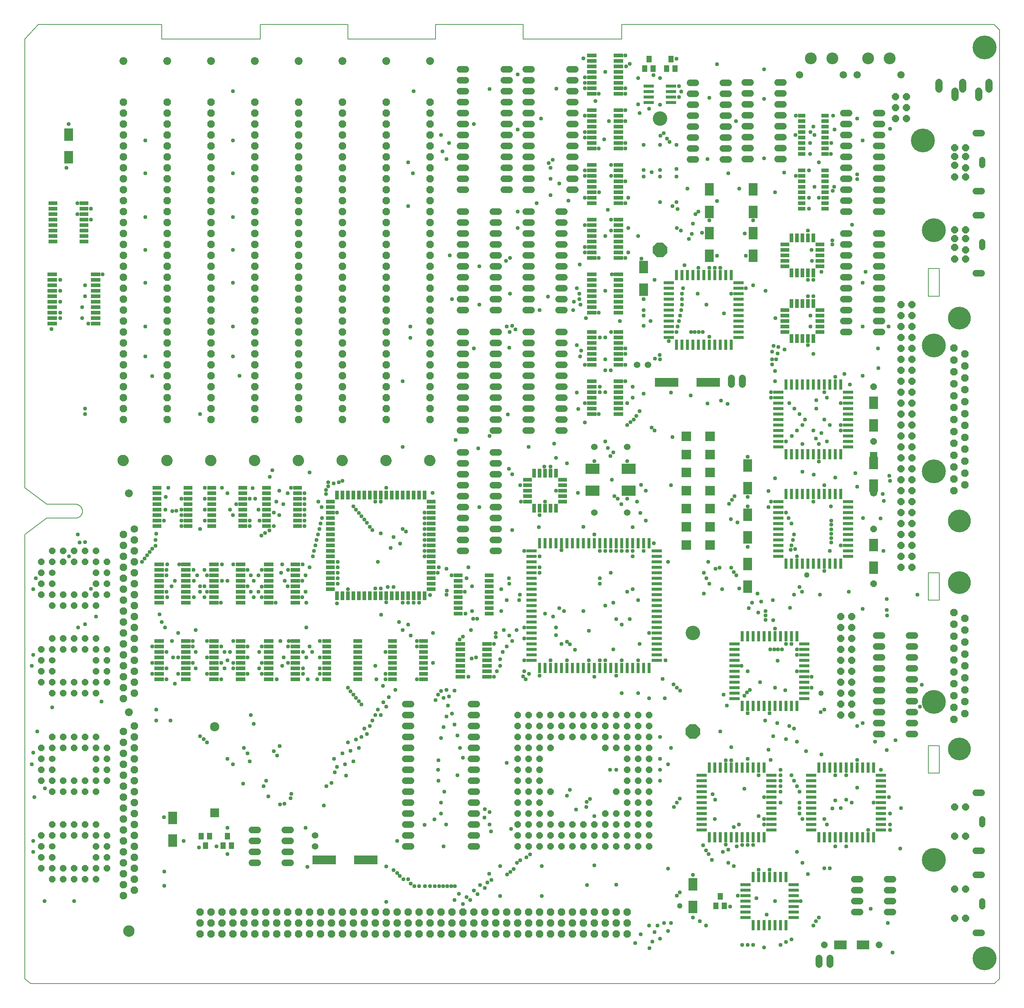
<source format=gts>
G75*
%MOIN*%
%OFA0B0*%
%FSLAX25Y25*%
%IPPOS*%
%LPD*%
%AMOC8*
5,1,8,0,0,1.08239X$1,22.5*
%
%ADD10C,0.00600*%
%ADD11C,0.00000*%
%ADD12C,0.06706*%
%ADD13OC8,0.06800*%
%ADD14C,0.10300*%
%ADD15C,0.07200*%
%ADD16R,0.08800X0.03400*%
%ADD17C,0.06800*%
%ADD18C,0.10400*%
%ADD19R,0.08320X0.03320*%
%ADD20R,0.07887X0.03792*%
%ADD21R,0.03792X0.07887*%
%ADD22C,0.06000*%
%ADD23OC8,0.06000*%
%ADD24C,0.06000*%
%ADD25R,0.03162X0.09461*%
%ADD26R,0.09461X0.03162*%
%ADD27OC8,0.06400*%
%ADD28OC8,0.06343*%
%ADD29C,0.05556*%
%ADD30R,0.04737X0.06312*%
%ADD31C,0.08477*%
%ADD32R,0.08477X0.08477*%
%ADD33C,0.20800*%
%ADD34R,0.06737X0.06737*%
%ADD35C,0.06737*%
%ADD36R,0.09068X0.09068*%
%ADD37R,0.06800X0.03300*%
%ADD38R,0.07887X0.11627*%
%ADD39C,0.13200*%
%ADD40OC8,0.13200*%
%ADD41C,0.10800*%
%ADD42C,0.06400*%
%ADD43C,0.21800*%
%ADD44R,0.21800X0.08400*%
%ADD45R,0.11627X0.07887*%
%ADD46C,0.06737*%
%ADD47R,0.12800X0.09400*%
%ADD48C,0.03778*%
%ADD49C,0.04959*%
D10*
X0004700Y0005800D02*
X0010200Y0001300D01*
X0890200Y0001300D01*
X0894700Y0005800D01*
X0894700Y0872800D01*
X0889700Y0877800D01*
X0549700Y0877800D01*
X0549700Y0864300D01*
X0459700Y0864300D01*
X0459700Y0877800D01*
X0379700Y0877800D01*
X0379700Y0864300D01*
X0299700Y0864300D01*
X0299700Y0877800D01*
X0219700Y0877800D01*
X0219700Y0864300D01*
X0129700Y0864300D01*
X0129700Y0877800D01*
X0017200Y0877800D01*
X0004700Y0864300D01*
X0004700Y0454300D01*
X0024700Y0439300D01*
X0051700Y0439300D01*
X0051856Y0439286D01*
X0052012Y0439267D01*
X0052168Y0439245D01*
X0052323Y0439219D01*
X0052477Y0439189D01*
X0052631Y0439155D01*
X0052783Y0439117D01*
X0052935Y0439075D01*
X0053085Y0439030D01*
X0053234Y0438981D01*
X0053382Y0438928D01*
X0053529Y0438871D01*
X0053674Y0438811D01*
X0053817Y0438748D01*
X0053959Y0438680D01*
X0054100Y0438609D01*
X0054238Y0438535D01*
X0054374Y0438457D01*
X0054509Y0438376D01*
X0054641Y0438291D01*
X0054772Y0438203D01*
X0054900Y0438112D01*
X0055025Y0438018D01*
X0055149Y0437921D01*
X0055269Y0437820D01*
X0055388Y0437717D01*
X0055503Y0437610D01*
X0055616Y0437501D01*
X0055726Y0437389D01*
X0055834Y0437274D01*
X0055938Y0437157D01*
X0056039Y0437037D01*
X0056138Y0436914D01*
X0056233Y0436789D01*
X0056325Y0436662D01*
X0056414Y0436532D01*
X0056500Y0436401D01*
X0056582Y0436267D01*
X0056661Y0436131D01*
X0056736Y0435993D01*
X0056808Y0435854D01*
X0056877Y0435712D01*
X0056942Y0435569D01*
X0057003Y0435425D01*
X0057061Y0435278D01*
X0057115Y0435131D01*
X0057165Y0434982D01*
X0057211Y0434832D01*
X0057254Y0434681D01*
X0057293Y0434529D01*
X0057328Y0434375D01*
X0057360Y0434221D01*
X0057387Y0434067D01*
X0057411Y0433911D01*
X0057430Y0433756D01*
X0057446Y0433599D01*
X0057458Y0433443D01*
X0057466Y0433286D01*
X0057470Y0433129D01*
X0057470Y0432971D01*
X0057466Y0432814D01*
X0057458Y0432657D01*
X0057446Y0432501D01*
X0057430Y0432344D01*
X0057411Y0432189D01*
X0057387Y0432033D01*
X0057360Y0431879D01*
X0057328Y0431725D01*
X0057293Y0431571D01*
X0057254Y0431419D01*
X0057211Y0431268D01*
X0057165Y0431118D01*
X0057115Y0430969D01*
X0057061Y0430822D01*
X0057003Y0430675D01*
X0056942Y0430531D01*
X0056877Y0430388D01*
X0056808Y0430246D01*
X0056736Y0430107D01*
X0056661Y0429969D01*
X0056582Y0429833D01*
X0056500Y0429699D01*
X0056414Y0429568D01*
X0056325Y0429438D01*
X0056233Y0429311D01*
X0056138Y0429186D01*
X0056039Y0429063D01*
X0055938Y0428943D01*
X0055834Y0428826D01*
X0055726Y0428711D01*
X0055616Y0428599D01*
X0055503Y0428490D01*
X0055388Y0428383D01*
X0055269Y0428280D01*
X0055149Y0428179D01*
X0055025Y0428082D01*
X0054900Y0427988D01*
X0054772Y0427897D01*
X0054641Y0427809D01*
X0054509Y0427724D01*
X0054374Y0427643D01*
X0054238Y0427565D01*
X0054100Y0427491D01*
X0053959Y0427420D01*
X0053817Y0427352D01*
X0053674Y0427289D01*
X0053529Y0427229D01*
X0053382Y0427172D01*
X0053234Y0427119D01*
X0053085Y0427070D01*
X0052935Y0427025D01*
X0052783Y0426983D01*
X0052631Y0426945D01*
X0052477Y0426911D01*
X0052323Y0426881D01*
X0052168Y0426855D01*
X0052012Y0426833D01*
X0051856Y0426814D01*
X0051700Y0426800D01*
X0024700Y0426800D01*
X0004700Y0411800D01*
X0004700Y0005800D01*
X0829700Y0193800D02*
X0829700Y0218800D01*
X0839700Y0218800D01*
X0839700Y0193800D01*
X0829700Y0193800D01*
X0829700Y0351800D02*
X0829700Y0376800D01*
X0839700Y0376800D01*
X0839700Y0351800D01*
X0829700Y0351800D01*
X0829700Y0629300D02*
X0829700Y0654800D01*
X0839700Y0654800D01*
X0839700Y0629300D01*
X0829700Y0629300D01*
D11*
X0801747Y0831800D02*
X0801749Y0831908D01*
X0801755Y0832017D01*
X0801765Y0832125D01*
X0801779Y0832232D01*
X0801797Y0832339D01*
X0801818Y0832446D01*
X0801844Y0832551D01*
X0801874Y0832656D01*
X0801907Y0832759D01*
X0801944Y0832861D01*
X0801985Y0832961D01*
X0802029Y0833060D01*
X0802078Y0833158D01*
X0802129Y0833253D01*
X0802184Y0833346D01*
X0802243Y0833438D01*
X0802305Y0833527D01*
X0802370Y0833614D01*
X0802438Y0833698D01*
X0802509Y0833780D01*
X0802583Y0833859D01*
X0802660Y0833935D01*
X0802740Y0834009D01*
X0802823Y0834079D01*
X0802908Y0834147D01*
X0802995Y0834211D01*
X0803085Y0834272D01*
X0803177Y0834330D01*
X0803271Y0834384D01*
X0803367Y0834435D01*
X0803464Y0834482D01*
X0803564Y0834526D01*
X0803665Y0834566D01*
X0803767Y0834602D01*
X0803870Y0834634D01*
X0803975Y0834663D01*
X0804081Y0834687D01*
X0804187Y0834708D01*
X0804294Y0834725D01*
X0804402Y0834738D01*
X0804510Y0834747D01*
X0804619Y0834752D01*
X0804727Y0834753D01*
X0804836Y0834750D01*
X0804944Y0834743D01*
X0805052Y0834732D01*
X0805159Y0834717D01*
X0805266Y0834698D01*
X0805372Y0834675D01*
X0805477Y0834649D01*
X0805582Y0834618D01*
X0805684Y0834584D01*
X0805786Y0834546D01*
X0805886Y0834504D01*
X0805985Y0834459D01*
X0806082Y0834410D01*
X0806176Y0834357D01*
X0806269Y0834301D01*
X0806360Y0834242D01*
X0806449Y0834179D01*
X0806535Y0834114D01*
X0806619Y0834045D01*
X0806700Y0833973D01*
X0806778Y0833898D01*
X0806854Y0833820D01*
X0806927Y0833739D01*
X0806997Y0833656D01*
X0807063Y0833571D01*
X0807127Y0833483D01*
X0807187Y0833392D01*
X0807244Y0833300D01*
X0807297Y0833205D01*
X0807347Y0833109D01*
X0807393Y0833011D01*
X0807436Y0832911D01*
X0807475Y0832810D01*
X0807510Y0832707D01*
X0807542Y0832604D01*
X0807569Y0832499D01*
X0807593Y0832393D01*
X0807613Y0832286D01*
X0807629Y0832179D01*
X0807641Y0832071D01*
X0807649Y0831963D01*
X0807653Y0831854D01*
X0807653Y0831746D01*
X0807649Y0831637D01*
X0807641Y0831529D01*
X0807629Y0831421D01*
X0807613Y0831314D01*
X0807593Y0831207D01*
X0807569Y0831101D01*
X0807542Y0830996D01*
X0807510Y0830893D01*
X0807475Y0830790D01*
X0807436Y0830689D01*
X0807393Y0830589D01*
X0807347Y0830491D01*
X0807297Y0830395D01*
X0807244Y0830300D01*
X0807187Y0830208D01*
X0807127Y0830117D01*
X0807063Y0830029D01*
X0806997Y0829944D01*
X0806927Y0829861D01*
X0806854Y0829780D01*
X0806778Y0829702D01*
X0806700Y0829627D01*
X0806619Y0829555D01*
X0806535Y0829486D01*
X0806449Y0829421D01*
X0806360Y0829358D01*
X0806269Y0829299D01*
X0806177Y0829243D01*
X0806082Y0829190D01*
X0805985Y0829141D01*
X0805886Y0829096D01*
X0805786Y0829054D01*
X0805684Y0829016D01*
X0805582Y0828982D01*
X0805477Y0828951D01*
X0805372Y0828925D01*
X0805266Y0828902D01*
X0805159Y0828883D01*
X0805052Y0828868D01*
X0804944Y0828857D01*
X0804836Y0828850D01*
X0804727Y0828847D01*
X0804619Y0828848D01*
X0804510Y0828853D01*
X0804402Y0828862D01*
X0804294Y0828875D01*
X0804187Y0828892D01*
X0804081Y0828913D01*
X0803975Y0828937D01*
X0803870Y0828966D01*
X0803767Y0828998D01*
X0803665Y0829034D01*
X0803564Y0829074D01*
X0803464Y0829118D01*
X0803367Y0829165D01*
X0803271Y0829216D01*
X0803177Y0829270D01*
X0803085Y0829328D01*
X0802995Y0829389D01*
X0802908Y0829453D01*
X0802823Y0829521D01*
X0802740Y0829591D01*
X0802660Y0829665D01*
X0802583Y0829741D01*
X0802509Y0829820D01*
X0802438Y0829902D01*
X0802370Y0829986D01*
X0802305Y0830073D01*
X0802243Y0830162D01*
X0802184Y0830254D01*
X0802129Y0830347D01*
X0802078Y0830442D01*
X0802029Y0830540D01*
X0801985Y0830639D01*
X0801944Y0830739D01*
X0801907Y0830841D01*
X0801874Y0830944D01*
X0801844Y0831049D01*
X0801818Y0831154D01*
X0801797Y0831261D01*
X0801779Y0831368D01*
X0801765Y0831475D01*
X0801755Y0831583D01*
X0801749Y0831692D01*
X0801747Y0831800D01*
X0761747Y0831800D02*
X0761749Y0831908D01*
X0761755Y0832017D01*
X0761765Y0832125D01*
X0761779Y0832232D01*
X0761797Y0832339D01*
X0761818Y0832446D01*
X0761844Y0832551D01*
X0761874Y0832656D01*
X0761907Y0832759D01*
X0761944Y0832861D01*
X0761985Y0832961D01*
X0762029Y0833060D01*
X0762078Y0833158D01*
X0762129Y0833253D01*
X0762184Y0833346D01*
X0762243Y0833438D01*
X0762305Y0833527D01*
X0762370Y0833614D01*
X0762438Y0833698D01*
X0762509Y0833780D01*
X0762583Y0833859D01*
X0762660Y0833935D01*
X0762740Y0834009D01*
X0762823Y0834079D01*
X0762908Y0834147D01*
X0762995Y0834211D01*
X0763085Y0834272D01*
X0763177Y0834330D01*
X0763271Y0834384D01*
X0763367Y0834435D01*
X0763464Y0834482D01*
X0763564Y0834526D01*
X0763665Y0834566D01*
X0763767Y0834602D01*
X0763870Y0834634D01*
X0763975Y0834663D01*
X0764081Y0834687D01*
X0764187Y0834708D01*
X0764294Y0834725D01*
X0764402Y0834738D01*
X0764510Y0834747D01*
X0764619Y0834752D01*
X0764727Y0834753D01*
X0764836Y0834750D01*
X0764944Y0834743D01*
X0765052Y0834732D01*
X0765159Y0834717D01*
X0765266Y0834698D01*
X0765372Y0834675D01*
X0765477Y0834649D01*
X0765582Y0834618D01*
X0765684Y0834584D01*
X0765786Y0834546D01*
X0765886Y0834504D01*
X0765985Y0834459D01*
X0766082Y0834410D01*
X0766176Y0834357D01*
X0766269Y0834301D01*
X0766360Y0834242D01*
X0766449Y0834179D01*
X0766535Y0834114D01*
X0766619Y0834045D01*
X0766700Y0833973D01*
X0766778Y0833898D01*
X0766854Y0833820D01*
X0766927Y0833739D01*
X0766997Y0833656D01*
X0767063Y0833571D01*
X0767127Y0833483D01*
X0767187Y0833392D01*
X0767244Y0833300D01*
X0767297Y0833205D01*
X0767347Y0833109D01*
X0767393Y0833011D01*
X0767436Y0832911D01*
X0767475Y0832810D01*
X0767510Y0832707D01*
X0767542Y0832604D01*
X0767569Y0832499D01*
X0767593Y0832393D01*
X0767613Y0832286D01*
X0767629Y0832179D01*
X0767641Y0832071D01*
X0767649Y0831963D01*
X0767653Y0831854D01*
X0767653Y0831746D01*
X0767649Y0831637D01*
X0767641Y0831529D01*
X0767629Y0831421D01*
X0767613Y0831314D01*
X0767593Y0831207D01*
X0767569Y0831101D01*
X0767542Y0830996D01*
X0767510Y0830893D01*
X0767475Y0830790D01*
X0767436Y0830689D01*
X0767393Y0830589D01*
X0767347Y0830491D01*
X0767297Y0830395D01*
X0767244Y0830300D01*
X0767187Y0830208D01*
X0767127Y0830117D01*
X0767063Y0830029D01*
X0766997Y0829944D01*
X0766927Y0829861D01*
X0766854Y0829780D01*
X0766778Y0829702D01*
X0766700Y0829627D01*
X0766619Y0829555D01*
X0766535Y0829486D01*
X0766449Y0829421D01*
X0766360Y0829358D01*
X0766269Y0829299D01*
X0766177Y0829243D01*
X0766082Y0829190D01*
X0765985Y0829141D01*
X0765886Y0829096D01*
X0765786Y0829054D01*
X0765684Y0829016D01*
X0765582Y0828982D01*
X0765477Y0828951D01*
X0765372Y0828925D01*
X0765266Y0828902D01*
X0765159Y0828883D01*
X0765052Y0828868D01*
X0764944Y0828857D01*
X0764836Y0828850D01*
X0764727Y0828847D01*
X0764619Y0828848D01*
X0764510Y0828853D01*
X0764402Y0828862D01*
X0764294Y0828875D01*
X0764187Y0828892D01*
X0764081Y0828913D01*
X0763975Y0828937D01*
X0763870Y0828966D01*
X0763767Y0828998D01*
X0763665Y0829034D01*
X0763564Y0829074D01*
X0763464Y0829118D01*
X0763367Y0829165D01*
X0763271Y0829216D01*
X0763177Y0829270D01*
X0763085Y0829328D01*
X0762995Y0829389D01*
X0762908Y0829453D01*
X0762823Y0829521D01*
X0762740Y0829591D01*
X0762660Y0829665D01*
X0762583Y0829741D01*
X0762509Y0829820D01*
X0762438Y0829902D01*
X0762370Y0829986D01*
X0762305Y0830073D01*
X0762243Y0830162D01*
X0762184Y0830254D01*
X0762129Y0830347D01*
X0762078Y0830442D01*
X0762029Y0830540D01*
X0761985Y0830639D01*
X0761944Y0830739D01*
X0761907Y0830841D01*
X0761874Y0830944D01*
X0761844Y0831049D01*
X0761818Y0831154D01*
X0761797Y0831261D01*
X0761779Y0831368D01*
X0761765Y0831475D01*
X0761755Y0831583D01*
X0761749Y0831692D01*
X0761747Y0831800D01*
X0749247Y0831800D02*
X0749249Y0831908D01*
X0749255Y0832017D01*
X0749265Y0832125D01*
X0749279Y0832232D01*
X0749297Y0832339D01*
X0749318Y0832446D01*
X0749344Y0832551D01*
X0749374Y0832656D01*
X0749407Y0832759D01*
X0749444Y0832861D01*
X0749485Y0832961D01*
X0749529Y0833060D01*
X0749578Y0833158D01*
X0749629Y0833253D01*
X0749684Y0833346D01*
X0749743Y0833438D01*
X0749805Y0833527D01*
X0749870Y0833614D01*
X0749938Y0833698D01*
X0750009Y0833780D01*
X0750083Y0833859D01*
X0750160Y0833935D01*
X0750240Y0834009D01*
X0750323Y0834079D01*
X0750408Y0834147D01*
X0750495Y0834211D01*
X0750585Y0834272D01*
X0750677Y0834330D01*
X0750771Y0834384D01*
X0750867Y0834435D01*
X0750964Y0834482D01*
X0751064Y0834526D01*
X0751165Y0834566D01*
X0751267Y0834602D01*
X0751370Y0834634D01*
X0751475Y0834663D01*
X0751581Y0834687D01*
X0751687Y0834708D01*
X0751794Y0834725D01*
X0751902Y0834738D01*
X0752010Y0834747D01*
X0752119Y0834752D01*
X0752227Y0834753D01*
X0752336Y0834750D01*
X0752444Y0834743D01*
X0752552Y0834732D01*
X0752659Y0834717D01*
X0752766Y0834698D01*
X0752872Y0834675D01*
X0752977Y0834649D01*
X0753082Y0834618D01*
X0753184Y0834584D01*
X0753286Y0834546D01*
X0753386Y0834504D01*
X0753485Y0834459D01*
X0753582Y0834410D01*
X0753676Y0834357D01*
X0753769Y0834301D01*
X0753860Y0834242D01*
X0753949Y0834179D01*
X0754035Y0834114D01*
X0754119Y0834045D01*
X0754200Y0833973D01*
X0754278Y0833898D01*
X0754354Y0833820D01*
X0754427Y0833739D01*
X0754497Y0833656D01*
X0754563Y0833571D01*
X0754627Y0833483D01*
X0754687Y0833392D01*
X0754744Y0833300D01*
X0754797Y0833205D01*
X0754847Y0833109D01*
X0754893Y0833011D01*
X0754936Y0832911D01*
X0754975Y0832810D01*
X0755010Y0832707D01*
X0755042Y0832604D01*
X0755069Y0832499D01*
X0755093Y0832393D01*
X0755113Y0832286D01*
X0755129Y0832179D01*
X0755141Y0832071D01*
X0755149Y0831963D01*
X0755153Y0831854D01*
X0755153Y0831746D01*
X0755149Y0831637D01*
X0755141Y0831529D01*
X0755129Y0831421D01*
X0755113Y0831314D01*
X0755093Y0831207D01*
X0755069Y0831101D01*
X0755042Y0830996D01*
X0755010Y0830893D01*
X0754975Y0830790D01*
X0754936Y0830689D01*
X0754893Y0830589D01*
X0754847Y0830491D01*
X0754797Y0830395D01*
X0754744Y0830300D01*
X0754687Y0830208D01*
X0754627Y0830117D01*
X0754563Y0830029D01*
X0754497Y0829944D01*
X0754427Y0829861D01*
X0754354Y0829780D01*
X0754278Y0829702D01*
X0754200Y0829627D01*
X0754119Y0829555D01*
X0754035Y0829486D01*
X0753949Y0829421D01*
X0753860Y0829358D01*
X0753769Y0829299D01*
X0753677Y0829243D01*
X0753582Y0829190D01*
X0753485Y0829141D01*
X0753386Y0829096D01*
X0753286Y0829054D01*
X0753184Y0829016D01*
X0753082Y0828982D01*
X0752977Y0828951D01*
X0752872Y0828925D01*
X0752766Y0828902D01*
X0752659Y0828883D01*
X0752552Y0828868D01*
X0752444Y0828857D01*
X0752336Y0828850D01*
X0752227Y0828847D01*
X0752119Y0828848D01*
X0752010Y0828853D01*
X0751902Y0828862D01*
X0751794Y0828875D01*
X0751687Y0828892D01*
X0751581Y0828913D01*
X0751475Y0828937D01*
X0751370Y0828966D01*
X0751267Y0828998D01*
X0751165Y0829034D01*
X0751064Y0829074D01*
X0750964Y0829118D01*
X0750867Y0829165D01*
X0750771Y0829216D01*
X0750677Y0829270D01*
X0750585Y0829328D01*
X0750495Y0829389D01*
X0750408Y0829453D01*
X0750323Y0829521D01*
X0750240Y0829591D01*
X0750160Y0829665D01*
X0750083Y0829741D01*
X0750009Y0829820D01*
X0749938Y0829902D01*
X0749870Y0829986D01*
X0749805Y0830073D01*
X0749743Y0830162D01*
X0749684Y0830254D01*
X0749629Y0830347D01*
X0749578Y0830442D01*
X0749529Y0830540D01*
X0749485Y0830639D01*
X0749444Y0830739D01*
X0749407Y0830841D01*
X0749374Y0830944D01*
X0749344Y0831049D01*
X0749318Y0831154D01*
X0749297Y0831261D01*
X0749279Y0831368D01*
X0749265Y0831475D01*
X0749255Y0831583D01*
X0749249Y0831692D01*
X0749247Y0831800D01*
X0709247Y0831800D02*
X0709249Y0831908D01*
X0709255Y0832017D01*
X0709265Y0832125D01*
X0709279Y0832232D01*
X0709297Y0832339D01*
X0709318Y0832446D01*
X0709344Y0832551D01*
X0709374Y0832656D01*
X0709407Y0832759D01*
X0709444Y0832861D01*
X0709485Y0832961D01*
X0709529Y0833060D01*
X0709578Y0833158D01*
X0709629Y0833253D01*
X0709684Y0833346D01*
X0709743Y0833438D01*
X0709805Y0833527D01*
X0709870Y0833614D01*
X0709938Y0833698D01*
X0710009Y0833780D01*
X0710083Y0833859D01*
X0710160Y0833935D01*
X0710240Y0834009D01*
X0710323Y0834079D01*
X0710408Y0834147D01*
X0710495Y0834211D01*
X0710585Y0834272D01*
X0710677Y0834330D01*
X0710771Y0834384D01*
X0710867Y0834435D01*
X0710964Y0834482D01*
X0711064Y0834526D01*
X0711165Y0834566D01*
X0711267Y0834602D01*
X0711370Y0834634D01*
X0711475Y0834663D01*
X0711581Y0834687D01*
X0711687Y0834708D01*
X0711794Y0834725D01*
X0711902Y0834738D01*
X0712010Y0834747D01*
X0712119Y0834752D01*
X0712227Y0834753D01*
X0712336Y0834750D01*
X0712444Y0834743D01*
X0712552Y0834732D01*
X0712659Y0834717D01*
X0712766Y0834698D01*
X0712872Y0834675D01*
X0712977Y0834649D01*
X0713082Y0834618D01*
X0713184Y0834584D01*
X0713286Y0834546D01*
X0713386Y0834504D01*
X0713485Y0834459D01*
X0713582Y0834410D01*
X0713676Y0834357D01*
X0713769Y0834301D01*
X0713860Y0834242D01*
X0713949Y0834179D01*
X0714035Y0834114D01*
X0714119Y0834045D01*
X0714200Y0833973D01*
X0714278Y0833898D01*
X0714354Y0833820D01*
X0714427Y0833739D01*
X0714497Y0833656D01*
X0714563Y0833571D01*
X0714627Y0833483D01*
X0714687Y0833392D01*
X0714744Y0833300D01*
X0714797Y0833205D01*
X0714847Y0833109D01*
X0714893Y0833011D01*
X0714936Y0832911D01*
X0714975Y0832810D01*
X0715010Y0832707D01*
X0715042Y0832604D01*
X0715069Y0832499D01*
X0715093Y0832393D01*
X0715113Y0832286D01*
X0715129Y0832179D01*
X0715141Y0832071D01*
X0715149Y0831963D01*
X0715153Y0831854D01*
X0715153Y0831746D01*
X0715149Y0831637D01*
X0715141Y0831529D01*
X0715129Y0831421D01*
X0715113Y0831314D01*
X0715093Y0831207D01*
X0715069Y0831101D01*
X0715042Y0830996D01*
X0715010Y0830893D01*
X0714975Y0830790D01*
X0714936Y0830689D01*
X0714893Y0830589D01*
X0714847Y0830491D01*
X0714797Y0830395D01*
X0714744Y0830300D01*
X0714687Y0830208D01*
X0714627Y0830117D01*
X0714563Y0830029D01*
X0714497Y0829944D01*
X0714427Y0829861D01*
X0714354Y0829780D01*
X0714278Y0829702D01*
X0714200Y0829627D01*
X0714119Y0829555D01*
X0714035Y0829486D01*
X0713949Y0829421D01*
X0713860Y0829358D01*
X0713769Y0829299D01*
X0713677Y0829243D01*
X0713582Y0829190D01*
X0713485Y0829141D01*
X0713386Y0829096D01*
X0713286Y0829054D01*
X0713184Y0829016D01*
X0713082Y0828982D01*
X0712977Y0828951D01*
X0712872Y0828925D01*
X0712766Y0828902D01*
X0712659Y0828883D01*
X0712552Y0828868D01*
X0712444Y0828857D01*
X0712336Y0828850D01*
X0712227Y0828847D01*
X0712119Y0828848D01*
X0712010Y0828853D01*
X0711902Y0828862D01*
X0711794Y0828875D01*
X0711687Y0828892D01*
X0711581Y0828913D01*
X0711475Y0828937D01*
X0711370Y0828966D01*
X0711267Y0828998D01*
X0711165Y0829034D01*
X0711064Y0829074D01*
X0710964Y0829118D01*
X0710867Y0829165D01*
X0710771Y0829216D01*
X0710677Y0829270D01*
X0710585Y0829328D01*
X0710495Y0829389D01*
X0710408Y0829453D01*
X0710323Y0829521D01*
X0710240Y0829591D01*
X0710160Y0829665D01*
X0710083Y0829741D01*
X0710009Y0829820D01*
X0709938Y0829902D01*
X0709870Y0829986D01*
X0709805Y0830073D01*
X0709743Y0830162D01*
X0709684Y0830254D01*
X0709629Y0830347D01*
X0709578Y0830442D01*
X0709529Y0830540D01*
X0709485Y0830639D01*
X0709444Y0830739D01*
X0709407Y0830841D01*
X0709374Y0830944D01*
X0709344Y0831049D01*
X0709318Y0831154D01*
X0709297Y0831261D01*
X0709279Y0831368D01*
X0709265Y0831475D01*
X0709255Y0831583D01*
X0709249Y0831692D01*
X0709247Y0831800D01*
X0371500Y0844300D02*
X0371502Y0844413D01*
X0371508Y0844526D01*
X0371518Y0844638D01*
X0371532Y0844750D01*
X0371550Y0844862D01*
X0371572Y0844973D01*
X0371597Y0845083D01*
X0371627Y0845192D01*
X0371660Y0845300D01*
X0371697Y0845406D01*
X0371738Y0845512D01*
X0371783Y0845615D01*
X0371831Y0845717D01*
X0371883Y0845818D01*
X0371938Y0845916D01*
X0371997Y0846013D01*
X0372059Y0846107D01*
X0372124Y0846199D01*
X0372193Y0846289D01*
X0372265Y0846376D01*
X0372340Y0846461D01*
X0372417Y0846543D01*
X0372498Y0846622D01*
X0372581Y0846698D01*
X0372667Y0846771D01*
X0372756Y0846842D01*
X0372847Y0846909D01*
X0372940Y0846972D01*
X0373035Y0847033D01*
X0373133Y0847090D01*
X0373232Y0847143D01*
X0373333Y0847194D01*
X0373436Y0847240D01*
X0373541Y0847283D01*
X0373647Y0847322D01*
X0373754Y0847357D01*
X0373863Y0847389D01*
X0373972Y0847416D01*
X0374083Y0847440D01*
X0374194Y0847460D01*
X0374306Y0847476D01*
X0374418Y0847488D01*
X0374531Y0847496D01*
X0374644Y0847500D01*
X0374756Y0847500D01*
X0374869Y0847496D01*
X0374982Y0847488D01*
X0375094Y0847476D01*
X0375206Y0847460D01*
X0375317Y0847440D01*
X0375428Y0847416D01*
X0375537Y0847389D01*
X0375646Y0847357D01*
X0375753Y0847322D01*
X0375859Y0847283D01*
X0375964Y0847240D01*
X0376067Y0847194D01*
X0376168Y0847143D01*
X0376267Y0847090D01*
X0376365Y0847033D01*
X0376460Y0846972D01*
X0376553Y0846909D01*
X0376644Y0846842D01*
X0376733Y0846771D01*
X0376819Y0846698D01*
X0376902Y0846622D01*
X0376983Y0846543D01*
X0377060Y0846461D01*
X0377135Y0846376D01*
X0377207Y0846289D01*
X0377276Y0846199D01*
X0377341Y0846107D01*
X0377403Y0846013D01*
X0377462Y0845916D01*
X0377517Y0845818D01*
X0377569Y0845717D01*
X0377617Y0845615D01*
X0377662Y0845512D01*
X0377703Y0845406D01*
X0377740Y0845300D01*
X0377773Y0845192D01*
X0377803Y0845083D01*
X0377828Y0844973D01*
X0377850Y0844862D01*
X0377868Y0844750D01*
X0377882Y0844638D01*
X0377892Y0844526D01*
X0377898Y0844413D01*
X0377900Y0844300D01*
X0377898Y0844187D01*
X0377892Y0844074D01*
X0377882Y0843962D01*
X0377868Y0843850D01*
X0377850Y0843738D01*
X0377828Y0843627D01*
X0377803Y0843517D01*
X0377773Y0843408D01*
X0377740Y0843300D01*
X0377703Y0843194D01*
X0377662Y0843088D01*
X0377617Y0842985D01*
X0377569Y0842883D01*
X0377517Y0842782D01*
X0377462Y0842684D01*
X0377403Y0842587D01*
X0377341Y0842493D01*
X0377276Y0842401D01*
X0377207Y0842311D01*
X0377135Y0842224D01*
X0377060Y0842139D01*
X0376983Y0842057D01*
X0376902Y0841978D01*
X0376819Y0841902D01*
X0376733Y0841829D01*
X0376644Y0841758D01*
X0376553Y0841691D01*
X0376460Y0841628D01*
X0376365Y0841567D01*
X0376267Y0841510D01*
X0376168Y0841457D01*
X0376067Y0841406D01*
X0375964Y0841360D01*
X0375859Y0841317D01*
X0375753Y0841278D01*
X0375646Y0841243D01*
X0375537Y0841211D01*
X0375428Y0841184D01*
X0375317Y0841160D01*
X0375206Y0841140D01*
X0375094Y0841124D01*
X0374982Y0841112D01*
X0374869Y0841104D01*
X0374756Y0841100D01*
X0374644Y0841100D01*
X0374531Y0841104D01*
X0374418Y0841112D01*
X0374306Y0841124D01*
X0374194Y0841140D01*
X0374083Y0841160D01*
X0373972Y0841184D01*
X0373863Y0841211D01*
X0373754Y0841243D01*
X0373647Y0841278D01*
X0373541Y0841317D01*
X0373436Y0841360D01*
X0373333Y0841406D01*
X0373232Y0841457D01*
X0373133Y0841510D01*
X0373035Y0841567D01*
X0372940Y0841628D01*
X0372847Y0841691D01*
X0372756Y0841758D01*
X0372667Y0841829D01*
X0372581Y0841902D01*
X0372498Y0841978D01*
X0372417Y0842057D01*
X0372340Y0842139D01*
X0372265Y0842224D01*
X0372193Y0842311D01*
X0372124Y0842401D01*
X0372059Y0842493D01*
X0371997Y0842587D01*
X0371938Y0842684D01*
X0371883Y0842782D01*
X0371831Y0842883D01*
X0371783Y0842985D01*
X0371738Y0843088D01*
X0371697Y0843194D01*
X0371660Y0843300D01*
X0371627Y0843408D01*
X0371597Y0843517D01*
X0371572Y0843627D01*
X0371550Y0843738D01*
X0371532Y0843850D01*
X0371518Y0843962D01*
X0371508Y0844074D01*
X0371502Y0844187D01*
X0371500Y0844300D01*
X0331500Y0844300D02*
X0331502Y0844413D01*
X0331508Y0844526D01*
X0331518Y0844638D01*
X0331532Y0844750D01*
X0331550Y0844862D01*
X0331572Y0844973D01*
X0331597Y0845083D01*
X0331627Y0845192D01*
X0331660Y0845300D01*
X0331697Y0845406D01*
X0331738Y0845512D01*
X0331783Y0845615D01*
X0331831Y0845717D01*
X0331883Y0845818D01*
X0331938Y0845916D01*
X0331997Y0846013D01*
X0332059Y0846107D01*
X0332124Y0846199D01*
X0332193Y0846289D01*
X0332265Y0846376D01*
X0332340Y0846461D01*
X0332417Y0846543D01*
X0332498Y0846622D01*
X0332581Y0846698D01*
X0332667Y0846771D01*
X0332756Y0846842D01*
X0332847Y0846909D01*
X0332940Y0846972D01*
X0333035Y0847033D01*
X0333133Y0847090D01*
X0333232Y0847143D01*
X0333333Y0847194D01*
X0333436Y0847240D01*
X0333541Y0847283D01*
X0333647Y0847322D01*
X0333754Y0847357D01*
X0333863Y0847389D01*
X0333972Y0847416D01*
X0334083Y0847440D01*
X0334194Y0847460D01*
X0334306Y0847476D01*
X0334418Y0847488D01*
X0334531Y0847496D01*
X0334644Y0847500D01*
X0334756Y0847500D01*
X0334869Y0847496D01*
X0334982Y0847488D01*
X0335094Y0847476D01*
X0335206Y0847460D01*
X0335317Y0847440D01*
X0335428Y0847416D01*
X0335537Y0847389D01*
X0335646Y0847357D01*
X0335753Y0847322D01*
X0335859Y0847283D01*
X0335964Y0847240D01*
X0336067Y0847194D01*
X0336168Y0847143D01*
X0336267Y0847090D01*
X0336365Y0847033D01*
X0336460Y0846972D01*
X0336553Y0846909D01*
X0336644Y0846842D01*
X0336733Y0846771D01*
X0336819Y0846698D01*
X0336902Y0846622D01*
X0336983Y0846543D01*
X0337060Y0846461D01*
X0337135Y0846376D01*
X0337207Y0846289D01*
X0337276Y0846199D01*
X0337341Y0846107D01*
X0337403Y0846013D01*
X0337462Y0845916D01*
X0337517Y0845818D01*
X0337569Y0845717D01*
X0337617Y0845615D01*
X0337662Y0845512D01*
X0337703Y0845406D01*
X0337740Y0845300D01*
X0337773Y0845192D01*
X0337803Y0845083D01*
X0337828Y0844973D01*
X0337850Y0844862D01*
X0337868Y0844750D01*
X0337882Y0844638D01*
X0337892Y0844526D01*
X0337898Y0844413D01*
X0337900Y0844300D01*
X0337898Y0844187D01*
X0337892Y0844074D01*
X0337882Y0843962D01*
X0337868Y0843850D01*
X0337850Y0843738D01*
X0337828Y0843627D01*
X0337803Y0843517D01*
X0337773Y0843408D01*
X0337740Y0843300D01*
X0337703Y0843194D01*
X0337662Y0843088D01*
X0337617Y0842985D01*
X0337569Y0842883D01*
X0337517Y0842782D01*
X0337462Y0842684D01*
X0337403Y0842587D01*
X0337341Y0842493D01*
X0337276Y0842401D01*
X0337207Y0842311D01*
X0337135Y0842224D01*
X0337060Y0842139D01*
X0336983Y0842057D01*
X0336902Y0841978D01*
X0336819Y0841902D01*
X0336733Y0841829D01*
X0336644Y0841758D01*
X0336553Y0841691D01*
X0336460Y0841628D01*
X0336365Y0841567D01*
X0336267Y0841510D01*
X0336168Y0841457D01*
X0336067Y0841406D01*
X0335964Y0841360D01*
X0335859Y0841317D01*
X0335753Y0841278D01*
X0335646Y0841243D01*
X0335537Y0841211D01*
X0335428Y0841184D01*
X0335317Y0841160D01*
X0335206Y0841140D01*
X0335094Y0841124D01*
X0334982Y0841112D01*
X0334869Y0841104D01*
X0334756Y0841100D01*
X0334644Y0841100D01*
X0334531Y0841104D01*
X0334418Y0841112D01*
X0334306Y0841124D01*
X0334194Y0841140D01*
X0334083Y0841160D01*
X0333972Y0841184D01*
X0333863Y0841211D01*
X0333754Y0841243D01*
X0333647Y0841278D01*
X0333541Y0841317D01*
X0333436Y0841360D01*
X0333333Y0841406D01*
X0333232Y0841457D01*
X0333133Y0841510D01*
X0333035Y0841567D01*
X0332940Y0841628D01*
X0332847Y0841691D01*
X0332756Y0841758D01*
X0332667Y0841829D01*
X0332581Y0841902D01*
X0332498Y0841978D01*
X0332417Y0842057D01*
X0332340Y0842139D01*
X0332265Y0842224D01*
X0332193Y0842311D01*
X0332124Y0842401D01*
X0332059Y0842493D01*
X0331997Y0842587D01*
X0331938Y0842684D01*
X0331883Y0842782D01*
X0331831Y0842883D01*
X0331783Y0842985D01*
X0331738Y0843088D01*
X0331697Y0843194D01*
X0331660Y0843300D01*
X0331627Y0843408D01*
X0331597Y0843517D01*
X0331572Y0843627D01*
X0331550Y0843738D01*
X0331532Y0843850D01*
X0331518Y0843962D01*
X0331508Y0844074D01*
X0331502Y0844187D01*
X0331500Y0844300D01*
X0291500Y0844300D02*
X0291502Y0844413D01*
X0291508Y0844526D01*
X0291518Y0844638D01*
X0291532Y0844750D01*
X0291550Y0844862D01*
X0291572Y0844973D01*
X0291597Y0845083D01*
X0291627Y0845192D01*
X0291660Y0845300D01*
X0291697Y0845406D01*
X0291738Y0845512D01*
X0291783Y0845615D01*
X0291831Y0845717D01*
X0291883Y0845818D01*
X0291938Y0845916D01*
X0291997Y0846013D01*
X0292059Y0846107D01*
X0292124Y0846199D01*
X0292193Y0846289D01*
X0292265Y0846376D01*
X0292340Y0846461D01*
X0292417Y0846543D01*
X0292498Y0846622D01*
X0292581Y0846698D01*
X0292667Y0846771D01*
X0292756Y0846842D01*
X0292847Y0846909D01*
X0292940Y0846972D01*
X0293035Y0847033D01*
X0293133Y0847090D01*
X0293232Y0847143D01*
X0293333Y0847194D01*
X0293436Y0847240D01*
X0293541Y0847283D01*
X0293647Y0847322D01*
X0293754Y0847357D01*
X0293863Y0847389D01*
X0293972Y0847416D01*
X0294083Y0847440D01*
X0294194Y0847460D01*
X0294306Y0847476D01*
X0294418Y0847488D01*
X0294531Y0847496D01*
X0294644Y0847500D01*
X0294756Y0847500D01*
X0294869Y0847496D01*
X0294982Y0847488D01*
X0295094Y0847476D01*
X0295206Y0847460D01*
X0295317Y0847440D01*
X0295428Y0847416D01*
X0295537Y0847389D01*
X0295646Y0847357D01*
X0295753Y0847322D01*
X0295859Y0847283D01*
X0295964Y0847240D01*
X0296067Y0847194D01*
X0296168Y0847143D01*
X0296267Y0847090D01*
X0296365Y0847033D01*
X0296460Y0846972D01*
X0296553Y0846909D01*
X0296644Y0846842D01*
X0296733Y0846771D01*
X0296819Y0846698D01*
X0296902Y0846622D01*
X0296983Y0846543D01*
X0297060Y0846461D01*
X0297135Y0846376D01*
X0297207Y0846289D01*
X0297276Y0846199D01*
X0297341Y0846107D01*
X0297403Y0846013D01*
X0297462Y0845916D01*
X0297517Y0845818D01*
X0297569Y0845717D01*
X0297617Y0845615D01*
X0297662Y0845512D01*
X0297703Y0845406D01*
X0297740Y0845300D01*
X0297773Y0845192D01*
X0297803Y0845083D01*
X0297828Y0844973D01*
X0297850Y0844862D01*
X0297868Y0844750D01*
X0297882Y0844638D01*
X0297892Y0844526D01*
X0297898Y0844413D01*
X0297900Y0844300D01*
X0297898Y0844187D01*
X0297892Y0844074D01*
X0297882Y0843962D01*
X0297868Y0843850D01*
X0297850Y0843738D01*
X0297828Y0843627D01*
X0297803Y0843517D01*
X0297773Y0843408D01*
X0297740Y0843300D01*
X0297703Y0843194D01*
X0297662Y0843088D01*
X0297617Y0842985D01*
X0297569Y0842883D01*
X0297517Y0842782D01*
X0297462Y0842684D01*
X0297403Y0842587D01*
X0297341Y0842493D01*
X0297276Y0842401D01*
X0297207Y0842311D01*
X0297135Y0842224D01*
X0297060Y0842139D01*
X0296983Y0842057D01*
X0296902Y0841978D01*
X0296819Y0841902D01*
X0296733Y0841829D01*
X0296644Y0841758D01*
X0296553Y0841691D01*
X0296460Y0841628D01*
X0296365Y0841567D01*
X0296267Y0841510D01*
X0296168Y0841457D01*
X0296067Y0841406D01*
X0295964Y0841360D01*
X0295859Y0841317D01*
X0295753Y0841278D01*
X0295646Y0841243D01*
X0295537Y0841211D01*
X0295428Y0841184D01*
X0295317Y0841160D01*
X0295206Y0841140D01*
X0295094Y0841124D01*
X0294982Y0841112D01*
X0294869Y0841104D01*
X0294756Y0841100D01*
X0294644Y0841100D01*
X0294531Y0841104D01*
X0294418Y0841112D01*
X0294306Y0841124D01*
X0294194Y0841140D01*
X0294083Y0841160D01*
X0293972Y0841184D01*
X0293863Y0841211D01*
X0293754Y0841243D01*
X0293647Y0841278D01*
X0293541Y0841317D01*
X0293436Y0841360D01*
X0293333Y0841406D01*
X0293232Y0841457D01*
X0293133Y0841510D01*
X0293035Y0841567D01*
X0292940Y0841628D01*
X0292847Y0841691D01*
X0292756Y0841758D01*
X0292667Y0841829D01*
X0292581Y0841902D01*
X0292498Y0841978D01*
X0292417Y0842057D01*
X0292340Y0842139D01*
X0292265Y0842224D01*
X0292193Y0842311D01*
X0292124Y0842401D01*
X0292059Y0842493D01*
X0291997Y0842587D01*
X0291938Y0842684D01*
X0291883Y0842782D01*
X0291831Y0842883D01*
X0291783Y0842985D01*
X0291738Y0843088D01*
X0291697Y0843194D01*
X0291660Y0843300D01*
X0291627Y0843408D01*
X0291597Y0843517D01*
X0291572Y0843627D01*
X0291550Y0843738D01*
X0291532Y0843850D01*
X0291518Y0843962D01*
X0291508Y0844074D01*
X0291502Y0844187D01*
X0291500Y0844300D01*
X0251500Y0844300D02*
X0251502Y0844413D01*
X0251508Y0844526D01*
X0251518Y0844638D01*
X0251532Y0844750D01*
X0251550Y0844862D01*
X0251572Y0844973D01*
X0251597Y0845083D01*
X0251627Y0845192D01*
X0251660Y0845300D01*
X0251697Y0845406D01*
X0251738Y0845512D01*
X0251783Y0845615D01*
X0251831Y0845717D01*
X0251883Y0845818D01*
X0251938Y0845916D01*
X0251997Y0846013D01*
X0252059Y0846107D01*
X0252124Y0846199D01*
X0252193Y0846289D01*
X0252265Y0846376D01*
X0252340Y0846461D01*
X0252417Y0846543D01*
X0252498Y0846622D01*
X0252581Y0846698D01*
X0252667Y0846771D01*
X0252756Y0846842D01*
X0252847Y0846909D01*
X0252940Y0846972D01*
X0253035Y0847033D01*
X0253133Y0847090D01*
X0253232Y0847143D01*
X0253333Y0847194D01*
X0253436Y0847240D01*
X0253541Y0847283D01*
X0253647Y0847322D01*
X0253754Y0847357D01*
X0253863Y0847389D01*
X0253972Y0847416D01*
X0254083Y0847440D01*
X0254194Y0847460D01*
X0254306Y0847476D01*
X0254418Y0847488D01*
X0254531Y0847496D01*
X0254644Y0847500D01*
X0254756Y0847500D01*
X0254869Y0847496D01*
X0254982Y0847488D01*
X0255094Y0847476D01*
X0255206Y0847460D01*
X0255317Y0847440D01*
X0255428Y0847416D01*
X0255537Y0847389D01*
X0255646Y0847357D01*
X0255753Y0847322D01*
X0255859Y0847283D01*
X0255964Y0847240D01*
X0256067Y0847194D01*
X0256168Y0847143D01*
X0256267Y0847090D01*
X0256365Y0847033D01*
X0256460Y0846972D01*
X0256553Y0846909D01*
X0256644Y0846842D01*
X0256733Y0846771D01*
X0256819Y0846698D01*
X0256902Y0846622D01*
X0256983Y0846543D01*
X0257060Y0846461D01*
X0257135Y0846376D01*
X0257207Y0846289D01*
X0257276Y0846199D01*
X0257341Y0846107D01*
X0257403Y0846013D01*
X0257462Y0845916D01*
X0257517Y0845818D01*
X0257569Y0845717D01*
X0257617Y0845615D01*
X0257662Y0845512D01*
X0257703Y0845406D01*
X0257740Y0845300D01*
X0257773Y0845192D01*
X0257803Y0845083D01*
X0257828Y0844973D01*
X0257850Y0844862D01*
X0257868Y0844750D01*
X0257882Y0844638D01*
X0257892Y0844526D01*
X0257898Y0844413D01*
X0257900Y0844300D01*
X0257898Y0844187D01*
X0257892Y0844074D01*
X0257882Y0843962D01*
X0257868Y0843850D01*
X0257850Y0843738D01*
X0257828Y0843627D01*
X0257803Y0843517D01*
X0257773Y0843408D01*
X0257740Y0843300D01*
X0257703Y0843194D01*
X0257662Y0843088D01*
X0257617Y0842985D01*
X0257569Y0842883D01*
X0257517Y0842782D01*
X0257462Y0842684D01*
X0257403Y0842587D01*
X0257341Y0842493D01*
X0257276Y0842401D01*
X0257207Y0842311D01*
X0257135Y0842224D01*
X0257060Y0842139D01*
X0256983Y0842057D01*
X0256902Y0841978D01*
X0256819Y0841902D01*
X0256733Y0841829D01*
X0256644Y0841758D01*
X0256553Y0841691D01*
X0256460Y0841628D01*
X0256365Y0841567D01*
X0256267Y0841510D01*
X0256168Y0841457D01*
X0256067Y0841406D01*
X0255964Y0841360D01*
X0255859Y0841317D01*
X0255753Y0841278D01*
X0255646Y0841243D01*
X0255537Y0841211D01*
X0255428Y0841184D01*
X0255317Y0841160D01*
X0255206Y0841140D01*
X0255094Y0841124D01*
X0254982Y0841112D01*
X0254869Y0841104D01*
X0254756Y0841100D01*
X0254644Y0841100D01*
X0254531Y0841104D01*
X0254418Y0841112D01*
X0254306Y0841124D01*
X0254194Y0841140D01*
X0254083Y0841160D01*
X0253972Y0841184D01*
X0253863Y0841211D01*
X0253754Y0841243D01*
X0253647Y0841278D01*
X0253541Y0841317D01*
X0253436Y0841360D01*
X0253333Y0841406D01*
X0253232Y0841457D01*
X0253133Y0841510D01*
X0253035Y0841567D01*
X0252940Y0841628D01*
X0252847Y0841691D01*
X0252756Y0841758D01*
X0252667Y0841829D01*
X0252581Y0841902D01*
X0252498Y0841978D01*
X0252417Y0842057D01*
X0252340Y0842139D01*
X0252265Y0842224D01*
X0252193Y0842311D01*
X0252124Y0842401D01*
X0252059Y0842493D01*
X0251997Y0842587D01*
X0251938Y0842684D01*
X0251883Y0842782D01*
X0251831Y0842883D01*
X0251783Y0842985D01*
X0251738Y0843088D01*
X0251697Y0843194D01*
X0251660Y0843300D01*
X0251627Y0843408D01*
X0251597Y0843517D01*
X0251572Y0843627D01*
X0251550Y0843738D01*
X0251532Y0843850D01*
X0251518Y0843962D01*
X0251508Y0844074D01*
X0251502Y0844187D01*
X0251500Y0844300D01*
X0211500Y0844300D02*
X0211502Y0844413D01*
X0211508Y0844526D01*
X0211518Y0844638D01*
X0211532Y0844750D01*
X0211550Y0844862D01*
X0211572Y0844973D01*
X0211597Y0845083D01*
X0211627Y0845192D01*
X0211660Y0845300D01*
X0211697Y0845406D01*
X0211738Y0845512D01*
X0211783Y0845615D01*
X0211831Y0845717D01*
X0211883Y0845818D01*
X0211938Y0845916D01*
X0211997Y0846013D01*
X0212059Y0846107D01*
X0212124Y0846199D01*
X0212193Y0846289D01*
X0212265Y0846376D01*
X0212340Y0846461D01*
X0212417Y0846543D01*
X0212498Y0846622D01*
X0212581Y0846698D01*
X0212667Y0846771D01*
X0212756Y0846842D01*
X0212847Y0846909D01*
X0212940Y0846972D01*
X0213035Y0847033D01*
X0213133Y0847090D01*
X0213232Y0847143D01*
X0213333Y0847194D01*
X0213436Y0847240D01*
X0213541Y0847283D01*
X0213647Y0847322D01*
X0213754Y0847357D01*
X0213863Y0847389D01*
X0213972Y0847416D01*
X0214083Y0847440D01*
X0214194Y0847460D01*
X0214306Y0847476D01*
X0214418Y0847488D01*
X0214531Y0847496D01*
X0214644Y0847500D01*
X0214756Y0847500D01*
X0214869Y0847496D01*
X0214982Y0847488D01*
X0215094Y0847476D01*
X0215206Y0847460D01*
X0215317Y0847440D01*
X0215428Y0847416D01*
X0215537Y0847389D01*
X0215646Y0847357D01*
X0215753Y0847322D01*
X0215859Y0847283D01*
X0215964Y0847240D01*
X0216067Y0847194D01*
X0216168Y0847143D01*
X0216267Y0847090D01*
X0216365Y0847033D01*
X0216460Y0846972D01*
X0216553Y0846909D01*
X0216644Y0846842D01*
X0216733Y0846771D01*
X0216819Y0846698D01*
X0216902Y0846622D01*
X0216983Y0846543D01*
X0217060Y0846461D01*
X0217135Y0846376D01*
X0217207Y0846289D01*
X0217276Y0846199D01*
X0217341Y0846107D01*
X0217403Y0846013D01*
X0217462Y0845916D01*
X0217517Y0845818D01*
X0217569Y0845717D01*
X0217617Y0845615D01*
X0217662Y0845512D01*
X0217703Y0845406D01*
X0217740Y0845300D01*
X0217773Y0845192D01*
X0217803Y0845083D01*
X0217828Y0844973D01*
X0217850Y0844862D01*
X0217868Y0844750D01*
X0217882Y0844638D01*
X0217892Y0844526D01*
X0217898Y0844413D01*
X0217900Y0844300D01*
X0217898Y0844187D01*
X0217892Y0844074D01*
X0217882Y0843962D01*
X0217868Y0843850D01*
X0217850Y0843738D01*
X0217828Y0843627D01*
X0217803Y0843517D01*
X0217773Y0843408D01*
X0217740Y0843300D01*
X0217703Y0843194D01*
X0217662Y0843088D01*
X0217617Y0842985D01*
X0217569Y0842883D01*
X0217517Y0842782D01*
X0217462Y0842684D01*
X0217403Y0842587D01*
X0217341Y0842493D01*
X0217276Y0842401D01*
X0217207Y0842311D01*
X0217135Y0842224D01*
X0217060Y0842139D01*
X0216983Y0842057D01*
X0216902Y0841978D01*
X0216819Y0841902D01*
X0216733Y0841829D01*
X0216644Y0841758D01*
X0216553Y0841691D01*
X0216460Y0841628D01*
X0216365Y0841567D01*
X0216267Y0841510D01*
X0216168Y0841457D01*
X0216067Y0841406D01*
X0215964Y0841360D01*
X0215859Y0841317D01*
X0215753Y0841278D01*
X0215646Y0841243D01*
X0215537Y0841211D01*
X0215428Y0841184D01*
X0215317Y0841160D01*
X0215206Y0841140D01*
X0215094Y0841124D01*
X0214982Y0841112D01*
X0214869Y0841104D01*
X0214756Y0841100D01*
X0214644Y0841100D01*
X0214531Y0841104D01*
X0214418Y0841112D01*
X0214306Y0841124D01*
X0214194Y0841140D01*
X0214083Y0841160D01*
X0213972Y0841184D01*
X0213863Y0841211D01*
X0213754Y0841243D01*
X0213647Y0841278D01*
X0213541Y0841317D01*
X0213436Y0841360D01*
X0213333Y0841406D01*
X0213232Y0841457D01*
X0213133Y0841510D01*
X0213035Y0841567D01*
X0212940Y0841628D01*
X0212847Y0841691D01*
X0212756Y0841758D01*
X0212667Y0841829D01*
X0212581Y0841902D01*
X0212498Y0841978D01*
X0212417Y0842057D01*
X0212340Y0842139D01*
X0212265Y0842224D01*
X0212193Y0842311D01*
X0212124Y0842401D01*
X0212059Y0842493D01*
X0211997Y0842587D01*
X0211938Y0842684D01*
X0211883Y0842782D01*
X0211831Y0842883D01*
X0211783Y0842985D01*
X0211738Y0843088D01*
X0211697Y0843194D01*
X0211660Y0843300D01*
X0211627Y0843408D01*
X0211597Y0843517D01*
X0211572Y0843627D01*
X0211550Y0843738D01*
X0211532Y0843850D01*
X0211518Y0843962D01*
X0211508Y0844074D01*
X0211502Y0844187D01*
X0211500Y0844300D01*
X0171500Y0844300D02*
X0171502Y0844413D01*
X0171508Y0844526D01*
X0171518Y0844638D01*
X0171532Y0844750D01*
X0171550Y0844862D01*
X0171572Y0844973D01*
X0171597Y0845083D01*
X0171627Y0845192D01*
X0171660Y0845300D01*
X0171697Y0845406D01*
X0171738Y0845512D01*
X0171783Y0845615D01*
X0171831Y0845717D01*
X0171883Y0845818D01*
X0171938Y0845916D01*
X0171997Y0846013D01*
X0172059Y0846107D01*
X0172124Y0846199D01*
X0172193Y0846289D01*
X0172265Y0846376D01*
X0172340Y0846461D01*
X0172417Y0846543D01*
X0172498Y0846622D01*
X0172581Y0846698D01*
X0172667Y0846771D01*
X0172756Y0846842D01*
X0172847Y0846909D01*
X0172940Y0846972D01*
X0173035Y0847033D01*
X0173133Y0847090D01*
X0173232Y0847143D01*
X0173333Y0847194D01*
X0173436Y0847240D01*
X0173541Y0847283D01*
X0173647Y0847322D01*
X0173754Y0847357D01*
X0173863Y0847389D01*
X0173972Y0847416D01*
X0174083Y0847440D01*
X0174194Y0847460D01*
X0174306Y0847476D01*
X0174418Y0847488D01*
X0174531Y0847496D01*
X0174644Y0847500D01*
X0174756Y0847500D01*
X0174869Y0847496D01*
X0174982Y0847488D01*
X0175094Y0847476D01*
X0175206Y0847460D01*
X0175317Y0847440D01*
X0175428Y0847416D01*
X0175537Y0847389D01*
X0175646Y0847357D01*
X0175753Y0847322D01*
X0175859Y0847283D01*
X0175964Y0847240D01*
X0176067Y0847194D01*
X0176168Y0847143D01*
X0176267Y0847090D01*
X0176365Y0847033D01*
X0176460Y0846972D01*
X0176553Y0846909D01*
X0176644Y0846842D01*
X0176733Y0846771D01*
X0176819Y0846698D01*
X0176902Y0846622D01*
X0176983Y0846543D01*
X0177060Y0846461D01*
X0177135Y0846376D01*
X0177207Y0846289D01*
X0177276Y0846199D01*
X0177341Y0846107D01*
X0177403Y0846013D01*
X0177462Y0845916D01*
X0177517Y0845818D01*
X0177569Y0845717D01*
X0177617Y0845615D01*
X0177662Y0845512D01*
X0177703Y0845406D01*
X0177740Y0845300D01*
X0177773Y0845192D01*
X0177803Y0845083D01*
X0177828Y0844973D01*
X0177850Y0844862D01*
X0177868Y0844750D01*
X0177882Y0844638D01*
X0177892Y0844526D01*
X0177898Y0844413D01*
X0177900Y0844300D01*
X0177898Y0844187D01*
X0177892Y0844074D01*
X0177882Y0843962D01*
X0177868Y0843850D01*
X0177850Y0843738D01*
X0177828Y0843627D01*
X0177803Y0843517D01*
X0177773Y0843408D01*
X0177740Y0843300D01*
X0177703Y0843194D01*
X0177662Y0843088D01*
X0177617Y0842985D01*
X0177569Y0842883D01*
X0177517Y0842782D01*
X0177462Y0842684D01*
X0177403Y0842587D01*
X0177341Y0842493D01*
X0177276Y0842401D01*
X0177207Y0842311D01*
X0177135Y0842224D01*
X0177060Y0842139D01*
X0176983Y0842057D01*
X0176902Y0841978D01*
X0176819Y0841902D01*
X0176733Y0841829D01*
X0176644Y0841758D01*
X0176553Y0841691D01*
X0176460Y0841628D01*
X0176365Y0841567D01*
X0176267Y0841510D01*
X0176168Y0841457D01*
X0176067Y0841406D01*
X0175964Y0841360D01*
X0175859Y0841317D01*
X0175753Y0841278D01*
X0175646Y0841243D01*
X0175537Y0841211D01*
X0175428Y0841184D01*
X0175317Y0841160D01*
X0175206Y0841140D01*
X0175094Y0841124D01*
X0174982Y0841112D01*
X0174869Y0841104D01*
X0174756Y0841100D01*
X0174644Y0841100D01*
X0174531Y0841104D01*
X0174418Y0841112D01*
X0174306Y0841124D01*
X0174194Y0841140D01*
X0174083Y0841160D01*
X0173972Y0841184D01*
X0173863Y0841211D01*
X0173754Y0841243D01*
X0173647Y0841278D01*
X0173541Y0841317D01*
X0173436Y0841360D01*
X0173333Y0841406D01*
X0173232Y0841457D01*
X0173133Y0841510D01*
X0173035Y0841567D01*
X0172940Y0841628D01*
X0172847Y0841691D01*
X0172756Y0841758D01*
X0172667Y0841829D01*
X0172581Y0841902D01*
X0172498Y0841978D01*
X0172417Y0842057D01*
X0172340Y0842139D01*
X0172265Y0842224D01*
X0172193Y0842311D01*
X0172124Y0842401D01*
X0172059Y0842493D01*
X0171997Y0842587D01*
X0171938Y0842684D01*
X0171883Y0842782D01*
X0171831Y0842883D01*
X0171783Y0842985D01*
X0171738Y0843088D01*
X0171697Y0843194D01*
X0171660Y0843300D01*
X0171627Y0843408D01*
X0171597Y0843517D01*
X0171572Y0843627D01*
X0171550Y0843738D01*
X0171532Y0843850D01*
X0171518Y0843962D01*
X0171508Y0844074D01*
X0171502Y0844187D01*
X0171500Y0844300D01*
X0131500Y0844300D02*
X0131502Y0844413D01*
X0131508Y0844526D01*
X0131518Y0844638D01*
X0131532Y0844750D01*
X0131550Y0844862D01*
X0131572Y0844973D01*
X0131597Y0845083D01*
X0131627Y0845192D01*
X0131660Y0845300D01*
X0131697Y0845406D01*
X0131738Y0845512D01*
X0131783Y0845615D01*
X0131831Y0845717D01*
X0131883Y0845818D01*
X0131938Y0845916D01*
X0131997Y0846013D01*
X0132059Y0846107D01*
X0132124Y0846199D01*
X0132193Y0846289D01*
X0132265Y0846376D01*
X0132340Y0846461D01*
X0132417Y0846543D01*
X0132498Y0846622D01*
X0132581Y0846698D01*
X0132667Y0846771D01*
X0132756Y0846842D01*
X0132847Y0846909D01*
X0132940Y0846972D01*
X0133035Y0847033D01*
X0133133Y0847090D01*
X0133232Y0847143D01*
X0133333Y0847194D01*
X0133436Y0847240D01*
X0133541Y0847283D01*
X0133647Y0847322D01*
X0133754Y0847357D01*
X0133863Y0847389D01*
X0133972Y0847416D01*
X0134083Y0847440D01*
X0134194Y0847460D01*
X0134306Y0847476D01*
X0134418Y0847488D01*
X0134531Y0847496D01*
X0134644Y0847500D01*
X0134756Y0847500D01*
X0134869Y0847496D01*
X0134982Y0847488D01*
X0135094Y0847476D01*
X0135206Y0847460D01*
X0135317Y0847440D01*
X0135428Y0847416D01*
X0135537Y0847389D01*
X0135646Y0847357D01*
X0135753Y0847322D01*
X0135859Y0847283D01*
X0135964Y0847240D01*
X0136067Y0847194D01*
X0136168Y0847143D01*
X0136267Y0847090D01*
X0136365Y0847033D01*
X0136460Y0846972D01*
X0136553Y0846909D01*
X0136644Y0846842D01*
X0136733Y0846771D01*
X0136819Y0846698D01*
X0136902Y0846622D01*
X0136983Y0846543D01*
X0137060Y0846461D01*
X0137135Y0846376D01*
X0137207Y0846289D01*
X0137276Y0846199D01*
X0137341Y0846107D01*
X0137403Y0846013D01*
X0137462Y0845916D01*
X0137517Y0845818D01*
X0137569Y0845717D01*
X0137617Y0845615D01*
X0137662Y0845512D01*
X0137703Y0845406D01*
X0137740Y0845300D01*
X0137773Y0845192D01*
X0137803Y0845083D01*
X0137828Y0844973D01*
X0137850Y0844862D01*
X0137868Y0844750D01*
X0137882Y0844638D01*
X0137892Y0844526D01*
X0137898Y0844413D01*
X0137900Y0844300D01*
X0137898Y0844187D01*
X0137892Y0844074D01*
X0137882Y0843962D01*
X0137868Y0843850D01*
X0137850Y0843738D01*
X0137828Y0843627D01*
X0137803Y0843517D01*
X0137773Y0843408D01*
X0137740Y0843300D01*
X0137703Y0843194D01*
X0137662Y0843088D01*
X0137617Y0842985D01*
X0137569Y0842883D01*
X0137517Y0842782D01*
X0137462Y0842684D01*
X0137403Y0842587D01*
X0137341Y0842493D01*
X0137276Y0842401D01*
X0137207Y0842311D01*
X0137135Y0842224D01*
X0137060Y0842139D01*
X0136983Y0842057D01*
X0136902Y0841978D01*
X0136819Y0841902D01*
X0136733Y0841829D01*
X0136644Y0841758D01*
X0136553Y0841691D01*
X0136460Y0841628D01*
X0136365Y0841567D01*
X0136267Y0841510D01*
X0136168Y0841457D01*
X0136067Y0841406D01*
X0135964Y0841360D01*
X0135859Y0841317D01*
X0135753Y0841278D01*
X0135646Y0841243D01*
X0135537Y0841211D01*
X0135428Y0841184D01*
X0135317Y0841160D01*
X0135206Y0841140D01*
X0135094Y0841124D01*
X0134982Y0841112D01*
X0134869Y0841104D01*
X0134756Y0841100D01*
X0134644Y0841100D01*
X0134531Y0841104D01*
X0134418Y0841112D01*
X0134306Y0841124D01*
X0134194Y0841140D01*
X0134083Y0841160D01*
X0133972Y0841184D01*
X0133863Y0841211D01*
X0133754Y0841243D01*
X0133647Y0841278D01*
X0133541Y0841317D01*
X0133436Y0841360D01*
X0133333Y0841406D01*
X0133232Y0841457D01*
X0133133Y0841510D01*
X0133035Y0841567D01*
X0132940Y0841628D01*
X0132847Y0841691D01*
X0132756Y0841758D01*
X0132667Y0841829D01*
X0132581Y0841902D01*
X0132498Y0841978D01*
X0132417Y0842057D01*
X0132340Y0842139D01*
X0132265Y0842224D01*
X0132193Y0842311D01*
X0132124Y0842401D01*
X0132059Y0842493D01*
X0131997Y0842587D01*
X0131938Y0842684D01*
X0131883Y0842782D01*
X0131831Y0842883D01*
X0131783Y0842985D01*
X0131738Y0843088D01*
X0131697Y0843194D01*
X0131660Y0843300D01*
X0131627Y0843408D01*
X0131597Y0843517D01*
X0131572Y0843627D01*
X0131550Y0843738D01*
X0131532Y0843850D01*
X0131518Y0843962D01*
X0131508Y0844074D01*
X0131502Y0844187D01*
X0131500Y0844300D01*
X0091500Y0844300D02*
X0091502Y0844413D01*
X0091508Y0844526D01*
X0091518Y0844638D01*
X0091532Y0844750D01*
X0091550Y0844862D01*
X0091572Y0844973D01*
X0091597Y0845083D01*
X0091627Y0845192D01*
X0091660Y0845300D01*
X0091697Y0845406D01*
X0091738Y0845512D01*
X0091783Y0845615D01*
X0091831Y0845717D01*
X0091883Y0845818D01*
X0091938Y0845916D01*
X0091997Y0846013D01*
X0092059Y0846107D01*
X0092124Y0846199D01*
X0092193Y0846289D01*
X0092265Y0846376D01*
X0092340Y0846461D01*
X0092417Y0846543D01*
X0092498Y0846622D01*
X0092581Y0846698D01*
X0092667Y0846771D01*
X0092756Y0846842D01*
X0092847Y0846909D01*
X0092940Y0846972D01*
X0093035Y0847033D01*
X0093133Y0847090D01*
X0093232Y0847143D01*
X0093333Y0847194D01*
X0093436Y0847240D01*
X0093541Y0847283D01*
X0093647Y0847322D01*
X0093754Y0847357D01*
X0093863Y0847389D01*
X0093972Y0847416D01*
X0094083Y0847440D01*
X0094194Y0847460D01*
X0094306Y0847476D01*
X0094418Y0847488D01*
X0094531Y0847496D01*
X0094644Y0847500D01*
X0094756Y0847500D01*
X0094869Y0847496D01*
X0094982Y0847488D01*
X0095094Y0847476D01*
X0095206Y0847460D01*
X0095317Y0847440D01*
X0095428Y0847416D01*
X0095537Y0847389D01*
X0095646Y0847357D01*
X0095753Y0847322D01*
X0095859Y0847283D01*
X0095964Y0847240D01*
X0096067Y0847194D01*
X0096168Y0847143D01*
X0096267Y0847090D01*
X0096365Y0847033D01*
X0096460Y0846972D01*
X0096553Y0846909D01*
X0096644Y0846842D01*
X0096733Y0846771D01*
X0096819Y0846698D01*
X0096902Y0846622D01*
X0096983Y0846543D01*
X0097060Y0846461D01*
X0097135Y0846376D01*
X0097207Y0846289D01*
X0097276Y0846199D01*
X0097341Y0846107D01*
X0097403Y0846013D01*
X0097462Y0845916D01*
X0097517Y0845818D01*
X0097569Y0845717D01*
X0097617Y0845615D01*
X0097662Y0845512D01*
X0097703Y0845406D01*
X0097740Y0845300D01*
X0097773Y0845192D01*
X0097803Y0845083D01*
X0097828Y0844973D01*
X0097850Y0844862D01*
X0097868Y0844750D01*
X0097882Y0844638D01*
X0097892Y0844526D01*
X0097898Y0844413D01*
X0097900Y0844300D01*
X0097898Y0844187D01*
X0097892Y0844074D01*
X0097882Y0843962D01*
X0097868Y0843850D01*
X0097850Y0843738D01*
X0097828Y0843627D01*
X0097803Y0843517D01*
X0097773Y0843408D01*
X0097740Y0843300D01*
X0097703Y0843194D01*
X0097662Y0843088D01*
X0097617Y0842985D01*
X0097569Y0842883D01*
X0097517Y0842782D01*
X0097462Y0842684D01*
X0097403Y0842587D01*
X0097341Y0842493D01*
X0097276Y0842401D01*
X0097207Y0842311D01*
X0097135Y0842224D01*
X0097060Y0842139D01*
X0096983Y0842057D01*
X0096902Y0841978D01*
X0096819Y0841902D01*
X0096733Y0841829D01*
X0096644Y0841758D01*
X0096553Y0841691D01*
X0096460Y0841628D01*
X0096365Y0841567D01*
X0096267Y0841510D01*
X0096168Y0841457D01*
X0096067Y0841406D01*
X0095964Y0841360D01*
X0095859Y0841317D01*
X0095753Y0841278D01*
X0095646Y0841243D01*
X0095537Y0841211D01*
X0095428Y0841184D01*
X0095317Y0841160D01*
X0095206Y0841140D01*
X0095094Y0841124D01*
X0094982Y0841112D01*
X0094869Y0841104D01*
X0094756Y0841100D01*
X0094644Y0841100D01*
X0094531Y0841104D01*
X0094418Y0841112D01*
X0094306Y0841124D01*
X0094194Y0841140D01*
X0094083Y0841160D01*
X0093972Y0841184D01*
X0093863Y0841211D01*
X0093754Y0841243D01*
X0093647Y0841278D01*
X0093541Y0841317D01*
X0093436Y0841360D01*
X0093333Y0841406D01*
X0093232Y0841457D01*
X0093133Y0841510D01*
X0093035Y0841567D01*
X0092940Y0841628D01*
X0092847Y0841691D01*
X0092756Y0841758D01*
X0092667Y0841829D01*
X0092581Y0841902D01*
X0092498Y0841978D01*
X0092417Y0842057D01*
X0092340Y0842139D01*
X0092265Y0842224D01*
X0092193Y0842311D01*
X0092124Y0842401D01*
X0092059Y0842493D01*
X0091997Y0842587D01*
X0091938Y0842684D01*
X0091883Y0842782D01*
X0091831Y0842883D01*
X0091783Y0842985D01*
X0091738Y0843088D01*
X0091697Y0843194D01*
X0091660Y0843300D01*
X0091627Y0843408D01*
X0091597Y0843517D01*
X0091572Y0843627D01*
X0091550Y0843738D01*
X0091532Y0843850D01*
X0091518Y0843962D01*
X0091508Y0844074D01*
X0091502Y0844187D01*
X0091500Y0844300D01*
X0089850Y0479300D02*
X0089852Y0479438D01*
X0089858Y0479575D01*
X0089868Y0479712D01*
X0089882Y0479849D01*
X0089900Y0479985D01*
X0089922Y0480121D01*
X0089947Y0480256D01*
X0089977Y0480390D01*
X0090010Y0480524D01*
X0090048Y0480656D01*
X0090089Y0480787D01*
X0090134Y0480917D01*
X0090183Y0481046D01*
X0090235Y0481173D01*
X0090291Y0481299D01*
X0090351Y0481423D01*
X0090414Y0481545D01*
X0090481Y0481665D01*
X0090551Y0481783D01*
X0090624Y0481900D01*
X0090701Y0482014D01*
X0090782Y0482125D01*
X0090865Y0482235D01*
X0090951Y0482342D01*
X0091041Y0482446D01*
X0091134Y0482548D01*
X0091229Y0482647D01*
X0091327Y0482743D01*
X0091428Y0482836D01*
X0091532Y0482926D01*
X0091638Y0483014D01*
X0091747Y0483098D01*
X0091858Y0483179D01*
X0091972Y0483257D01*
X0092087Y0483331D01*
X0092205Y0483402D01*
X0092325Y0483470D01*
X0092447Y0483534D01*
X0092570Y0483594D01*
X0092695Y0483651D01*
X0092822Y0483705D01*
X0092950Y0483754D01*
X0093080Y0483800D01*
X0093211Y0483842D01*
X0093343Y0483881D01*
X0093476Y0483915D01*
X0093610Y0483946D01*
X0093745Y0483972D01*
X0093881Y0483995D01*
X0094017Y0484014D01*
X0094154Y0484029D01*
X0094291Y0484040D01*
X0094428Y0484047D01*
X0094566Y0484050D01*
X0094703Y0484049D01*
X0094841Y0484044D01*
X0094978Y0484035D01*
X0095115Y0484022D01*
X0095251Y0484005D01*
X0095387Y0483984D01*
X0095522Y0483960D01*
X0095657Y0483931D01*
X0095791Y0483898D01*
X0095923Y0483862D01*
X0096055Y0483822D01*
X0096185Y0483778D01*
X0096314Y0483730D01*
X0096442Y0483678D01*
X0096568Y0483623D01*
X0096692Y0483565D01*
X0096814Y0483502D01*
X0096935Y0483436D01*
X0097054Y0483367D01*
X0097171Y0483294D01*
X0097285Y0483218D01*
X0097398Y0483139D01*
X0097508Y0483056D01*
X0097615Y0482970D01*
X0097720Y0482882D01*
X0097822Y0482790D01*
X0097922Y0482695D01*
X0098019Y0482597D01*
X0098113Y0482497D01*
X0098204Y0482394D01*
X0098292Y0482288D01*
X0098377Y0482180D01*
X0098459Y0482070D01*
X0098538Y0481957D01*
X0098613Y0481842D01*
X0098685Y0481724D01*
X0098753Y0481605D01*
X0098818Y0481484D01*
X0098880Y0481361D01*
X0098937Y0481236D01*
X0098992Y0481110D01*
X0099042Y0480982D01*
X0099089Y0480853D01*
X0099132Y0480722D01*
X0099171Y0480590D01*
X0099207Y0480457D01*
X0099238Y0480323D01*
X0099266Y0480189D01*
X0099290Y0480053D01*
X0099310Y0479917D01*
X0099326Y0479781D01*
X0099338Y0479644D01*
X0099346Y0479506D01*
X0099350Y0479369D01*
X0099350Y0479231D01*
X0099346Y0479094D01*
X0099338Y0478956D01*
X0099326Y0478819D01*
X0099310Y0478683D01*
X0099290Y0478547D01*
X0099266Y0478411D01*
X0099238Y0478277D01*
X0099207Y0478143D01*
X0099171Y0478010D01*
X0099132Y0477878D01*
X0099089Y0477747D01*
X0099042Y0477618D01*
X0098992Y0477490D01*
X0098937Y0477364D01*
X0098880Y0477239D01*
X0098818Y0477116D01*
X0098753Y0476995D01*
X0098685Y0476876D01*
X0098613Y0476758D01*
X0098538Y0476643D01*
X0098459Y0476530D01*
X0098377Y0476420D01*
X0098292Y0476312D01*
X0098204Y0476206D01*
X0098113Y0476103D01*
X0098019Y0476003D01*
X0097922Y0475905D01*
X0097822Y0475810D01*
X0097720Y0475718D01*
X0097615Y0475630D01*
X0097508Y0475544D01*
X0097398Y0475461D01*
X0097285Y0475382D01*
X0097171Y0475306D01*
X0097054Y0475233D01*
X0096935Y0475164D01*
X0096814Y0475098D01*
X0096692Y0475035D01*
X0096568Y0474977D01*
X0096442Y0474922D01*
X0096314Y0474870D01*
X0096185Y0474822D01*
X0096055Y0474778D01*
X0095923Y0474738D01*
X0095791Y0474702D01*
X0095657Y0474669D01*
X0095522Y0474640D01*
X0095387Y0474616D01*
X0095251Y0474595D01*
X0095115Y0474578D01*
X0094978Y0474565D01*
X0094841Y0474556D01*
X0094703Y0474551D01*
X0094566Y0474550D01*
X0094428Y0474553D01*
X0094291Y0474560D01*
X0094154Y0474571D01*
X0094017Y0474586D01*
X0093881Y0474605D01*
X0093745Y0474628D01*
X0093610Y0474654D01*
X0093476Y0474685D01*
X0093343Y0474719D01*
X0093211Y0474758D01*
X0093080Y0474800D01*
X0092950Y0474846D01*
X0092822Y0474895D01*
X0092695Y0474949D01*
X0092570Y0475006D01*
X0092447Y0475066D01*
X0092325Y0475130D01*
X0092205Y0475198D01*
X0092087Y0475269D01*
X0091972Y0475343D01*
X0091858Y0475421D01*
X0091747Y0475502D01*
X0091638Y0475586D01*
X0091532Y0475674D01*
X0091428Y0475764D01*
X0091327Y0475857D01*
X0091229Y0475953D01*
X0091134Y0476052D01*
X0091041Y0476154D01*
X0090951Y0476258D01*
X0090865Y0476365D01*
X0090782Y0476475D01*
X0090701Y0476586D01*
X0090624Y0476700D01*
X0090551Y0476817D01*
X0090481Y0476935D01*
X0090414Y0477055D01*
X0090351Y0477177D01*
X0090291Y0477301D01*
X0090235Y0477427D01*
X0090183Y0477554D01*
X0090134Y0477683D01*
X0090089Y0477813D01*
X0090048Y0477944D01*
X0090010Y0478076D01*
X0089977Y0478210D01*
X0089947Y0478344D01*
X0089922Y0478479D01*
X0089900Y0478615D01*
X0089882Y0478751D01*
X0089868Y0478888D01*
X0089858Y0479025D01*
X0089852Y0479162D01*
X0089850Y0479300D01*
X0096500Y0449300D02*
X0096502Y0449413D01*
X0096508Y0449526D01*
X0096518Y0449638D01*
X0096532Y0449750D01*
X0096550Y0449862D01*
X0096572Y0449973D01*
X0096597Y0450083D01*
X0096627Y0450192D01*
X0096660Y0450300D01*
X0096697Y0450406D01*
X0096738Y0450512D01*
X0096783Y0450615D01*
X0096831Y0450717D01*
X0096883Y0450818D01*
X0096938Y0450916D01*
X0096997Y0451013D01*
X0097059Y0451107D01*
X0097124Y0451199D01*
X0097193Y0451289D01*
X0097265Y0451376D01*
X0097340Y0451461D01*
X0097417Y0451543D01*
X0097498Y0451622D01*
X0097581Y0451698D01*
X0097667Y0451771D01*
X0097756Y0451842D01*
X0097847Y0451909D01*
X0097940Y0451972D01*
X0098035Y0452033D01*
X0098133Y0452090D01*
X0098232Y0452143D01*
X0098333Y0452194D01*
X0098436Y0452240D01*
X0098541Y0452283D01*
X0098647Y0452322D01*
X0098754Y0452357D01*
X0098863Y0452389D01*
X0098972Y0452416D01*
X0099083Y0452440D01*
X0099194Y0452460D01*
X0099306Y0452476D01*
X0099418Y0452488D01*
X0099531Y0452496D01*
X0099644Y0452500D01*
X0099756Y0452500D01*
X0099869Y0452496D01*
X0099982Y0452488D01*
X0100094Y0452476D01*
X0100206Y0452460D01*
X0100317Y0452440D01*
X0100428Y0452416D01*
X0100537Y0452389D01*
X0100646Y0452357D01*
X0100753Y0452322D01*
X0100859Y0452283D01*
X0100964Y0452240D01*
X0101067Y0452194D01*
X0101168Y0452143D01*
X0101267Y0452090D01*
X0101365Y0452033D01*
X0101460Y0451972D01*
X0101553Y0451909D01*
X0101644Y0451842D01*
X0101733Y0451771D01*
X0101819Y0451698D01*
X0101902Y0451622D01*
X0101983Y0451543D01*
X0102060Y0451461D01*
X0102135Y0451376D01*
X0102207Y0451289D01*
X0102276Y0451199D01*
X0102341Y0451107D01*
X0102403Y0451013D01*
X0102462Y0450916D01*
X0102517Y0450818D01*
X0102569Y0450717D01*
X0102617Y0450615D01*
X0102662Y0450512D01*
X0102703Y0450406D01*
X0102740Y0450300D01*
X0102773Y0450192D01*
X0102803Y0450083D01*
X0102828Y0449973D01*
X0102850Y0449862D01*
X0102868Y0449750D01*
X0102882Y0449638D01*
X0102892Y0449526D01*
X0102898Y0449413D01*
X0102900Y0449300D01*
X0102898Y0449187D01*
X0102892Y0449074D01*
X0102882Y0448962D01*
X0102868Y0448850D01*
X0102850Y0448738D01*
X0102828Y0448627D01*
X0102803Y0448517D01*
X0102773Y0448408D01*
X0102740Y0448300D01*
X0102703Y0448194D01*
X0102662Y0448088D01*
X0102617Y0447985D01*
X0102569Y0447883D01*
X0102517Y0447782D01*
X0102462Y0447684D01*
X0102403Y0447587D01*
X0102341Y0447493D01*
X0102276Y0447401D01*
X0102207Y0447311D01*
X0102135Y0447224D01*
X0102060Y0447139D01*
X0101983Y0447057D01*
X0101902Y0446978D01*
X0101819Y0446902D01*
X0101733Y0446829D01*
X0101644Y0446758D01*
X0101553Y0446691D01*
X0101460Y0446628D01*
X0101365Y0446567D01*
X0101267Y0446510D01*
X0101168Y0446457D01*
X0101067Y0446406D01*
X0100964Y0446360D01*
X0100859Y0446317D01*
X0100753Y0446278D01*
X0100646Y0446243D01*
X0100537Y0446211D01*
X0100428Y0446184D01*
X0100317Y0446160D01*
X0100206Y0446140D01*
X0100094Y0446124D01*
X0099982Y0446112D01*
X0099869Y0446104D01*
X0099756Y0446100D01*
X0099644Y0446100D01*
X0099531Y0446104D01*
X0099418Y0446112D01*
X0099306Y0446124D01*
X0099194Y0446140D01*
X0099083Y0446160D01*
X0098972Y0446184D01*
X0098863Y0446211D01*
X0098754Y0446243D01*
X0098647Y0446278D01*
X0098541Y0446317D01*
X0098436Y0446360D01*
X0098333Y0446406D01*
X0098232Y0446457D01*
X0098133Y0446510D01*
X0098035Y0446567D01*
X0097940Y0446628D01*
X0097847Y0446691D01*
X0097756Y0446758D01*
X0097667Y0446829D01*
X0097581Y0446902D01*
X0097498Y0446978D01*
X0097417Y0447057D01*
X0097340Y0447139D01*
X0097265Y0447224D01*
X0097193Y0447311D01*
X0097124Y0447401D01*
X0097059Y0447493D01*
X0096997Y0447587D01*
X0096938Y0447684D01*
X0096883Y0447782D01*
X0096831Y0447883D01*
X0096783Y0447985D01*
X0096738Y0448088D01*
X0096697Y0448194D01*
X0096660Y0448300D01*
X0096627Y0448408D01*
X0096597Y0448517D01*
X0096572Y0448627D01*
X0096550Y0448738D01*
X0096532Y0448850D01*
X0096518Y0448962D01*
X0096508Y0449074D01*
X0096502Y0449187D01*
X0096500Y0449300D01*
X0129850Y0479300D02*
X0129852Y0479438D01*
X0129858Y0479575D01*
X0129868Y0479712D01*
X0129882Y0479849D01*
X0129900Y0479985D01*
X0129922Y0480121D01*
X0129947Y0480256D01*
X0129977Y0480390D01*
X0130010Y0480524D01*
X0130048Y0480656D01*
X0130089Y0480787D01*
X0130134Y0480917D01*
X0130183Y0481046D01*
X0130235Y0481173D01*
X0130291Y0481299D01*
X0130351Y0481423D01*
X0130414Y0481545D01*
X0130481Y0481665D01*
X0130551Y0481783D01*
X0130624Y0481900D01*
X0130701Y0482014D01*
X0130782Y0482125D01*
X0130865Y0482235D01*
X0130951Y0482342D01*
X0131041Y0482446D01*
X0131134Y0482548D01*
X0131229Y0482647D01*
X0131327Y0482743D01*
X0131428Y0482836D01*
X0131532Y0482926D01*
X0131638Y0483014D01*
X0131747Y0483098D01*
X0131858Y0483179D01*
X0131972Y0483257D01*
X0132087Y0483331D01*
X0132205Y0483402D01*
X0132325Y0483470D01*
X0132447Y0483534D01*
X0132570Y0483594D01*
X0132695Y0483651D01*
X0132822Y0483705D01*
X0132950Y0483754D01*
X0133080Y0483800D01*
X0133211Y0483842D01*
X0133343Y0483881D01*
X0133476Y0483915D01*
X0133610Y0483946D01*
X0133745Y0483972D01*
X0133881Y0483995D01*
X0134017Y0484014D01*
X0134154Y0484029D01*
X0134291Y0484040D01*
X0134428Y0484047D01*
X0134566Y0484050D01*
X0134703Y0484049D01*
X0134841Y0484044D01*
X0134978Y0484035D01*
X0135115Y0484022D01*
X0135251Y0484005D01*
X0135387Y0483984D01*
X0135522Y0483960D01*
X0135657Y0483931D01*
X0135791Y0483898D01*
X0135923Y0483862D01*
X0136055Y0483822D01*
X0136185Y0483778D01*
X0136314Y0483730D01*
X0136442Y0483678D01*
X0136568Y0483623D01*
X0136692Y0483565D01*
X0136814Y0483502D01*
X0136935Y0483436D01*
X0137054Y0483367D01*
X0137171Y0483294D01*
X0137285Y0483218D01*
X0137398Y0483139D01*
X0137508Y0483056D01*
X0137615Y0482970D01*
X0137720Y0482882D01*
X0137822Y0482790D01*
X0137922Y0482695D01*
X0138019Y0482597D01*
X0138113Y0482497D01*
X0138204Y0482394D01*
X0138292Y0482288D01*
X0138377Y0482180D01*
X0138459Y0482070D01*
X0138538Y0481957D01*
X0138613Y0481842D01*
X0138685Y0481724D01*
X0138753Y0481605D01*
X0138818Y0481484D01*
X0138880Y0481361D01*
X0138937Y0481236D01*
X0138992Y0481110D01*
X0139042Y0480982D01*
X0139089Y0480853D01*
X0139132Y0480722D01*
X0139171Y0480590D01*
X0139207Y0480457D01*
X0139238Y0480323D01*
X0139266Y0480189D01*
X0139290Y0480053D01*
X0139310Y0479917D01*
X0139326Y0479781D01*
X0139338Y0479644D01*
X0139346Y0479506D01*
X0139350Y0479369D01*
X0139350Y0479231D01*
X0139346Y0479094D01*
X0139338Y0478956D01*
X0139326Y0478819D01*
X0139310Y0478683D01*
X0139290Y0478547D01*
X0139266Y0478411D01*
X0139238Y0478277D01*
X0139207Y0478143D01*
X0139171Y0478010D01*
X0139132Y0477878D01*
X0139089Y0477747D01*
X0139042Y0477618D01*
X0138992Y0477490D01*
X0138937Y0477364D01*
X0138880Y0477239D01*
X0138818Y0477116D01*
X0138753Y0476995D01*
X0138685Y0476876D01*
X0138613Y0476758D01*
X0138538Y0476643D01*
X0138459Y0476530D01*
X0138377Y0476420D01*
X0138292Y0476312D01*
X0138204Y0476206D01*
X0138113Y0476103D01*
X0138019Y0476003D01*
X0137922Y0475905D01*
X0137822Y0475810D01*
X0137720Y0475718D01*
X0137615Y0475630D01*
X0137508Y0475544D01*
X0137398Y0475461D01*
X0137285Y0475382D01*
X0137171Y0475306D01*
X0137054Y0475233D01*
X0136935Y0475164D01*
X0136814Y0475098D01*
X0136692Y0475035D01*
X0136568Y0474977D01*
X0136442Y0474922D01*
X0136314Y0474870D01*
X0136185Y0474822D01*
X0136055Y0474778D01*
X0135923Y0474738D01*
X0135791Y0474702D01*
X0135657Y0474669D01*
X0135522Y0474640D01*
X0135387Y0474616D01*
X0135251Y0474595D01*
X0135115Y0474578D01*
X0134978Y0474565D01*
X0134841Y0474556D01*
X0134703Y0474551D01*
X0134566Y0474550D01*
X0134428Y0474553D01*
X0134291Y0474560D01*
X0134154Y0474571D01*
X0134017Y0474586D01*
X0133881Y0474605D01*
X0133745Y0474628D01*
X0133610Y0474654D01*
X0133476Y0474685D01*
X0133343Y0474719D01*
X0133211Y0474758D01*
X0133080Y0474800D01*
X0132950Y0474846D01*
X0132822Y0474895D01*
X0132695Y0474949D01*
X0132570Y0475006D01*
X0132447Y0475066D01*
X0132325Y0475130D01*
X0132205Y0475198D01*
X0132087Y0475269D01*
X0131972Y0475343D01*
X0131858Y0475421D01*
X0131747Y0475502D01*
X0131638Y0475586D01*
X0131532Y0475674D01*
X0131428Y0475764D01*
X0131327Y0475857D01*
X0131229Y0475953D01*
X0131134Y0476052D01*
X0131041Y0476154D01*
X0130951Y0476258D01*
X0130865Y0476365D01*
X0130782Y0476475D01*
X0130701Y0476586D01*
X0130624Y0476700D01*
X0130551Y0476817D01*
X0130481Y0476935D01*
X0130414Y0477055D01*
X0130351Y0477177D01*
X0130291Y0477301D01*
X0130235Y0477427D01*
X0130183Y0477554D01*
X0130134Y0477683D01*
X0130089Y0477813D01*
X0130048Y0477944D01*
X0130010Y0478076D01*
X0129977Y0478210D01*
X0129947Y0478344D01*
X0129922Y0478479D01*
X0129900Y0478615D01*
X0129882Y0478751D01*
X0129868Y0478888D01*
X0129858Y0479025D01*
X0129852Y0479162D01*
X0129850Y0479300D01*
X0169850Y0479300D02*
X0169852Y0479438D01*
X0169858Y0479575D01*
X0169868Y0479712D01*
X0169882Y0479849D01*
X0169900Y0479985D01*
X0169922Y0480121D01*
X0169947Y0480256D01*
X0169977Y0480390D01*
X0170010Y0480524D01*
X0170048Y0480656D01*
X0170089Y0480787D01*
X0170134Y0480917D01*
X0170183Y0481046D01*
X0170235Y0481173D01*
X0170291Y0481299D01*
X0170351Y0481423D01*
X0170414Y0481545D01*
X0170481Y0481665D01*
X0170551Y0481783D01*
X0170624Y0481900D01*
X0170701Y0482014D01*
X0170782Y0482125D01*
X0170865Y0482235D01*
X0170951Y0482342D01*
X0171041Y0482446D01*
X0171134Y0482548D01*
X0171229Y0482647D01*
X0171327Y0482743D01*
X0171428Y0482836D01*
X0171532Y0482926D01*
X0171638Y0483014D01*
X0171747Y0483098D01*
X0171858Y0483179D01*
X0171972Y0483257D01*
X0172087Y0483331D01*
X0172205Y0483402D01*
X0172325Y0483470D01*
X0172447Y0483534D01*
X0172570Y0483594D01*
X0172695Y0483651D01*
X0172822Y0483705D01*
X0172950Y0483754D01*
X0173080Y0483800D01*
X0173211Y0483842D01*
X0173343Y0483881D01*
X0173476Y0483915D01*
X0173610Y0483946D01*
X0173745Y0483972D01*
X0173881Y0483995D01*
X0174017Y0484014D01*
X0174154Y0484029D01*
X0174291Y0484040D01*
X0174428Y0484047D01*
X0174566Y0484050D01*
X0174703Y0484049D01*
X0174841Y0484044D01*
X0174978Y0484035D01*
X0175115Y0484022D01*
X0175251Y0484005D01*
X0175387Y0483984D01*
X0175522Y0483960D01*
X0175657Y0483931D01*
X0175791Y0483898D01*
X0175923Y0483862D01*
X0176055Y0483822D01*
X0176185Y0483778D01*
X0176314Y0483730D01*
X0176442Y0483678D01*
X0176568Y0483623D01*
X0176692Y0483565D01*
X0176814Y0483502D01*
X0176935Y0483436D01*
X0177054Y0483367D01*
X0177171Y0483294D01*
X0177285Y0483218D01*
X0177398Y0483139D01*
X0177508Y0483056D01*
X0177615Y0482970D01*
X0177720Y0482882D01*
X0177822Y0482790D01*
X0177922Y0482695D01*
X0178019Y0482597D01*
X0178113Y0482497D01*
X0178204Y0482394D01*
X0178292Y0482288D01*
X0178377Y0482180D01*
X0178459Y0482070D01*
X0178538Y0481957D01*
X0178613Y0481842D01*
X0178685Y0481724D01*
X0178753Y0481605D01*
X0178818Y0481484D01*
X0178880Y0481361D01*
X0178937Y0481236D01*
X0178992Y0481110D01*
X0179042Y0480982D01*
X0179089Y0480853D01*
X0179132Y0480722D01*
X0179171Y0480590D01*
X0179207Y0480457D01*
X0179238Y0480323D01*
X0179266Y0480189D01*
X0179290Y0480053D01*
X0179310Y0479917D01*
X0179326Y0479781D01*
X0179338Y0479644D01*
X0179346Y0479506D01*
X0179350Y0479369D01*
X0179350Y0479231D01*
X0179346Y0479094D01*
X0179338Y0478956D01*
X0179326Y0478819D01*
X0179310Y0478683D01*
X0179290Y0478547D01*
X0179266Y0478411D01*
X0179238Y0478277D01*
X0179207Y0478143D01*
X0179171Y0478010D01*
X0179132Y0477878D01*
X0179089Y0477747D01*
X0179042Y0477618D01*
X0178992Y0477490D01*
X0178937Y0477364D01*
X0178880Y0477239D01*
X0178818Y0477116D01*
X0178753Y0476995D01*
X0178685Y0476876D01*
X0178613Y0476758D01*
X0178538Y0476643D01*
X0178459Y0476530D01*
X0178377Y0476420D01*
X0178292Y0476312D01*
X0178204Y0476206D01*
X0178113Y0476103D01*
X0178019Y0476003D01*
X0177922Y0475905D01*
X0177822Y0475810D01*
X0177720Y0475718D01*
X0177615Y0475630D01*
X0177508Y0475544D01*
X0177398Y0475461D01*
X0177285Y0475382D01*
X0177171Y0475306D01*
X0177054Y0475233D01*
X0176935Y0475164D01*
X0176814Y0475098D01*
X0176692Y0475035D01*
X0176568Y0474977D01*
X0176442Y0474922D01*
X0176314Y0474870D01*
X0176185Y0474822D01*
X0176055Y0474778D01*
X0175923Y0474738D01*
X0175791Y0474702D01*
X0175657Y0474669D01*
X0175522Y0474640D01*
X0175387Y0474616D01*
X0175251Y0474595D01*
X0175115Y0474578D01*
X0174978Y0474565D01*
X0174841Y0474556D01*
X0174703Y0474551D01*
X0174566Y0474550D01*
X0174428Y0474553D01*
X0174291Y0474560D01*
X0174154Y0474571D01*
X0174017Y0474586D01*
X0173881Y0474605D01*
X0173745Y0474628D01*
X0173610Y0474654D01*
X0173476Y0474685D01*
X0173343Y0474719D01*
X0173211Y0474758D01*
X0173080Y0474800D01*
X0172950Y0474846D01*
X0172822Y0474895D01*
X0172695Y0474949D01*
X0172570Y0475006D01*
X0172447Y0475066D01*
X0172325Y0475130D01*
X0172205Y0475198D01*
X0172087Y0475269D01*
X0171972Y0475343D01*
X0171858Y0475421D01*
X0171747Y0475502D01*
X0171638Y0475586D01*
X0171532Y0475674D01*
X0171428Y0475764D01*
X0171327Y0475857D01*
X0171229Y0475953D01*
X0171134Y0476052D01*
X0171041Y0476154D01*
X0170951Y0476258D01*
X0170865Y0476365D01*
X0170782Y0476475D01*
X0170701Y0476586D01*
X0170624Y0476700D01*
X0170551Y0476817D01*
X0170481Y0476935D01*
X0170414Y0477055D01*
X0170351Y0477177D01*
X0170291Y0477301D01*
X0170235Y0477427D01*
X0170183Y0477554D01*
X0170134Y0477683D01*
X0170089Y0477813D01*
X0170048Y0477944D01*
X0170010Y0478076D01*
X0169977Y0478210D01*
X0169947Y0478344D01*
X0169922Y0478479D01*
X0169900Y0478615D01*
X0169882Y0478751D01*
X0169868Y0478888D01*
X0169858Y0479025D01*
X0169852Y0479162D01*
X0169850Y0479300D01*
X0209850Y0479300D02*
X0209852Y0479438D01*
X0209858Y0479575D01*
X0209868Y0479712D01*
X0209882Y0479849D01*
X0209900Y0479985D01*
X0209922Y0480121D01*
X0209947Y0480256D01*
X0209977Y0480390D01*
X0210010Y0480524D01*
X0210048Y0480656D01*
X0210089Y0480787D01*
X0210134Y0480917D01*
X0210183Y0481046D01*
X0210235Y0481173D01*
X0210291Y0481299D01*
X0210351Y0481423D01*
X0210414Y0481545D01*
X0210481Y0481665D01*
X0210551Y0481783D01*
X0210624Y0481900D01*
X0210701Y0482014D01*
X0210782Y0482125D01*
X0210865Y0482235D01*
X0210951Y0482342D01*
X0211041Y0482446D01*
X0211134Y0482548D01*
X0211229Y0482647D01*
X0211327Y0482743D01*
X0211428Y0482836D01*
X0211532Y0482926D01*
X0211638Y0483014D01*
X0211747Y0483098D01*
X0211858Y0483179D01*
X0211972Y0483257D01*
X0212087Y0483331D01*
X0212205Y0483402D01*
X0212325Y0483470D01*
X0212447Y0483534D01*
X0212570Y0483594D01*
X0212695Y0483651D01*
X0212822Y0483705D01*
X0212950Y0483754D01*
X0213080Y0483800D01*
X0213211Y0483842D01*
X0213343Y0483881D01*
X0213476Y0483915D01*
X0213610Y0483946D01*
X0213745Y0483972D01*
X0213881Y0483995D01*
X0214017Y0484014D01*
X0214154Y0484029D01*
X0214291Y0484040D01*
X0214428Y0484047D01*
X0214566Y0484050D01*
X0214703Y0484049D01*
X0214841Y0484044D01*
X0214978Y0484035D01*
X0215115Y0484022D01*
X0215251Y0484005D01*
X0215387Y0483984D01*
X0215522Y0483960D01*
X0215657Y0483931D01*
X0215791Y0483898D01*
X0215923Y0483862D01*
X0216055Y0483822D01*
X0216185Y0483778D01*
X0216314Y0483730D01*
X0216442Y0483678D01*
X0216568Y0483623D01*
X0216692Y0483565D01*
X0216814Y0483502D01*
X0216935Y0483436D01*
X0217054Y0483367D01*
X0217171Y0483294D01*
X0217285Y0483218D01*
X0217398Y0483139D01*
X0217508Y0483056D01*
X0217615Y0482970D01*
X0217720Y0482882D01*
X0217822Y0482790D01*
X0217922Y0482695D01*
X0218019Y0482597D01*
X0218113Y0482497D01*
X0218204Y0482394D01*
X0218292Y0482288D01*
X0218377Y0482180D01*
X0218459Y0482070D01*
X0218538Y0481957D01*
X0218613Y0481842D01*
X0218685Y0481724D01*
X0218753Y0481605D01*
X0218818Y0481484D01*
X0218880Y0481361D01*
X0218937Y0481236D01*
X0218992Y0481110D01*
X0219042Y0480982D01*
X0219089Y0480853D01*
X0219132Y0480722D01*
X0219171Y0480590D01*
X0219207Y0480457D01*
X0219238Y0480323D01*
X0219266Y0480189D01*
X0219290Y0480053D01*
X0219310Y0479917D01*
X0219326Y0479781D01*
X0219338Y0479644D01*
X0219346Y0479506D01*
X0219350Y0479369D01*
X0219350Y0479231D01*
X0219346Y0479094D01*
X0219338Y0478956D01*
X0219326Y0478819D01*
X0219310Y0478683D01*
X0219290Y0478547D01*
X0219266Y0478411D01*
X0219238Y0478277D01*
X0219207Y0478143D01*
X0219171Y0478010D01*
X0219132Y0477878D01*
X0219089Y0477747D01*
X0219042Y0477618D01*
X0218992Y0477490D01*
X0218937Y0477364D01*
X0218880Y0477239D01*
X0218818Y0477116D01*
X0218753Y0476995D01*
X0218685Y0476876D01*
X0218613Y0476758D01*
X0218538Y0476643D01*
X0218459Y0476530D01*
X0218377Y0476420D01*
X0218292Y0476312D01*
X0218204Y0476206D01*
X0218113Y0476103D01*
X0218019Y0476003D01*
X0217922Y0475905D01*
X0217822Y0475810D01*
X0217720Y0475718D01*
X0217615Y0475630D01*
X0217508Y0475544D01*
X0217398Y0475461D01*
X0217285Y0475382D01*
X0217171Y0475306D01*
X0217054Y0475233D01*
X0216935Y0475164D01*
X0216814Y0475098D01*
X0216692Y0475035D01*
X0216568Y0474977D01*
X0216442Y0474922D01*
X0216314Y0474870D01*
X0216185Y0474822D01*
X0216055Y0474778D01*
X0215923Y0474738D01*
X0215791Y0474702D01*
X0215657Y0474669D01*
X0215522Y0474640D01*
X0215387Y0474616D01*
X0215251Y0474595D01*
X0215115Y0474578D01*
X0214978Y0474565D01*
X0214841Y0474556D01*
X0214703Y0474551D01*
X0214566Y0474550D01*
X0214428Y0474553D01*
X0214291Y0474560D01*
X0214154Y0474571D01*
X0214017Y0474586D01*
X0213881Y0474605D01*
X0213745Y0474628D01*
X0213610Y0474654D01*
X0213476Y0474685D01*
X0213343Y0474719D01*
X0213211Y0474758D01*
X0213080Y0474800D01*
X0212950Y0474846D01*
X0212822Y0474895D01*
X0212695Y0474949D01*
X0212570Y0475006D01*
X0212447Y0475066D01*
X0212325Y0475130D01*
X0212205Y0475198D01*
X0212087Y0475269D01*
X0211972Y0475343D01*
X0211858Y0475421D01*
X0211747Y0475502D01*
X0211638Y0475586D01*
X0211532Y0475674D01*
X0211428Y0475764D01*
X0211327Y0475857D01*
X0211229Y0475953D01*
X0211134Y0476052D01*
X0211041Y0476154D01*
X0210951Y0476258D01*
X0210865Y0476365D01*
X0210782Y0476475D01*
X0210701Y0476586D01*
X0210624Y0476700D01*
X0210551Y0476817D01*
X0210481Y0476935D01*
X0210414Y0477055D01*
X0210351Y0477177D01*
X0210291Y0477301D01*
X0210235Y0477427D01*
X0210183Y0477554D01*
X0210134Y0477683D01*
X0210089Y0477813D01*
X0210048Y0477944D01*
X0210010Y0478076D01*
X0209977Y0478210D01*
X0209947Y0478344D01*
X0209922Y0478479D01*
X0209900Y0478615D01*
X0209882Y0478751D01*
X0209868Y0478888D01*
X0209858Y0479025D01*
X0209852Y0479162D01*
X0209850Y0479300D01*
X0249850Y0479300D02*
X0249852Y0479438D01*
X0249858Y0479575D01*
X0249868Y0479712D01*
X0249882Y0479849D01*
X0249900Y0479985D01*
X0249922Y0480121D01*
X0249947Y0480256D01*
X0249977Y0480390D01*
X0250010Y0480524D01*
X0250048Y0480656D01*
X0250089Y0480787D01*
X0250134Y0480917D01*
X0250183Y0481046D01*
X0250235Y0481173D01*
X0250291Y0481299D01*
X0250351Y0481423D01*
X0250414Y0481545D01*
X0250481Y0481665D01*
X0250551Y0481783D01*
X0250624Y0481900D01*
X0250701Y0482014D01*
X0250782Y0482125D01*
X0250865Y0482235D01*
X0250951Y0482342D01*
X0251041Y0482446D01*
X0251134Y0482548D01*
X0251229Y0482647D01*
X0251327Y0482743D01*
X0251428Y0482836D01*
X0251532Y0482926D01*
X0251638Y0483014D01*
X0251747Y0483098D01*
X0251858Y0483179D01*
X0251972Y0483257D01*
X0252087Y0483331D01*
X0252205Y0483402D01*
X0252325Y0483470D01*
X0252447Y0483534D01*
X0252570Y0483594D01*
X0252695Y0483651D01*
X0252822Y0483705D01*
X0252950Y0483754D01*
X0253080Y0483800D01*
X0253211Y0483842D01*
X0253343Y0483881D01*
X0253476Y0483915D01*
X0253610Y0483946D01*
X0253745Y0483972D01*
X0253881Y0483995D01*
X0254017Y0484014D01*
X0254154Y0484029D01*
X0254291Y0484040D01*
X0254428Y0484047D01*
X0254566Y0484050D01*
X0254703Y0484049D01*
X0254841Y0484044D01*
X0254978Y0484035D01*
X0255115Y0484022D01*
X0255251Y0484005D01*
X0255387Y0483984D01*
X0255522Y0483960D01*
X0255657Y0483931D01*
X0255791Y0483898D01*
X0255923Y0483862D01*
X0256055Y0483822D01*
X0256185Y0483778D01*
X0256314Y0483730D01*
X0256442Y0483678D01*
X0256568Y0483623D01*
X0256692Y0483565D01*
X0256814Y0483502D01*
X0256935Y0483436D01*
X0257054Y0483367D01*
X0257171Y0483294D01*
X0257285Y0483218D01*
X0257398Y0483139D01*
X0257508Y0483056D01*
X0257615Y0482970D01*
X0257720Y0482882D01*
X0257822Y0482790D01*
X0257922Y0482695D01*
X0258019Y0482597D01*
X0258113Y0482497D01*
X0258204Y0482394D01*
X0258292Y0482288D01*
X0258377Y0482180D01*
X0258459Y0482070D01*
X0258538Y0481957D01*
X0258613Y0481842D01*
X0258685Y0481724D01*
X0258753Y0481605D01*
X0258818Y0481484D01*
X0258880Y0481361D01*
X0258937Y0481236D01*
X0258992Y0481110D01*
X0259042Y0480982D01*
X0259089Y0480853D01*
X0259132Y0480722D01*
X0259171Y0480590D01*
X0259207Y0480457D01*
X0259238Y0480323D01*
X0259266Y0480189D01*
X0259290Y0480053D01*
X0259310Y0479917D01*
X0259326Y0479781D01*
X0259338Y0479644D01*
X0259346Y0479506D01*
X0259350Y0479369D01*
X0259350Y0479231D01*
X0259346Y0479094D01*
X0259338Y0478956D01*
X0259326Y0478819D01*
X0259310Y0478683D01*
X0259290Y0478547D01*
X0259266Y0478411D01*
X0259238Y0478277D01*
X0259207Y0478143D01*
X0259171Y0478010D01*
X0259132Y0477878D01*
X0259089Y0477747D01*
X0259042Y0477618D01*
X0258992Y0477490D01*
X0258937Y0477364D01*
X0258880Y0477239D01*
X0258818Y0477116D01*
X0258753Y0476995D01*
X0258685Y0476876D01*
X0258613Y0476758D01*
X0258538Y0476643D01*
X0258459Y0476530D01*
X0258377Y0476420D01*
X0258292Y0476312D01*
X0258204Y0476206D01*
X0258113Y0476103D01*
X0258019Y0476003D01*
X0257922Y0475905D01*
X0257822Y0475810D01*
X0257720Y0475718D01*
X0257615Y0475630D01*
X0257508Y0475544D01*
X0257398Y0475461D01*
X0257285Y0475382D01*
X0257171Y0475306D01*
X0257054Y0475233D01*
X0256935Y0475164D01*
X0256814Y0475098D01*
X0256692Y0475035D01*
X0256568Y0474977D01*
X0256442Y0474922D01*
X0256314Y0474870D01*
X0256185Y0474822D01*
X0256055Y0474778D01*
X0255923Y0474738D01*
X0255791Y0474702D01*
X0255657Y0474669D01*
X0255522Y0474640D01*
X0255387Y0474616D01*
X0255251Y0474595D01*
X0255115Y0474578D01*
X0254978Y0474565D01*
X0254841Y0474556D01*
X0254703Y0474551D01*
X0254566Y0474550D01*
X0254428Y0474553D01*
X0254291Y0474560D01*
X0254154Y0474571D01*
X0254017Y0474586D01*
X0253881Y0474605D01*
X0253745Y0474628D01*
X0253610Y0474654D01*
X0253476Y0474685D01*
X0253343Y0474719D01*
X0253211Y0474758D01*
X0253080Y0474800D01*
X0252950Y0474846D01*
X0252822Y0474895D01*
X0252695Y0474949D01*
X0252570Y0475006D01*
X0252447Y0475066D01*
X0252325Y0475130D01*
X0252205Y0475198D01*
X0252087Y0475269D01*
X0251972Y0475343D01*
X0251858Y0475421D01*
X0251747Y0475502D01*
X0251638Y0475586D01*
X0251532Y0475674D01*
X0251428Y0475764D01*
X0251327Y0475857D01*
X0251229Y0475953D01*
X0251134Y0476052D01*
X0251041Y0476154D01*
X0250951Y0476258D01*
X0250865Y0476365D01*
X0250782Y0476475D01*
X0250701Y0476586D01*
X0250624Y0476700D01*
X0250551Y0476817D01*
X0250481Y0476935D01*
X0250414Y0477055D01*
X0250351Y0477177D01*
X0250291Y0477301D01*
X0250235Y0477427D01*
X0250183Y0477554D01*
X0250134Y0477683D01*
X0250089Y0477813D01*
X0250048Y0477944D01*
X0250010Y0478076D01*
X0249977Y0478210D01*
X0249947Y0478344D01*
X0249922Y0478479D01*
X0249900Y0478615D01*
X0249882Y0478751D01*
X0249868Y0478888D01*
X0249858Y0479025D01*
X0249852Y0479162D01*
X0249850Y0479300D01*
X0289850Y0479300D02*
X0289852Y0479438D01*
X0289858Y0479575D01*
X0289868Y0479712D01*
X0289882Y0479849D01*
X0289900Y0479985D01*
X0289922Y0480121D01*
X0289947Y0480256D01*
X0289977Y0480390D01*
X0290010Y0480524D01*
X0290048Y0480656D01*
X0290089Y0480787D01*
X0290134Y0480917D01*
X0290183Y0481046D01*
X0290235Y0481173D01*
X0290291Y0481299D01*
X0290351Y0481423D01*
X0290414Y0481545D01*
X0290481Y0481665D01*
X0290551Y0481783D01*
X0290624Y0481900D01*
X0290701Y0482014D01*
X0290782Y0482125D01*
X0290865Y0482235D01*
X0290951Y0482342D01*
X0291041Y0482446D01*
X0291134Y0482548D01*
X0291229Y0482647D01*
X0291327Y0482743D01*
X0291428Y0482836D01*
X0291532Y0482926D01*
X0291638Y0483014D01*
X0291747Y0483098D01*
X0291858Y0483179D01*
X0291972Y0483257D01*
X0292087Y0483331D01*
X0292205Y0483402D01*
X0292325Y0483470D01*
X0292447Y0483534D01*
X0292570Y0483594D01*
X0292695Y0483651D01*
X0292822Y0483705D01*
X0292950Y0483754D01*
X0293080Y0483800D01*
X0293211Y0483842D01*
X0293343Y0483881D01*
X0293476Y0483915D01*
X0293610Y0483946D01*
X0293745Y0483972D01*
X0293881Y0483995D01*
X0294017Y0484014D01*
X0294154Y0484029D01*
X0294291Y0484040D01*
X0294428Y0484047D01*
X0294566Y0484050D01*
X0294703Y0484049D01*
X0294841Y0484044D01*
X0294978Y0484035D01*
X0295115Y0484022D01*
X0295251Y0484005D01*
X0295387Y0483984D01*
X0295522Y0483960D01*
X0295657Y0483931D01*
X0295791Y0483898D01*
X0295923Y0483862D01*
X0296055Y0483822D01*
X0296185Y0483778D01*
X0296314Y0483730D01*
X0296442Y0483678D01*
X0296568Y0483623D01*
X0296692Y0483565D01*
X0296814Y0483502D01*
X0296935Y0483436D01*
X0297054Y0483367D01*
X0297171Y0483294D01*
X0297285Y0483218D01*
X0297398Y0483139D01*
X0297508Y0483056D01*
X0297615Y0482970D01*
X0297720Y0482882D01*
X0297822Y0482790D01*
X0297922Y0482695D01*
X0298019Y0482597D01*
X0298113Y0482497D01*
X0298204Y0482394D01*
X0298292Y0482288D01*
X0298377Y0482180D01*
X0298459Y0482070D01*
X0298538Y0481957D01*
X0298613Y0481842D01*
X0298685Y0481724D01*
X0298753Y0481605D01*
X0298818Y0481484D01*
X0298880Y0481361D01*
X0298937Y0481236D01*
X0298992Y0481110D01*
X0299042Y0480982D01*
X0299089Y0480853D01*
X0299132Y0480722D01*
X0299171Y0480590D01*
X0299207Y0480457D01*
X0299238Y0480323D01*
X0299266Y0480189D01*
X0299290Y0480053D01*
X0299310Y0479917D01*
X0299326Y0479781D01*
X0299338Y0479644D01*
X0299346Y0479506D01*
X0299350Y0479369D01*
X0299350Y0479231D01*
X0299346Y0479094D01*
X0299338Y0478956D01*
X0299326Y0478819D01*
X0299310Y0478683D01*
X0299290Y0478547D01*
X0299266Y0478411D01*
X0299238Y0478277D01*
X0299207Y0478143D01*
X0299171Y0478010D01*
X0299132Y0477878D01*
X0299089Y0477747D01*
X0299042Y0477618D01*
X0298992Y0477490D01*
X0298937Y0477364D01*
X0298880Y0477239D01*
X0298818Y0477116D01*
X0298753Y0476995D01*
X0298685Y0476876D01*
X0298613Y0476758D01*
X0298538Y0476643D01*
X0298459Y0476530D01*
X0298377Y0476420D01*
X0298292Y0476312D01*
X0298204Y0476206D01*
X0298113Y0476103D01*
X0298019Y0476003D01*
X0297922Y0475905D01*
X0297822Y0475810D01*
X0297720Y0475718D01*
X0297615Y0475630D01*
X0297508Y0475544D01*
X0297398Y0475461D01*
X0297285Y0475382D01*
X0297171Y0475306D01*
X0297054Y0475233D01*
X0296935Y0475164D01*
X0296814Y0475098D01*
X0296692Y0475035D01*
X0296568Y0474977D01*
X0296442Y0474922D01*
X0296314Y0474870D01*
X0296185Y0474822D01*
X0296055Y0474778D01*
X0295923Y0474738D01*
X0295791Y0474702D01*
X0295657Y0474669D01*
X0295522Y0474640D01*
X0295387Y0474616D01*
X0295251Y0474595D01*
X0295115Y0474578D01*
X0294978Y0474565D01*
X0294841Y0474556D01*
X0294703Y0474551D01*
X0294566Y0474550D01*
X0294428Y0474553D01*
X0294291Y0474560D01*
X0294154Y0474571D01*
X0294017Y0474586D01*
X0293881Y0474605D01*
X0293745Y0474628D01*
X0293610Y0474654D01*
X0293476Y0474685D01*
X0293343Y0474719D01*
X0293211Y0474758D01*
X0293080Y0474800D01*
X0292950Y0474846D01*
X0292822Y0474895D01*
X0292695Y0474949D01*
X0292570Y0475006D01*
X0292447Y0475066D01*
X0292325Y0475130D01*
X0292205Y0475198D01*
X0292087Y0475269D01*
X0291972Y0475343D01*
X0291858Y0475421D01*
X0291747Y0475502D01*
X0291638Y0475586D01*
X0291532Y0475674D01*
X0291428Y0475764D01*
X0291327Y0475857D01*
X0291229Y0475953D01*
X0291134Y0476052D01*
X0291041Y0476154D01*
X0290951Y0476258D01*
X0290865Y0476365D01*
X0290782Y0476475D01*
X0290701Y0476586D01*
X0290624Y0476700D01*
X0290551Y0476817D01*
X0290481Y0476935D01*
X0290414Y0477055D01*
X0290351Y0477177D01*
X0290291Y0477301D01*
X0290235Y0477427D01*
X0290183Y0477554D01*
X0290134Y0477683D01*
X0290089Y0477813D01*
X0290048Y0477944D01*
X0290010Y0478076D01*
X0289977Y0478210D01*
X0289947Y0478344D01*
X0289922Y0478479D01*
X0289900Y0478615D01*
X0289882Y0478751D01*
X0289868Y0478888D01*
X0289858Y0479025D01*
X0289852Y0479162D01*
X0289850Y0479300D01*
X0329850Y0479300D02*
X0329852Y0479438D01*
X0329858Y0479575D01*
X0329868Y0479712D01*
X0329882Y0479849D01*
X0329900Y0479985D01*
X0329922Y0480121D01*
X0329947Y0480256D01*
X0329977Y0480390D01*
X0330010Y0480524D01*
X0330048Y0480656D01*
X0330089Y0480787D01*
X0330134Y0480917D01*
X0330183Y0481046D01*
X0330235Y0481173D01*
X0330291Y0481299D01*
X0330351Y0481423D01*
X0330414Y0481545D01*
X0330481Y0481665D01*
X0330551Y0481783D01*
X0330624Y0481900D01*
X0330701Y0482014D01*
X0330782Y0482125D01*
X0330865Y0482235D01*
X0330951Y0482342D01*
X0331041Y0482446D01*
X0331134Y0482548D01*
X0331229Y0482647D01*
X0331327Y0482743D01*
X0331428Y0482836D01*
X0331532Y0482926D01*
X0331638Y0483014D01*
X0331747Y0483098D01*
X0331858Y0483179D01*
X0331972Y0483257D01*
X0332087Y0483331D01*
X0332205Y0483402D01*
X0332325Y0483470D01*
X0332447Y0483534D01*
X0332570Y0483594D01*
X0332695Y0483651D01*
X0332822Y0483705D01*
X0332950Y0483754D01*
X0333080Y0483800D01*
X0333211Y0483842D01*
X0333343Y0483881D01*
X0333476Y0483915D01*
X0333610Y0483946D01*
X0333745Y0483972D01*
X0333881Y0483995D01*
X0334017Y0484014D01*
X0334154Y0484029D01*
X0334291Y0484040D01*
X0334428Y0484047D01*
X0334566Y0484050D01*
X0334703Y0484049D01*
X0334841Y0484044D01*
X0334978Y0484035D01*
X0335115Y0484022D01*
X0335251Y0484005D01*
X0335387Y0483984D01*
X0335522Y0483960D01*
X0335657Y0483931D01*
X0335791Y0483898D01*
X0335923Y0483862D01*
X0336055Y0483822D01*
X0336185Y0483778D01*
X0336314Y0483730D01*
X0336442Y0483678D01*
X0336568Y0483623D01*
X0336692Y0483565D01*
X0336814Y0483502D01*
X0336935Y0483436D01*
X0337054Y0483367D01*
X0337171Y0483294D01*
X0337285Y0483218D01*
X0337398Y0483139D01*
X0337508Y0483056D01*
X0337615Y0482970D01*
X0337720Y0482882D01*
X0337822Y0482790D01*
X0337922Y0482695D01*
X0338019Y0482597D01*
X0338113Y0482497D01*
X0338204Y0482394D01*
X0338292Y0482288D01*
X0338377Y0482180D01*
X0338459Y0482070D01*
X0338538Y0481957D01*
X0338613Y0481842D01*
X0338685Y0481724D01*
X0338753Y0481605D01*
X0338818Y0481484D01*
X0338880Y0481361D01*
X0338937Y0481236D01*
X0338992Y0481110D01*
X0339042Y0480982D01*
X0339089Y0480853D01*
X0339132Y0480722D01*
X0339171Y0480590D01*
X0339207Y0480457D01*
X0339238Y0480323D01*
X0339266Y0480189D01*
X0339290Y0480053D01*
X0339310Y0479917D01*
X0339326Y0479781D01*
X0339338Y0479644D01*
X0339346Y0479506D01*
X0339350Y0479369D01*
X0339350Y0479231D01*
X0339346Y0479094D01*
X0339338Y0478956D01*
X0339326Y0478819D01*
X0339310Y0478683D01*
X0339290Y0478547D01*
X0339266Y0478411D01*
X0339238Y0478277D01*
X0339207Y0478143D01*
X0339171Y0478010D01*
X0339132Y0477878D01*
X0339089Y0477747D01*
X0339042Y0477618D01*
X0338992Y0477490D01*
X0338937Y0477364D01*
X0338880Y0477239D01*
X0338818Y0477116D01*
X0338753Y0476995D01*
X0338685Y0476876D01*
X0338613Y0476758D01*
X0338538Y0476643D01*
X0338459Y0476530D01*
X0338377Y0476420D01*
X0338292Y0476312D01*
X0338204Y0476206D01*
X0338113Y0476103D01*
X0338019Y0476003D01*
X0337922Y0475905D01*
X0337822Y0475810D01*
X0337720Y0475718D01*
X0337615Y0475630D01*
X0337508Y0475544D01*
X0337398Y0475461D01*
X0337285Y0475382D01*
X0337171Y0475306D01*
X0337054Y0475233D01*
X0336935Y0475164D01*
X0336814Y0475098D01*
X0336692Y0475035D01*
X0336568Y0474977D01*
X0336442Y0474922D01*
X0336314Y0474870D01*
X0336185Y0474822D01*
X0336055Y0474778D01*
X0335923Y0474738D01*
X0335791Y0474702D01*
X0335657Y0474669D01*
X0335522Y0474640D01*
X0335387Y0474616D01*
X0335251Y0474595D01*
X0335115Y0474578D01*
X0334978Y0474565D01*
X0334841Y0474556D01*
X0334703Y0474551D01*
X0334566Y0474550D01*
X0334428Y0474553D01*
X0334291Y0474560D01*
X0334154Y0474571D01*
X0334017Y0474586D01*
X0333881Y0474605D01*
X0333745Y0474628D01*
X0333610Y0474654D01*
X0333476Y0474685D01*
X0333343Y0474719D01*
X0333211Y0474758D01*
X0333080Y0474800D01*
X0332950Y0474846D01*
X0332822Y0474895D01*
X0332695Y0474949D01*
X0332570Y0475006D01*
X0332447Y0475066D01*
X0332325Y0475130D01*
X0332205Y0475198D01*
X0332087Y0475269D01*
X0331972Y0475343D01*
X0331858Y0475421D01*
X0331747Y0475502D01*
X0331638Y0475586D01*
X0331532Y0475674D01*
X0331428Y0475764D01*
X0331327Y0475857D01*
X0331229Y0475953D01*
X0331134Y0476052D01*
X0331041Y0476154D01*
X0330951Y0476258D01*
X0330865Y0476365D01*
X0330782Y0476475D01*
X0330701Y0476586D01*
X0330624Y0476700D01*
X0330551Y0476817D01*
X0330481Y0476935D01*
X0330414Y0477055D01*
X0330351Y0477177D01*
X0330291Y0477301D01*
X0330235Y0477427D01*
X0330183Y0477554D01*
X0330134Y0477683D01*
X0330089Y0477813D01*
X0330048Y0477944D01*
X0330010Y0478076D01*
X0329977Y0478210D01*
X0329947Y0478344D01*
X0329922Y0478479D01*
X0329900Y0478615D01*
X0329882Y0478751D01*
X0329868Y0478888D01*
X0329858Y0479025D01*
X0329852Y0479162D01*
X0329850Y0479300D01*
X0369850Y0479300D02*
X0369852Y0479438D01*
X0369858Y0479575D01*
X0369868Y0479712D01*
X0369882Y0479849D01*
X0369900Y0479985D01*
X0369922Y0480121D01*
X0369947Y0480256D01*
X0369977Y0480390D01*
X0370010Y0480524D01*
X0370048Y0480656D01*
X0370089Y0480787D01*
X0370134Y0480917D01*
X0370183Y0481046D01*
X0370235Y0481173D01*
X0370291Y0481299D01*
X0370351Y0481423D01*
X0370414Y0481545D01*
X0370481Y0481665D01*
X0370551Y0481783D01*
X0370624Y0481900D01*
X0370701Y0482014D01*
X0370782Y0482125D01*
X0370865Y0482235D01*
X0370951Y0482342D01*
X0371041Y0482446D01*
X0371134Y0482548D01*
X0371229Y0482647D01*
X0371327Y0482743D01*
X0371428Y0482836D01*
X0371532Y0482926D01*
X0371638Y0483014D01*
X0371747Y0483098D01*
X0371858Y0483179D01*
X0371972Y0483257D01*
X0372087Y0483331D01*
X0372205Y0483402D01*
X0372325Y0483470D01*
X0372447Y0483534D01*
X0372570Y0483594D01*
X0372695Y0483651D01*
X0372822Y0483705D01*
X0372950Y0483754D01*
X0373080Y0483800D01*
X0373211Y0483842D01*
X0373343Y0483881D01*
X0373476Y0483915D01*
X0373610Y0483946D01*
X0373745Y0483972D01*
X0373881Y0483995D01*
X0374017Y0484014D01*
X0374154Y0484029D01*
X0374291Y0484040D01*
X0374428Y0484047D01*
X0374566Y0484050D01*
X0374703Y0484049D01*
X0374841Y0484044D01*
X0374978Y0484035D01*
X0375115Y0484022D01*
X0375251Y0484005D01*
X0375387Y0483984D01*
X0375522Y0483960D01*
X0375657Y0483931D01*
X0375791Y0483898D01*
X0375923Y0483862D01*
X0376055Y0483822D01*
X0376185Y0483778D01*
X0376314Y0483730D01*
X0376442Y0483678D01*
X0376568Y0483623D01*
X0376692Y0483565D01*
X0376814Y0483502D01*
X0376935Y0483436D01*
X0377054Y0483367D01*
X0377171Y0483294D01*
X0377285Y0483218D01*
X0377398Y0483139D01*
X0377508Y0483056D01*
X0377615Y0482970D01*
X0377720Y0482882D01*
X0377822Y0482790D01*
X0377922Y0482695D01*
X0378019Y0482597D01*
X0378113Y0482497D01*
X0378204Y0482394D01*
X0378292Y0482288D01*
X0378377Y0482180D01*
X0378459Y0482070D01*
X0378538Y0481957D01*
X0378613Y0481842D01*
X0378685Y0481724D01*
X0378753Y0481605D01*
X0378818Y0481484D01*
X0378880Y0481361D01*
X0378937Y0481236D01*
X0378992Y0481110D01*
X0379042Y0480982D01*
X0379089Y0480853D01*
X0379132Y0480722D01*
X0379171Y0480590D01*
X0379207Y0480457D01*
X0379238Y0480323D01*
X0379266Y0480189D01*
X0379290Y0480053D01*
X0379310Y0479917D01*
X0379326Y0479781D01*
X0379338Y0479644D01*
X0379346Y0479506D01*
X0379350Y0479369D01*
X0379350Y0479231D01*
X0379346Y0479094D01*
X0379338Y0478956D01*
X0379326Y0478819D01*
X0379310Y0478683D01*
X0379290Y0478547D01*
X0379266Y0478411D01*
X0379238Y0478277D01*
X0379207Y0478143D01*
X0379171Y0478010D01*
X0379132Y0477878D01*
X0379089Y0477747D01*
X0379042Y0477618D01*
X0378992Y0477490D01*
X0378937Y0477364D01*
X0378880Y0477239D01*
X0378818Y0477116D01*
X0378753Y0476995D01*
X0378685Y0476876D01*
X0378613Y0476758D01*
X0378538Y0476643D01*
X0378459Y0476530D01*
X0378377Y0476420D01*
X0378292Y0476312D01*
X0378204Y0476206D01*
X0378113Y0476103D01*
X0378019Y0476003D01*
X0377922Y0475905D01*
X0377822Y0475810D01*
X0377720Y0475718D01*
X0377615Y0475630D01*
X0377508Y0475544D01*
X0377398Y0475461D01*
X0377285Y0475382D01*
X0377171Y0475306D01*
X0377054Y0475233D01*
X0376935Y0475164D01*
X0376814Y0475098D01*
X0376692Y0475035D01*
X0376568Y0474977D01*
X0376442Y0474922D01*
X0376314Y0474870D01*
X0376185Y0474822D01*
X0376055Y0474778D01*
X0375923Y0474738D01*
X0375791Y0474702D01*
X0375657Y0474669D01*
X0375522Y0474640D01*
X0375387Y0474616D01*
X0375251Y0474595D01*
X0375115Y0474578D01*
X0374978Y0474565D01*
X0374841Y0474556D01*
X0374703Y0474551D01*
X0374566Y0474550D01*
X0374428Y0474553D01*
X0374291Y0474560D01*
X0374154Y0474571D01*
X0374017Y0474586D01*
X0373881Y0474605D01*
X0373745Y0474628D01*
X0373610Y0474654D01*
X0373476Y0474685D01*
X0373343Y0474719D01*
X0373211Y0474758D01*
X0373080Y0474800D01*
X0372950Y0474846D01*
X0372822Y0474895D01*
X0372695Y0474949D01*
X0372570Y0475006D01*
X0372447Y0475066D01*
X0372325Y0475130D01*
X0372205Y0475198D01*
X0372087Y0475269D01*
X0371972Y0475343D01*
X0371858Y0475421D01*
X0371747Y0475502D01*
X0371638Y0475586D01*
X0371532Y0475674D01*
X0371428Y0475764D01*
X0371327Y0475857D01*
X0371229Y0475953D01*
X0371134Y0476052D01*
X0371041Y0476154D01*
X0370951Y0476258D01*
X0370865Y0476365D01*
X0370782Y0476475D01*
X0370701Y0476586D01*
X0370624Y0476700D01*
X0370551Y0476817D01*
X0370481Y0476935D01*
X0370414Y0477055D01*
X0370351Y0477177D01*
X0370291Y0477301D01*
X0370235Y0477427D01*
X0370183Y0477554D01*
X0370134Y0477683D01*
X0370089Y0477813D01*
X0370048Y0477944D01*
X0370010Y0478076D01*
X0369977Y0478210D01*
X0369947Y0478344D01*
X0369922Y0478479D01*
X0369900Y0478615D01*
X0369882Y0478751D01*
X0369868Y0478888D01*
X0369858Y0479025D01*
X0369852Y0479162D01*
X0369850Y0479300D01*
X0096500Y0249300D02*
X0096502Y0249413D01*
X0096508Y0249526D01*
X0096518Y0249638D01*
X0096532Y0249750D01*
X0096550Y0249862D01*
X0096572Y0249973D01*
X0096597Y0250083D01*
X0096627Y0250192D01*
X0096660Y0250300D01*
X0096697Y0250406D01*
X0096738Y0250512D01*
X0096783Y0250615D01*
X0096831Y0250717D01*
X0096883Y0250818D01*
X0096938Y0250916D01*
X0096997Y0251013D01*
X0097059Y0251107D01*
X0097124Y0251199D01*
X0097193Y0251289D01*
X0097265Y0251376D01*
X0097340Y0251461D01*
X0097417Y0251543D01*
X0097498Y0251622D01*
X0097581Y0251698D01*
X0097667Y0251771D01*
X0097756Y0251842D01*
X0097847Y0251909D01*
X0097940Y0251972D01*
X0098035Y0252033D01*
X0098133Y0252090D01*
X0098232Y0252143D01*
X0098333Y0252194D01*
X0098436Y0252240D01*
X0098541Y0252283D01*
X0098647Y0252322D01*
X0098754Y0252357D01*
X0098863Y0252389D01*
X0098972Y0252416D01*
X0099083Y0252440D01*
X0099194Y0252460D01*
X0099306Y0252476D01*
X0099418Y0252488D01*
X0099531Y0252496D01*
X0099644Y0252500D01*
X0099756Y0252500D01*
X0099869Y0252496D01*
X0099982Y0252488D01*
X0100094Y0252476D01*
X0100206Y0252460D01*
X0100317Y0252440D01*
X0100428Y0252416D01*
X0100537Y0252389D01*
X0100646Y0252357D01*
X0100753Y0252322D01*
X0100859Y0252283D01*
X0100964Y0252240D01*
X0101067Y0252194D01*
X0101168Y0252143D01*
X0101267Y0252090D01*
X0101365Y0252033D01*
X0101460Y0251972D01*
X0101553Y0251909D01*
X0101644Y0251842D01*
X0101733Y0251771D01*
X0101819Y0251698D01*
X0101902Y0251622D01*
X0101983Y0251543D01*
X0102060Y0251461D01*
X0102135Y0251376D01*
X0102207Y0251289D01*
X0102276Y0251199D01*
X0102341Y0251107D01*
X0102403Y0251013D01*
X0102462Y0250916D01*
X0102517Y0250818D01*
X0102569Y0250717D01*
X0102617Y0250615D01*
X0102662Y0250512D01*
X0102703Y0250406D01*
X0102740Y0250300D01*
X0102773Y0250192D01*
X0102803Y0250083D01*
X0102828Y0249973D01*
X0102850Y0249862D01*
X0102868Y0249750D01*
X0102882Y0249638D01*
X0102892Y0249526D01*
X0102898Y0249413D01*
X0102900Y0249300D01*
X0102898Y0249187D01*
X0102892Y0249074D01*
X0102882Y0248962D01*
X0102868Y0248850D01*
X0102850Y0248738D01*
X0102828Y0248627D01*
X0102803Y0248517D01*
X0102773Y0248408D01*
X0102740Y0248300D01*
X0102703Y0248194D01*
X0102662Y0248088D01*
X0102617Y0247985D01*
X0102569Y0247883D01*
X0102517Y0247782D01*
X0102462Y0247684D01*
X0102403Y0247587D01*
X0102341Y0247493D01*
X0102276Y0247401D01*
X0102207Y0247311D01*
X0102135Y0247224D01*
X0102060Y0247139D01*
X0101983Y0247057D01*
X0101902Y0246978D01*
X0101819Y0246902D01*
X0101733Y0246829D01*
X0101644Y0246758D01*
X0101553Y0246691D01*
X0101460Y0246628D01*
X0101365Y0246567D01*
X0101267Y0246510D01*
X0101168Y0246457D01*
X0101067Y0246406D01*
X0100964Y0246360D01*
X0100859Y0246317D01*
X0100753Y0246278D01*
X0100646Y0246243D01*
X0100537Y0246211D01*
X0100428Y0246184D01*
X0100317Y0246160D01*
X0100206Y0246140D01*
X0100094Y0246124D01*
X0099982Y0246112D01*
X0099869Y0246104D01*
X0099756Y0246100D01*
X0099644Y0246100D01*
X0099531Y0246104D01*
X0099418Y0246112D01*
X0099306Y0246124D01*
X0099194Y0246140D01*
X0099083Y0246160D01*
X0098972Y0246184D01*
X0098863Y0246211D01*
X0098754Y0246243D01*
X0098647Y0246278D01*
X0098541Y0246317D01*
X0098436Y0246360D01*
X0098333Y0246406D01*
X0098232Y0246457D01*
X0098133Y0246510D01*
X0098035Y0246567D01*
X0097940Y0246628D01*
X0097847Y0246691D01*
X0097756Y0246758D01*
X0097667Y0246829D01*
X0097581Y0246902D01*
X0097498Y0246978D01*
X0097417Y0247057D01*
X0097340Y0247139D01*
X0097265Y0247224D01*
X0097193Y0247311D01*
X0097124Y0247401D01*
X0097059Y0247493D01*
X0096997Y0247587D01*
X0096938Y0247684D01*
X0096883Y0247782D01*
X0096831Y0247883D01*
X0096783Y0247985D01*
X0096738Y0248088D01*
X0096697Y0248194D01*
X0096660Y0248300D01*
X0096627Y0248408D01*
X0096597Y0248517D01*
X0096572Y0248627D01*
X0096550Y0248738D01*
X0096532Y0248850D01*
X0096518Y0248962D01*
X0096508Y0249074D01*
X0096502Y0249187D01*
X0096500Y0249300D01*
X0094900Y0049300D02*
X0094902Y0049438D01*
X0094908Y0049577D01*
X0094918Y0049715D01*
X0094932Y0049852D01*
X0094950Y0049989D01*
X0094972Y0050126D01*
X0094997Y0050262D01*
X0095027Y0050397D01*
X0095061Y0050531D01*
X0095098Y0050664D01*
X0095139Y0050796D01*
X0095184Y0050927D01*
X0095233Y0051057D01*
X0095285Y0051185D01*
X0095342Y0051311D01*
X0095401Y0051436D01*
X0095465Y0051559D01*
X0095532Y0051680D01*
X0095602Y0051799D01*
X0095676Y0051916D01*
X0095753Y0052031D01*
X0095833Y0052144D01*
X0095917Y0052254D01*
X0096003Y0052362D01*
X0096093Y0052467D01*
X0096186Y0052570D01*
X0096282Y0052670D01*
X0096380Y0052767D01*
X0096481Y0052861D01*
X0096585Y0052952D01*
X0096692Y0053040D01*
X0096801Y0053126D01*
X0096912Y0053208D01*
X0097026Y0053286D01*
X0097142Y0053362D01*
X0097260Y0053434D01*
X0097380Y0053502D01*
X0097502Y0053567D01*
X0097626Y0053629D01*
X0097752Y0053687D01*
X0097879Y0053741D01*
X0098008Y0053792D01*
X0098138Y0053839D01*
X0098269Y0053882D01*
X0098402Y0053921D01*
X0098536Y0053957D01*
X0098670Y0053988D01*
X0098806Y0054016D01*
X0098942Y0054040D01*
X0099079Y0054060D01*
X0099217Y0054076D01*
X0099354Y0054088D01*
X0099493Y0054096D01*
X0099631Y0054100D01*
X0099769Y0054100D01*
X0099907Y0054096D01*
X0100046Y0054088D01*
X0100183Y0054076D01*
X0100321Y0054060D01*
X0100458Y0054040D01*
X0100594Y0054016D01*
X0100730Y0053988D01*
X0100864Y0053957D01*
X0100998Y0053921D01*
X0101131Y0053882D01*
X0101262Y0053839D01*
X0101392Y0053792D01*
X0101521Y0053741D01*
X0101648Y0053687D01*
X0101774Y0053629D01*
X0101898Y0053567D01*
X0102020Y0053502D01*
X0102140Y0053434D01*
X0102258Y0053362D01*
X0102374Y0053286D01*
X0102488Y0053208D01*
X0102599Y0053126D01*
X0102708Y0053040D01*
X0102815Y0052952D01*
X0102919Y0052861D01*
X0103020Y0052767D01*
X0103118Y0052670D01*
X0103214Y0052570D01*
X0103307Y0052467D01*
X0103397Y0052362D01*
X0103483Y0052254D01*
X0103567Y0052144D01*
X0103647Y0052031D01*
X0103724Y0051916D01*
X0103798Y0051799D01*
X0103868Y0051680D01*
X0103935Y0051559D01*
X0103999Y0051436D01*
X0104058Y0051311D01*
X0104115Y0051185D01*
X0104167Y0051057D01*
X0104216Y0050927D01*
X0104261Y0050796D01*
X0104302Y0050664D01*
X0104339Y0050531D01*
X0104373Y0050397D01*
X0104403Y0050262D01*
X0104428Y0050126D01*
X0104450Y0049989D01*
X0104468Y0049852D01*
X0104482Y0049715D01*
X0104492Y0049577D01*
X0104498Y0049438D01*
X0104500Y0049300D01*
X0104498Y0049162D01*
X0104492Y0049023D01*
X0104482Y0048885D01*
X0104468Y0048748D01*
X0104450Y0048611D01*
X0104428Y0048474D01*
X0104403Y0048338D01*
X0104373Y0048203D01*
X0104339Y0048069D01*
X0104302Y0047936D01*
X0104261Y0047804D01*
X0104216Y0047673D01*
X0104167Y0047543D01*
X0104115Y0047415D01*
X0104058Y0047289D01*
X0103999Y0047164D01*
X0103935Y0047041D01*
X0103868Y0046920D01*
X0103798Y0046801D01*
X0103724Y0046684D01*
X0103647Y0046569D01*
X0103567Y0046456D01*
X0103483Y0046346D01*
X0103397Y0046238D01*
X0103307Y0046133D01*
X0103214Y0046030D01*
X0103118Y0045930D01*
X0103020Y0045833D01*
X0102919Y0045739D01*
X0102815Y0045648D01*
X0102708Y0045560D01*
X0102599Y0045474D01*
X0102488Y0045392D01*
X0102374Y0045314D01*
X0102258Y0045238D01*
X0102140Y0045166D01*
X0102020Y0045098D01*
X0101898Y0045033D01*
X0101774Y0044971D01*
X0101648Y0044913D01*
X0101521Y0044859D01*
X0101392Y0044808D01*
X0101262Y0044761D01*
X0101131Y0044718D01*
X0100998Y0044679D01*
X0100864Y0044643D01*
X0100730Y0044612D01*
X0100594Y0044584D01*
X0100458Y0044560D01*
X0100321Y0044540D01*
X0100183Y0044524D01*
X0100046Y0044512D01*
X0099907Y0044504D01*
X0099769Y0044500D01*
X0099631Y0044500D01*
X0099493Y0044504D01*
X0099354Y0044512D01*
X0099217Y0044524D01*
X0099079Y0044540D01*
X0098942Y0044560D01*
X0098806Y0044584D01*
X0098670Y0044612D01*
X0098536Y0044643D01*
X0098402Y0044679D01*
X0098269Y0044718D01*
X0098138Y0044761D01*
X0098008Y0044808D01*
X0097879Y0044859D01*
X0097752Y0044913D01*
X0097626Y0044971D01*
X0097502Y0045033D01*
X0097380Y0045098D01*
X0097260Y0045166D01*
X0097142Y0045238D01*
X0097026Y0045314D01*
X0096912Y0045392D01*
X0096801Y0045474D01*
X0096692Y0045560D01*
X0096585Y0045648D01*
X0096481Y0045739D01*
X0096380Y0045833D01*
X0096282Y0045930D01*
X0096186Y0046030D01*
X0096093Y0046133D01*
X0096003Y0046238D01*
X0095917Y0046346D01*
X0095833Y0046456D01*
X0095753Y0046569D01*
X0095676Y0046684D01*
X0095602Y0046801D01*
X0095532Y0046920D01*
X0095465Y0047041D01*
X0095401Y0047164D01*
X0095342Y0047289D01*
X0095285Y0047415D01*
X0095233Y0047543D01*
X0095184Y0047673D01*
X0095139Y0047804D01*
X0095098Y0047936D01*
X0095061Y0048069D01*
X0095027Y0048203D01*
X0094997Y0048338D01*
X0094972Y0048474D01*
X0094950Y0048611D01*
X0094932Y0048748D01*
X0094918Y0048885D01*
X0094908Y0049023D01*
X0094902Y0049162D01*
X0094900Y0049300D01*
D12*
X0712200Y0831800D03*
X0752200Y0831800D03*
X0764700Y0831800D03*
X0804700Y0831800D03*
D13*
X0853200Y0582000D03*
X0863200Y0576600D03*
X0863200Y0565700D03*
X0863200Y0554800D03*
X0853200Y0549400D03*
X0853200Y0538500D03*
X0853200Y0527700D03*
X0863200Y0533100D03*
X0863200Y0522200D03*
X0863200Y0511400D03*
X0853200Y0516800D03*
X0853200Y0505900D03*
X0853200Y0495100D03*
X0853200Y0484200D03*
X0863200Y0478800D03*
X0863200Y0489600D03*
X0863200Y0500500D03*
X0853200Y0473300D03*
X0853200Y0462500D03*
X0853200Y0451600D03*
X0863200Y0457000D03*
X0863200Y0467900D03*
X0863200Y0544000D03*
X0853200Y0560300D03*
X0853200Y0571100D03*
X0853200Y0340500D03*
X0853200Y0329600D03*
X0853200Y0318800D03*
X0853200Y0307900D03*
X0863200Y0302500D03*
X0863200Y0313300D03*
X0863200Y0324300D03*
X0863200Y0335100D03*
X0853200Y0297000D03*
X0853200Y0286200D03*
X0853200Y0275300D03*
X0853200Y0264400D03*
X0863200Y0259000D03*
X0863200Y0248100D03*
X0853200Y0242700D03*
X0853200Y0253600D03*
X0863200Y0269900D03*
X0863200Y0280800D03*
X0863200Y0291600D03*
X0554700Y0066800D03*
X0554700Y0056800D03*
X0554700Y0046800D03*
X0544700Y0046800D03*
X0544700Y0056800D03*
X0544700Y0066800D03*
X0534700Y0066800D03*
X0534700Y0056800D03*
X0534700Y0046800D03*
X0524700Y0046800D03*
X0524700Y0056800D03*
X0524700Y0066800D03*
X0514700Y0066800D03*
X0514700Y0056800D03*
X0514700Y0046800D03*
X0504700Y0046800D03*
X0504700Y0056800D03*
X0504700Y0066800D03*
X0494700Y0066800D03*
X0494700Y0056800D03*
X0494700Y0046800D03*
X0484700Y0046800D03*
X0484700Y0056800D03*
X0484700Y0066800D03*
X0474700Y0066800D03*
X0474700Y0056800D03*
X0474700Y0046800D03*
X0464700Y0046800D03*
X0464700Y0056800D03*
X0464700Y0066800D03*
X0454700Y0066800D03*
X0454700Y0056800D03*
X0454700Y0046800D03*
X0444700Y0046800D03*
X0444700Y0056800D03*
X0444700Y0066800D03*
X0434700Y0066800D03*
X0434700Y0056800D03*
X0434700Y0046800D03*
X0424700Y0046800D03*
X0424700Y0056800D03*
X0424700Y0066800D03*
X0414700Y0066800D03*
X0414700Y0056800D03*
X0414700Y0046800D03*
X0404700Y0046800D03*
X0404700Y0056800D03*
X0404700Y0066800D03*
X0394700Y0066800D03*
X0394700Y0056800D03*
X0394700Y0046800D03*
X0384700Y0046800D03*
X0384700Y0056800D03*
X0384700Y0066800D03*
X0374700Y0066800D03*
X0374700Y0056800D03*
X0374700Y0046800D03*
X0364700Y0046800D03*
X0364700Y0056800D03*
X0364700Y0066800D03*
X0354700Y0066800D03*
X0354700Y0056800D03*
X0354700Y0046800D03*
X0344700Y0046800D03*
X0344700Y0056800D03*
X0344700Y0066800D03*
X0334700Y0066800D03*
X0334700Y0056800D03*
X0334700Y0046800D03*
X0324700Y0046800D03*
X0324700Y0056800D03*
X0324700Y0066800D03*
X0314700Y0066800D03*
X0314700Y0056800D03*
X0314700Y0046800D03*
X0304700Y0046800D03*
X0304700Y0056800D03*
X0304700Y0066800D03*
X0294700Y0066800D03*
X0294700Y0056800D03*
X0294700Y0046800D03*
X0284700Y0046800D03*
X0284700Y0056800D03*
X0284700Y0066800D03*
X0274700Y0066800D03*
X0274700Y0056800D03*
X0274700Y0046800D03*
X0264700Y0046800D03*
X0264700Y0056800D03*
X0264700Y0066800D03*
X0254700Y0066800D03*
X0254700Y0056800D03*
X0254700Y0046800D03*
X0244700Y0046800D03*
X0244700Y0056800D03*
X0244700Y0066800D03*
X0234700Y0066800D03*
X0234700Y0056800D03*
X0234700Y0046800D03*
X0224700Y0046800D03*
X0224700Y0056800D03*
X0224700Y0066800D03*
X0214700Y0066800D03*
X0214700Y0056800D03*
X0214700Y0046800D03*
X0204700Y0046800D03*
X0204700Y0056800D03*
X0204700Y0066800D03*
X0194700Y0066800D03*
X0194700Y0056800D03*
X0194700Y0046800D03*
X0184700Y0046800D03*
X0184700Y0056800D03*
X0184700Y0066800D03*
X0174700Y0066800D03*
X0174700Y0056800D03*
X0174700Y0046800D03*
X0164700Y0046800D03*
X0164700Y0056800D03*
X0164700Y0066800D03*
X0104700Y0086800D03*
X0094700Y0091800D03*
X0094700Y0081800D03*
X0104700Y0096800D03*
X0104700Y0106800D03*
X0104700Y0116800D03*
X0104700Y0126800D03*
X0104700Y0136800D03*
X0104700Y0146800D03*
X0104700Y0156800D03*
X0104700Y0166800D03*
X0094700Y0171800D03*
X0094700Y0161800D03*
X0094700Y0151800D03*
X0094700Y0141800D03*
X0094700Y0131800D03*
X0094700Y0121800D03*
X0094700Y0111800D03*
X0094700Y0101800D03*
X0104700Y0176800D03*
X0104700Y0186800D03*
X0104700Y0196800D03*
X0104700Y0206800D03*
X0104700Y0216800D03*
X0104700Y0226800D03*
X0104700Y0236800D03*
X0094700Y0231800D03*
X0094700Y0221800D03*
X0094700Y0211800D03*
X0094700Y0201800D03*
X0094700Y0191800D03*
X0094700Y0181800D03*
X0094700Y0261800D03*
X0094700Y0271800D03*
X0104700Y0276800D03*
X0104700Y0266800D03*
X0094700Y0281800D03*
X0094700Y0291800D03*
X0094700Y0301800D03*
X0094700Y0311800D03*
X0094700Y0321800D03*
X0094700Y0331800D03*
X0094700Y0341800D03*
X0104700Y0346800D03*
X0104700Y0336800D03*
X0104700Y0326800D03*
X0104700Y0316800D03*
X0104700Y0306800D03*
X0104700Y0296800D03*
X0104700Y0286800D03*
X0094700Y0351800D03*
X0094700Y0361800D03*
X0094700Y0371800D03*
X0094700Y0381800D03*
X0094700Y0391800D03*
X0094700Y0401800D03*
X0094700Y0411800D03*
X0104700Y0406800D03*
X0104700Y0396800D03*
X0104700Y0386800D03*
X0104700Y0376800D03*
X0104700Y0366800D03*
X0104700Y0356800D03*
X0094700Y0516800D03*
X0094700Y0526800D03*
X0094700Y0536800D03*
X0094700Y0546800D03*
X0094700Y0556800D03*
X0094700Y0566800D03*
X0094700Y0576800D03*
X0094700Y0586800D03*
X0094700Y0596800D03*
X0094700Y0606800D03*
X0094700Y0616800D03*
X0094700Y0626800D03*
X0094700Y0636800D03*
X0094700Y0646800D03*
X0094700Y0656800D03*
X0094700Y0666800D03*
X0094700Y0676800D03*
X0094700Y0686800D03*
X0094700Y0696800D03*
X0094700Y0706800D03*
X0094700Y0716800D03*
X0094700Y0726800D03*
X0094700Y0736800D03*
X0094700Y0746800D03*
X0094700Y0756800D03*
X0094700Y0766800D03*
X0094700Y0776800D03*
X0094700Y0786800D03*
X0094700Y0796800D03*
X0094700Y0806800D03*
X0134700Y0806800D03*
X0134700Y0796800D03*
X0134700Y0786800D03*
X0134700Y0776800D03*
X0134700Y0766800D03*
X0134700Y0756800D03*
X0134700Y0746800D03*
X0134700Y0736800D03*
X0134700Y0726800D03*
X0134700Y0716800D03*
X0134700Y0706800D03*
X0134700Y0696800D03*
X0134700Y0686800D03*
X0134700Y0676800D03*
X0134700Y0666800D03*
X0134700Y0656800D03*
X0134700Y0646800D03*
X0134700Y0636800D03*
X0134700Y0626800D03*
X0134700Y0616800D03*
X0134700Y0606800D03*
X0134700Y0596800D03*
X0134700Y0586800D03*
X0134700Y0576800D03*
X0134700Y0566800D03*
X0134700Y0556800D03*
X0134700Y0546800D03*
X0134700Y0536800D03*
X0134700Y0526800D03*
X0134700Y0516800D03*
X0174700Y0516800D03*
X0174700Y0526800D03*
X0174700Y0536800D03*
X0174700Y0546800D03*
X0174700Y0556800D03*
X0174700Y0566800D03*
X0174700Y0576800D03*
X0174700Y0586800D03*
X0174700Y0596800D03*
X0174700Y0606800D03*
X0174700Y0616800D03*
X0174700Y0626800D03*
X0174700Y0636800D03*
X0174700Y0646800D03*
X0174700Y0656800D03*
X0174700Y0666800D03*
X0174700Y0676800D03*
X0174700Y0686800D03*
X0174700Y0696800D03*
X0174700Y0706800D03*
X0174700Y0716800D03*
X0174700Y0726800D03*
X0174700Y0736800D03*
X0174700Y0746800D03*
X0174700Y0756800D03*
X0174700Y0766800D03*
X0174700Y0776800D03*
X0174700Y0786800D03*
X0174700Y0796800D03*
X0174700Y0806800D03*
X0214700Y0806800D03*
X0214700Y0796800D03*
X0214700Y0786800D03*
X0214700Y0776800D03*
X0214700Y0766800D03*
X0214700Y0756800D03*
X0214700Y0746800D03*
X0214700Y0736800D03*
X0214700Y0726800D03*
X0214700Y0716800D03*
X0214700Y0706800D03*
X0214700Y0696800D03*
X0214700Y0686800D03*
X0214700Y0676800D03*
X0214700Y0666800D03*
X0214700Y0656800D03*
X0214700Y0646800D03*
X0214700Y0636800D03*
X0214700Y0626800D03*
X0214700Y0616800D03*
X0214700Y0606800D03*
X0214700Y0596800D03*
X0214700Y0586800D03*
X0214700Y0576800D03*
X0214700Y0566800D03*
X0214700Y0556800D03*
X0214700Y0546800D03*
X0214700Y0536800D03*
X0214700Y0526800D03*
X0214700Y0516800D03*
X0254700Y0516800D03*
X0254700Y0526800D03*
X0254700Y0536800D03*
X0254700Y0546800D03*
X0254700Y0556800D03*
X0254700Y0566800D03*
X0254700Y0576800D03*
X0254700Y0586800D03*
X0254700Y0596800D03*
X0254700Y0606800D03*
X0254700Y0616800D03*
X0254700Y0626800D03*
X0254700Y0636800D03*
X0254700Y0646800D03*
X0254700Y0656800D03*
X0254700Y0666800D03*
X0254700Y0676800D03*
X0254700Y0686800D03*
X0254700Y0696800D03*
X0254700Y0706800D03*
X0254700Y0716800D03*
X0254700Y0726800D03*
X0254700Y0736800D03*
X0254700Y0746800D03*
X0254700Y0756800D03*
X0254700Y0766800D03*
X0254700Y0776800D03*
X0254700Y0786800D03*
X0254700Y0796800D03*
X0254700Y0806800D03*
X0294700Y0806800D03*
X0294700Y0796800D03*
X0294700Y0786800D03*
X0294700Y0776800D03*
X0294700Y0766800D03*
X0294700Y0756800D03*
X0294700Y0746800D03*
X0294700Y0736800D03*
X0294700Y0726800D03*
X0294700Y0716800D03*
X0294700Y0706800D03*
X0294700Y0696800D03*
X0294700Y0686800D03*
X0294700Y0676800D03*
X0294700Y0666800D03*
X0294700Y0656800D03*
X0294700Y0646800D03*
X0294700Y0636800D03*
X0294700Y0626800D03*
X0294700Y0616800D03*
X0294700Y0606800D03*
X0294700Y0596800D03*
X0294700Y0586800D03*
X0294700Y0576800D03*
X0294700Y0566800D03*
X0294700Y0556800D03*
X0294700Y0546800D03*
X0294700Y0536800D03*
X0294700Y0526800D03*
X0294700Y0516800D03*
X0334700Y0516800D03*
X0334700Y0526800D03*
X0334700Y0536800D03*
X0334700Y0546800D03*
X0334700Y0556800D03*
X0334700Y0566800D03*
X0334700Y0576800D03*
X0334700Y0586800D03*
X0334700Y0596800D03*
X0334700Y0606800D03*
X0334700Y0616800D03*
X0334700Y0626800D03*
X0334700Y0636800D03*
X0334700Y0646800D03*
X0334700Y0656800D03*
X0334700Y0666800D03*
X0334700Y0676800D03*
X0334700Y0686800D03*
X0334700Y0696800D03*
X0334700Y0706800D03*
X0334700Y0716800D03*
X0334700Y0726800D03*
X0334700Y0736800D03*
X0334700Y0746800D03*
X0334700Y0756800D03*
X0334700Y0766800D03*
X0334700Y0776800D03*
X0334700Y0786800D03*
X0334700Y0796800D03*
X0334700Y0806800D03*
X0374700Y0806800D03*
X0374700Y0796800D03*
X0374700Y0786800D03*
X0374700Y0776800D03*
X0374700Y0766800D03*
X0374700Y0756800D03*
X0374700Y0746800D03*
X0374700Y0736800D03*
X0374700Y0726800D03*
X0374700Y0716800D03*
X0374700Y0706800D03*
X0374700Y0696800D03*
X0374700Y0686800D03*
X0374700Y0676800D03*
X0374700Y0666800D03*
X0374700Y0656800D03*
X0374700Y0646800D03*
X0374700Y0636800D03*
X0374700Y0626800D03*
X0374700Y0616800D03*
X0374700Y0606800D03*
X0374700Y0596800D03*
X0374700Y0586800D03*
X0374700Y0576800D03*
X0374700Y0566800D03*
X0374700Y0556800D03*
X0374700Y0546800D03*
X0374700Y0536800D03*
X0374700Y0526800D03*
X0374700Y0516800D03*
D14*
X0374600Y0479300D03*
X0334600Y0479300D03*
X0294600Y0479300D03*
X0254600Y0479300D03*
X0214600Y0479300D03*
X0174600Y0479300D03*
X0134600Y0479300D03*
X0094600Y0479300D03*
D15*
X0099700Y0449300D03*
X0099700Y0249300D03*
X0094700Y0844300D03*
X0134700Y0844300D03*
X0174700Y0844300D03*
X0214700Y0844300D03*
X0254700Y0844300D03*
X0294700Y0844300D03*
X0334700Y0844300D03*
X0374700Y0844300D03*
D16*
X0522600Y0844300D03*
X0522600Y0849300D03*
X0522600Y0839300D03*
X0522600Y0834300D03*
X0522600Y0829300D03*
X0522600Y0824300D03*
X0522600Y0819300D03*
X0522600Y0814300D03*
X0522600Y0799300D03*
X0522600Y0794300D03*
X0522600Y0789300D03*
X0522600Y0784300D03*
X0522600Y0779300D03*
X0522600Y0774300D03*
X0522600Y0769300D03*
X0522600Y0764300D03*
X0522600Y0749300D03*
X0522600Y0744300D03*
X0522600Y0739300D03*
X0522600Y0734300D03*
X0522600Y0729300D03*
X0522600Y0724300D03*
X0522600Y0719300D03*
X0522600Y0714300D03*
X0522600Y0699300D03*
X0522600Y0694300D03*
X0522600Y0689300D03*
X0522600Y0684300D03*
X0522600Y0679300D03*
X0522600Y0674300D03*
X0522600Y0669300D03*
X0522600Y0664300D03*
X0522600Y0649300D03*
X0522600Y0644300D03*
X0522600Y0639300D03*
X0522600Y0634300D03*
X0522600Y0629300D03*
X0522600Y0624300D03*
X0522600Y0619300D03*
X0522600Y0614300D03*
X0522600Y0596800D03*
X0522600Y0591800D03*
X0522600Y0586800D03*
X0522600Y0581800D03*
X0522600Y0576800D03*
X0522600Y0571800D03*
X0522600Y0566800D03*
X0522600Y0551800D03*
X0522600Y0546800D03*
X0522600Y0541800D03*
X0522600Y0536800D03*
X0522600Y0531800D03*
X0522600Y0526800D03*
X0522600Y0521800D03*
X0546800Y0521800D03*
X0546800Y0526800D03*
X0546800Y0531800D03*
X0546800Y0536800D03*
X0546800Y0541800D03*
X0546800Y0546800D03*
X0546800Y0551800D03*
X0546800Y0566800D03*
X0546800Y0571800D03*
X0546800Y0576800D03*
X0546800Y0581800D03*
X0546800Y0586800D03*
X0546800Y0591800D03*
X0546800Y0596800D03*
X0546800Y0614300D03*
X0546800Y0619300D03*
X0546800Y0624300D03*
X0546800Y0629300D03*
X0546800Y0634300D03*
X0546800Y0639300D03*
X0546800Y0644300D03*
X0546800Y0649300D03*
X0546800Y0664300D03*
X0546800Y0669300D03*
X0546800Y0674300D03*
X0546800Y0679300D03*
X0546800Y0684300D03*
X0546800Y0689300D03*
X0546800Y0694300D03*
X0546800Y0699300D03*
X0546800Y0714300D03*
X0546800Y0719300D03*
X0546800Y0724300D03*
X0546800Y0729300D03*
X0546800Y0734300D03*
X0546800Y0739300D03*
X0546800Y0744300D03*
X0546800Y0749300D03*
X0546800Y0764300D03*
X0546800Y0769300D03*
X0546800Y0774300D03*
X0546800Y0779300D03*
X0546800Y0784300D03*
X0546800Y0789300D03*
X0546800Y0794300D03*
X0546800Y0799300D03*
X0546800Y0814300D03*
X0546800Y0819300D03*
X0546800Y0824300D03*
X0546800Y0829300D03*
X0546800Y0834300D03*
X0546800Y0839300D03*
X0546800Y0844300D03*
X0546800Y0849300D03*
X0069500Y0649300D03*
X0069500Y0644300D03*
X0069500Y0639300D03*
X0069500Y0634300D03*
X0069500Y0629300D03*
X0069500Y0624300D03*
X0069500Y0619300D03*
X0069500Y0614300D03*
X0069500Y0609300D03*
X0069500Y0604300D03*
X0029900Y0604300D03*
X0029900Y0609300D03*
X0029900Y0614300D03*
X0029900Y0619300D03*
X0029900Y0624300D03*
X0029900Y0629300D03*
X0029900Y0634300D03*
X0029900Y0639300D03*
X0029900Y0644300D03*
X0029900Y0649300D03*
X0127600Y0384300D03*
X0127600Y0379300D03*
X0127600Y0374300D03*
X0127600Y0369300D03*
X0127600Y0364300D03*
X0127600Y0359300D03*
X0127600Y0354300D03*
X0127600Y0349300D03*
X0151800Y0349300D03*
X0151800Y0354300D03*
X0151800Y0359300D03*
X0151800Y0364300D03*
X0151800Y0369300D03*
X0151800Y0374300D03*
X0151800Y0379300D03*
X0151800Y0384300D03*
X0177600Y0384300D03*
X0177600Y0379300D03*
X0177600Y0374300D03*
X0177600Y0369300D03*
X0177600Y0364300D03*
X0177600Y0359300D03*
X0177600Y0354300D03*
X0177600Y0349300D03*
X0201800Y0349300D03*
X0201800Y0354300D03*
X0201800Y0359300D03*
X0201800Y0364300D03*
X0201800Y0369300D03*
X0201800Y0374300D03*
X0201800Y0379300D03*
X0201800Y0384300D03*
X0227600Y0384300D03*
X0227600Y0379300D03*
X0227600Y0374300D03*
X0227600Y0369300D03*
X0227600Y0364300D03*
X0227600Y0359300D03*
X0227600Y0354300D03*
X0227600Y0349300D03*
X0251800Y0349300D03*
X0251800Y0354300D03*
X0251800Y0359300D03*
X0251800Y0364300D03*
X0251800Y0369300D03*
X0251800Y0374300D03*
X0251800Y0379300D03*
X0251800Y0384300D03*
X0251800Y0314300D03*
X0251800Y0309300D03*
X0251800Y0304300D03*
X0251800Y0299300D03*
X0251800Y0294300D03*
X0251800Y0289300D03*
X0251800Y0284300D03*
X0251800Y0279300D03*
X0227600Y0279300D03*
X0227600Y0284300D03*
X0227600Y0289300D03*
X0227600Y0294300D03*
X0227600Y0299300D03*
X0227600Y0304300D03*
X0227600Y0309300D03*
X0227600Y0314300D03*
X0201800Y0314300D03*
X0201800Y0309300D03*
X0201800Y0304300D03*
X0201800Y0299300D03*
X0201800Y0294300D03*
X0201800Y0289300D03*
X0201800Y0284300D03*
X0201800Y0279300D03*
X0177600Y0279300D03*
X0177600Y0284300D03*
X0177600Y0289300D03*
X0177600Y0294300D03*
X0177600Y0299300D03*
X0177600Y0304300D03*
X0177600Y0309300D03*
X0177600Y0314300D03*
X0151800Y0314300D03*
X0151800Y0309300D03*
X0151800Y0304300D03*
X0151800Y0299300D03*
X0151800Y0294300D03*
X0151800Y0289300D03*
X0151800Y0284300D03*
X0151800Y0279300D03*
X0127600Y0279300D03*
X0127600Y0284300D03*
X0127600Y0289300D03*
X0127600Y0294300D03*
X0127600Y0299300D03*
X0127600Y0304300D03*
X0127600Y0309300D03*
X0127600Y0314300D03*
X0402600Y0311800D03*
X0402600Y0306800D03*
X0402600Y0301800D03*
X0402600Y0296800D03*
X0402600Y0291800D03*
X0402600Y0286800D03*
X0402600Y0281800D03*
X0426800Y0281800D03*
X0426800Y0286800D03*
X0426800Y0291800D03*
X0426800Y0296800D03*
X0426800Y0301800D03*
X0426800Y0306800D03*
X0426800Y0311800D03*
D17*
X0104700Y0416800D03*
D18*
X0099700Y0049300D03*
D19*
X0280448Y0279300D03*
X0280448Y0284300D03*
X0280448Y0289300D03*
X0280448Y0294300D03*
X0280448Y0299300D03*
X0280448Y0304300D03*
X0280448Y0309300D03*
X0280448Y0314300D03*
X0308952Y0314300D03*
X0308952Y0309300D03*
X0308952Y0304300D03*
X0308952Y0299300D03*
X0308952Y0294300D03*
X0308952Y0289300D03*
X0308952Y0284300D03*
X0308952Y0279300D03*
X0340448Y0279300D03*
X0340448Y0284300D03*
X0340448Y0289300D03*
X0340448Y0294300D03*
X0340448Y0299300D03*
X0340448Y0304300D03*
X0340448Y0309300D03*
X0340448Y0314300D03*
X0368952Y0314300D03*
X0368952Y0309300D03*
X0368952Y0304300D03*
X0368952Y0299300D03*
X0368952Y0294300D03*
X0368952Y0289300D03*
X0368952Y0284300D03*
X0368952Y0279300D03*
X0400448Y0339300D03*
X0400448Y0344300D03*
X0400448Y0349300D03*
X0400448Y0354300D03*
X0400448Y0359300D03*
X0400448Y0364300D03*
X0400448Y0369300D03*
X0400448Y0374300D03*
X0428952Y0374300D03*
X0428952Y0369300D03*
X0428952Y0364300D03*
X0428952Y0359300D03*
X0428952Y0354300D03*
X0428952Y0349300D03*
X0428952Y0344300D03*
X0428952Y0339300D03*
X0253952Y0419300D03*
X0253952Y0424300D03*
X0253952Y0429300D03*
X0253952Y0434300D03*
X0253952Y0439300D03*
X0253952Y0444300D03*
X0253952Y0449300D03*
X0253952Y0454300D03*
X0225448Y0454300D03*
X0225448Y0449300D03*
X0225448Y0444300D03*
X0225448Y0439300D03*
X0225448Y0434300D03*
X0225448Y0429300D03*
X0225448Y0424300D03*
X0225448Y0419300D03*
X0203952Y0419300D03*
X0203952Y0424300D03*
X0203952Y0429300D03*
X0203952Y0434300D03*
X0203952Y0439300D03*
X0203952Y0444300D03*
X0203952Y0449300D03*
X0203952Y0454300D03*
X0175448Y0454300D03*
X0175448Y0449300D03*
X0175448Y0444300D03*
X0175448Y0439300D03*
X0175448Y0434300D03*
X0175448Y0429300D03*
X0175448Y0424300D03*
X0175448Y0419300D03*
X0153952Y0419300D03*
X0153952Y0424300D03*
X0153952Y0429300D03*
X0153952Y0434300D03*
X0153952Y0439300D03*
X0153952Y0444300D03*
X0153952Y0449300D03*
X0153952Y0454300D03*
X0125448Y0454300D03*
X0125448Y0449300D03*
X0125448Y0444300D03*
X0125448Y0439300D03*
X0125448Y0434300D03*
X0125448Y0429300D03*
X0125448Y0424300D03*
X0125448Y0419300D03*
X0058952Y0679300D03*
X0058952Y0684300D03*
X0058952Y0689300D03*
X0058952Y0694300D03*
X0058952Y0699300D03*
X0058952Y0704300D03*
X0058952Y0709300D03*
X0058952Y0714300D03*
X0030448Y0714300D03*
X0030448Y0709300D03*
X0030448Y0704300D03*
X0030448Y0699300D03*
X0030448Y0694300D03*
X0030448Y0689300D03*
X0030448Y0684300D03*
X0030448Y0679300D03*
D20*
X0283755Y0441800D03*
X0283755Y0436800D03*
X0283755Y0431800D03*
X0283755Y0426800D03*
X0283755Y0421800D03*
X0283755Y0416800D03*
X0283755Y0411800D03*
X0283755Y0406800D03*
X0283755Y0401800D03*
X0283755Y0396800D03*
X0283755Y0391800D03*
X0283755Y0386800D03*
X0283755Y0381800D03*
X0283755Y0376800D03*
X0283755Y0371800D03*
X0283755Y0366800D03*
X0283755Y0361800D03*
X0375645Y0361800D03*
X0375645Y0366800D03*
X0375645Y0371800D03*
X0375645Y0376800D03*
X0375645Y0381800D03*
X0375645Y0386800D03*
X0375645Y0391800D03*
X0375645Y0396800D03*
X0375645Y0401800D03*
X0375645Y0406800D03*
X0375645Y0411800D03*
X0375645Y0416800D03*
X0375645Y0421800D03*
X0375645Y0426800D03*
X0375645Y0431800D03*
X0375645Y0436800D03*
X0375645Y0441800D03*
X0463755Y0441800D03*
X0463755Y0446800D03*
X0463755Y0451800D03*
X0463755Y0456800D03*
X0463755Y0461800D03*
X0495645Y0461800D03*
X0495645Y0456800D03*
X0495645Y0451800D03*
X0495645Y0446800D03*
X0495645Y0441800D03*
X0698755Y0596800D03*
X0698755Y0601800D03*
X0698755Y0606800D03*
X0698755Y0611800D03*
X0698755Y0616800D03*
X0730645Y0616800D03*
X0730645Y0611800D03*
X0730645Y0606800D03*
X0730645Y0601800D03*
X0730645Y0596800D03*
X0730645Y0656800D03*
X0730645Y0661800D03*
X0730645Y0666800D03*
X0730645Y0671800D03*
X0730645Y0676800D03*
X0698755Y0676800D03*
X0698755Y0671800D03*
X0698755Y0666800D03*
X0698755Y0661800D03*
X0698755Y0656800D03*
D21*
X0704700Y0650855D03*
X0709700Y0650855D03*
X0714700Y0650855D03*
X0719700Y0650855D03*
X0724700Y0650855D03*
X0724700Y0682745D03*
X0719700Y0682745D03*
X0714700Y0682745D03*
X0709700Y0682745D03*
X0704700Y0682745D03*
X0704700Y0622745D03*
X0709700Y0622745D03*
X0714700Y0622745D03*
X0719700Y0622745D03*
X0724700Y0622745D03*
X0724700Y0590855D03*
X0719700Y0590855D03*
X0714700Y0590855D03*
X0709700Y0590855D03*
X0704700Y0590855D03*
X0489700Y0467745D03*
X0484700Y0467745D03*
X0479700Y0467745D03*
X0474700Y0467745D03*
X0469700Y0467745D03*
X0469700Y0435855D03*
X0474700Y0435855D03*
X0479700Y0435855D03*
X0484700Y0435855D03*
X0489700Y0435855D03*
X0369700Y0447745D03*
X0364700Y0447745D03*
X0359700Y0447745D03*
X0354700Y0447745D03*
X0349700Y0447745D03*
X0344700Y0447745D03*
X0339700Y0447745D03*
X0334700Y0447745D03*
X0329700Y0447745D03*
X0324700Y0447745D03*
X0319700Y0447745D03*
X0314700Y0447745D03*
X0309700Y0447745D03*
X0304700Y0447745D03*
X0299700Y0447745D03*
X0294700Y0447745D03*
X0289700Y0447745D03*
X0289700Y0355855D03*
X0294700Y0355855D03*
X0299700Y0355855D03*
X0304700Y0355855D03*
X0309700Y0355855D03*
X0314700Y0355855D03*
X0319700Y0355855D03*
X0324700Y0355855D03*
X0329700Y0355855D03*
X0334700Y0355855D03*
X0339700Y0355855D03*
X0344700Y0355855D03*
X0349700Y0355855D03*
X0354700Y0355855D03*
X0359700Y0355855D03*
X0364700Y0355855D03*
X0369700Y0355855D03*
D22*
X0402100Y0396800D02*
X0407300Y0396800D01*
X0407300Y0406800D02*
X0402100Y0406800D01*
X0402100Y0416800D02*
X0407300Y0416800D01*
X0407300Y0426800D02*
X0402100Y0426800D01*
X0402100Y0436800D02*
X0407300Y0436800D01*
X0407300Y0446800D02*
X0402100Y0446800D01*
X0402100Y0456800D02*
X0407300Y0456800D01*
X0407300Y0466800D02*
X0402100Y0466800D01*
X0402100Y0476800D02*
X0407300Y0476800D01*
X0407300Y0486800D02*
X0402100Y0486800D01*
X0402100Y0506800D02*
X0407300Y0506800D01*
X0407300Y0516800D02*
X0402100Y0516800D01*
X0402100Y0526800D02*
X0407300Y0526800D01*
X0407300Y0536800D02*
X0402100Y0536800D01*
X0402100Y0546800D02*
X0407300Y0546800D01*
X0407300Y0556800D02*
X0402100Y0556800D01*
X0402100Y0566800D02*
X0407300Y0566800D01*
X0407300Y0576800D02*
X0402100Y0576800D01*
X0402100Y0586800D02*
X0407300Y0586800D01*
X0407300Y0596800D02*
X0402100Y0596800D01*
X0402100Y0616800D02*
X0407300Y0616800D01*
X0407300Y0626800D02*
X0402100Y0626800D01*
X0402100Y0636800D02*
X0407300Y0636800D01*
X0407300Y0646800D02*
X0402100Y0646800D01*
X0402100Y0656800D02*
X0407300Y0656800D01*
X0407300Y0666800D02*
X0402100Y0666800D01*
X0402100Y0676800D02*
X0407300Y0676800D01*
X0407300Y0686800D02*
X0402100Y0686800D01*
X0402100Y0696800D02*
X0407300Y0696800D01*
X0407300Y0706800D02*
X0402100Y0706800D01*
X0402100Y0726800D02*
X0407300Y0726800D01*
X0407300Y0736800D02*
X0402100Y0736800D01*
X0402100Y0746800D02*
X0407300Y0746800D01*
X0407300Y0756800D02*
X0402100Y0756800D01*
X0402100Y0766800D02*
X0407300Y0766800D01*
X0407300Y0776800D02*
X0402100Y0776800D01*
X0402100Y0786800D02*
X0407300Y0786800D01*
X0407300Y0796800D02*
X0402100Y0796800D01*
X0402100Y0806800D02*
X0407300Y0806800D01*
X0407300Y0816800D02*
X0402100Y0816800D01*
X0402100Y0826800D02*
X0407300Y0826800D01*
X0407300Y0836800D02*
X0402100Y0836800D01*
X0442100Y0836800D02*
X0447300Y0836800D01*
X0447300Y0826800D02*
X0442100Y0826800D01*
X0442100Y0816800D02*
X0447300Y0816800D01*
X0447300Y0806800D02*
X0442100Y0806800D01*
X0442100Y0796800D02*
X0447300Y0796800D01*
X0447300Y0786800D02*
X0442100Y0786800D01*
X0442100Y0776800D02*
X0447300Y0776800D01*
X0447300Y0766800D02*
X0442100Y0766800D01*
X0442100Y0756800D02*
X0447300Y0756800D01*
X0462100Y0756800D02*
X0467300Y0756800D01*
X0467300Y0766800D02*
X0462100Y0766800D01*
X0462100Y0776800D02*
X0467300Y0776800D01*
X0467300Y0786800D02*
X0462100Y0786800D01*
X0462100Y0796800D02*
X0467300Y0796800D01*
X0467300Y0806800D02*
X0462100Y0806800D01*
X0462100Y0816800D02*
X0467300Y0816800D01*
X0467300Y0826800D02*
X0462100Y0826800D01*
X0462100Y0836800D02*
X0467300Y0836800D01*
X0502100Y0836800D02*
X0507300Y0836800D01*
X0507300Y0826800D02*
X0502100Y0826800D01*
X0502100Y0816800D02*
X0507300Y0816800D01*
X0507300Y0806800D02*
X0502100Y0806800D01*
X0502100Y0796800D02*
X0507300Y0796800D01*
X0507300Y0786800D02*
X0502100Y0786800D01*
X0502100Y0776800D02*
X0507300Y0776800D01*
X0507300Y0766800D02*
X0502100Y0766800D01*
X0502100Y0756800D02*
X0507300Y0756800D01*
X0507300Y0746800D02*
X0502100Y0746800D01*
X0502100Y0736800D02*
X0507300Y0736800D01*
X0507300Y0726800D02*
X0502100Y0726800D01*
X0497300Y0706800D02*
X0492100Y0706800D01*
X0492100Y0696800D02*
X0497300Y0696800D01*
X0497300Y0686800D02*
X0492100Y0686800D01*
X0492100Y0676800D02*
X0497300Y0676800D01*
X0497300Y0666800D02*
X0492100Y0666800D01*
X0492100Y0656800D02*
X0497300Y0656800D01*
X0497300Y0646800D02*
X0492100Y0646800D01*
X0492100Y0636800D02*
X0497300Y0636800D01*
X0497300Y0626800D02*
X0492100Y0626800D01*
X0492100Y0616800D02*
X0497300Y0616800D01*
X0497300Y0596800D02*
X0492100Y0596800D01*
X0492100Y0586800D02*
X0497300Y0586800D01*
X0497300Y0576800D02*
X0492100Y0576800D01*
X0492100Y0566800D02*
X0497300Y0566800D01*
X0497300Y0556800D02*
X0492100Y0556800D01*
X0492100Y0546800D02*
X0497300Y0546800D01*
X0497300Y0536800D02*
X0492100Y0536800D01*
X0492100Y0526800D02*
X0497300Y0526800D01*
X0497300Y0516800D02*
X0492100Y0516800D01*
X0492100Y0506800D02*
X0497300Y0506800D01*
X0467300Y0506800D02*
X0462100Y0506800D01*
X0462100Y0516800D02*
X0467300Y0516800D01*
X0467300Y0526800D02*
X0462100Y0526800D01*
X0462100Y0536800D02*
X0467300Y0536800D01*
X0467300Y0546800D02*
X0462100Y0546800D01*
X0462100Y0556800D02*
X0467300Y0556800D01*
X0467300Y0566800D02*
X0462100Y0566800D01*
X0462100Y0576800D02*
X0467300Y0576800D01*
X0467300Y0586800D02*
X0462100Y0586800D01*
X0462100Y0596800D02*
X0467300Y0596800D01*
X0467300Y0616800D02*
X0462100Y0616800D01*
X0462100Y0626800D02*
X0467300Y0626800D01*
X0467300Y0636800D02*
X0462100Y0636800D01*
X0462100Y0646800D02*
X0467300Y0646800D01*
X0467300Y0656800D02*
X0462100Y0656800D01*
X0462100Y0666800D02*
X0467300Y0666800D01*
X0467300Y0676800D02*
X0462100Y0676800D01*
X0462100Y0686800D02*
X0467300Y0686800D01*
X0467300Y0696800D02*
X0462100Y0696800D01*
X0462100Y0706800D02*
X0467300Y0706800D01*
X0467300Y0726800D02*
X0462100Y0726800D01*
X0462100Y0736800D02*
X0467300Y0736800D01*
X0467300Y0746800D02*
X0462100Y0746800D01*
X0447300Y0746800D02*
X0442100Y0746800D01*
X0442100Y0736800D02*
X0447300Y0736800D01*
X0447300Y0726800D02*
X0442100Y0726800D01*
X0437300Y0706800D02*
X0432100Y0706800D01*
X0432100Y0696800D02*
X0437300Y0696800D01*
X0437300Y0686800D02*
X0432100Y0686800D01*
X0432100Y0676800D02*
X0437300Y0676800D01*
X0437300Y0666800D02*
X0432100Y0666800D01*
X0432100Y0656800D02*
X0437300Y0656800D01*
X0437300Y0646800D02*
X0432100Y0646800D01*
X0432100Y0636800D02*
X0437300Y0636800D01*
X0437300Y0626800D02*
X0432100Y0626800D01*
X0432100Y0616800D02*
X0437300Y0616800D01*
X0437300Y0596800D02*
X0432100Y0596800D01*
X0432100Y0586800D02*
X0437300Y0586800D01*
X0437300Y0576800D02*
X0432100Y0576800D01*
X0432100Y0566800D02*
X0437300Y0566800D01*
X0437300Y0556800D02*
X0432100Y0556800D01*
X0432100Y0546800D02*
X0437300Y0546800D01*
X0437300Y0536800D02*
X0432100Y0536800D01*
X0432100Y0526800D02*
X0437300Y0526800D01*
X0437300Y0516800D02*
X0432100Y0516800D01*
X0432100Y0506800D02*
X0437300Y0506800D01*
X0437300Y0486800D02*
X0432100Y0486800D01*
X0432100Y0476800D02*
X0437300Y0476800D01*
X0437300Y0466800D02*
X0432100Y0466800D01*
X0432100Y0456800D02*
X0437300Y0456800D01*
X0437300Y0446800D02*
X0432100Y0446800D01*
X0432100Y0436800D02*
X0437300Y0436800D01*
X0437300Y0426800D02*
X0432100Y0426800D01*
X0432100Y0416800D02*
X0437300Y0416800D01*
X0437300Y0406800D02*
X0432100Y0406800D01*
X0432100Y0396800D02*
X0437300Y0396800D01*
X0417300Y0256800D02*
X0412100Y0256800D01*
X0412100Y0246800D02*
X0417300Y0246800D01*
X0417300Y0236800D02*
X0412100Y0236800D01*
X0412100Y0226800D02*
X0417300Y0226800D01*
X0417300Y0216800D02*
X0412100Y0216800D01*
X0412100Y0206800D02*
X0417300Y0206800D01*
X0417300Y0196800D02*
X0412100Y0196800D01*
X0412100Y0186800D02*
X0417300Y0186800D01*
X0417300Y0176800D02*
X0412100Y0176800D01*
X0412100Y0166800D02*
X0417300Y0166800D01*
X0417300Y0156800D02*
X0412100Y0156800D01*
X0412100Y0146800D02*
X0417300Y0146800D01*
X0417300Y0136800D02*
X0412100Y0136800D01*
X0412100Y0126800D02*
X0417300Y0126800D01*
X0357300Y0126800D02*
X0352100Y0126800D01*
X0352100Y0136800D02*
X0357300Y0136800D01*
X0357300Y0146800D02*
X0352100Y0146800D01*
X0352100Y0156800D02*
X0357300Y0156800D01*
X0357300Y0166800D02*
X0352100Y0166800D01*
X0352100Y0176800D02*
X0357300Y0176800D01*
X0357300Y0186800D02*
X0352100Y0186800D01*
X0352100Y0196800D02*
X0357300Y0196800D01*
X0357300Y0206800D02*
X0352100Y0206800D01*
X0352100Y0216800D02*
X0357300Y0216800D01*
X0357300Y0226800D02*
X0352100Y0226800D01*
X0352100Y0236800D02*
X0357300Y0236800D01*
X0357300Y0246800D02*
X0352100Y0246800D01*
X0352100Y0256800D02*
X0357300Y0256800D01*
X0247300Y0141800D02*
X0242100Y0141800D01*
X0242100Y0131800D02*
X0247300Y0131800D01*
X0247300Y0121800D02*
X0242100Y0121800D01*
X0242100Y0111800D02*
X0247300Y0111800D01*
X0217300Y0111800D02*
X0212100Y0111800D01*
X0212100Y0121800D02*
X0217300Y0121800D01*
X0217300Y0131800D02*
X0212100Y0131800D01*
X0212100Y0141800D02*
X0217300Y0141800D01*
X0752100Y0596800D02*
X0757300Y0596800D01*
X0757300Y0606800D02*
X0752100Y0606800D01*
X0752100Y0616800D02*
X0757300Y0616800D01*
X0757300Y0626800D02*
X0752100Y0626800D01*
X0752100Y0636800D02*
X0757300Y0636800D01*
X0757300Y0646800D02*
X0752100Y0646800D01*
X0752100Y0656800D02*
X0757300Y0656800D01*
X0757300Y0666800D02*
X0752100Y0666800D01*
X0752100Y0676800D02*
X0757300Y0676800D01*
X0757300Y0686800D02*
X0752100Y0686800D01*
X0752100Y0706800D02*
X0757300Y0706800D01*
X0757300Y0716800D02*
X0752100Y0716800D01*
X0752100Y0726800D02*
X0757300Y0726800D01*
X0757300Y0736800D02*
X0752100Y0736800D01*
X0752100Y0746800D02*
X0757300Y0746800D01*
X0757300Y0756800D02*
X0752100Y0756800D01*
X0752100Y0766800D02*
X0757300Y0766800D01*
X0757300Y0776800D02*
X0752100Y0776800D01*
X0752100Y0786800D02*
X0757300Y0786800D01*
X0757300Y0796800D02*
X0752100Y0796800D01*
X0782100Y0796800D02*
X0787300Y0796800D01*
X0787300Y0786800D02*
X0782100Y0786800D01*
X0782100Y0776800D02*
X0787300Y0776800D01*
X0787300Y0766800D02*
X0782100Y0766800D01*
X0782100Y0756800D02*
X0787300Y0756800D01*
X0787300Y0746800D02*
X0782100Y0746800D01*
X0782100Y0736800D02*
X0787300Y0736800D01*
X0787300Y0726800D02*
X0782100Y0726800D01*
X0782100Y0716800D02*
X0787300Y0716800D01*
X0787300Y0706800D02*
X0782100Y0706800D01*
X0782100Y0686800D02*
X0787300Y0686800D01*
X0787300Y0676800D02*
X0782100Y0676800D01*
X0782100Y0666800D02*
X0787300Y0666800D01*
X0787300Y0656800D02*
X0782100Y0656800D01*
X0782100Y0646800D02*
X0787300Y0646800D01*
X0787300Y0636800D02*
X0782100Y0636800D01*
X0782100Y0626800D02*
X0787300Y0626800D01*
X0787300Y0616800D02*
X0782100Y0616800D01*
X0782100Y0606800D02*
X0787300Y0606800D01*
X0787300Y0596800D02*
X0782100Y0596800D01*
X0873100Y0650300D02*
X0878300Y0650300D01*
X0878300Y0703300D02*
X0873100Y0703300D01*
X0873100Y0725300D02*
X0878300Y0725300D01*
X0878300Y0778300D02*
X0873100Y0778300D01*
X0697300Y0774800D02*
X0692100Y0774800D01*
X0692100Y0784800D02*
X0697300Y0784800D01*
X0697300Y0794800D02*
X0692100Y0794800D01*
X0692100Y0804800D02*
X0697300Y0804800D01*
X0697300Y0814800D02*
X0692100Y0814800D01*
X0692100Y0824800D02*
X0697300Y0824800D01*
X0667300Y0824800D02*
X0662100Y0824800D01*
X0662100Y0814800D02*
X0667300Y0814800D01*
X0667300Y0804800D02*
X0662100Y0804800D01*
X0662100Y0794800D02*
X0667300Y0794800D01*
X0667300Y0784800D02*
X0662100Y0784800D01*
X0662100Y0774800D02*
X0667300Y0774800D01*
X0667300Y0764800D02*
X0662100Y0764800D01*
X0662100Y0754800D02*
X0667300Y0754800D01*
X0647300Y0754300D02*
X0642100Y0754300D01*
X0642100Y0764300D02*
X0647300Y0764300D01*
X0647300Y0774300D02*
X0642100Y0774300D01*
X0642100Y0784300D02*
X0647300Y0784300D01*
X0647300Y0794300D02*
X0642100Y0794300D01*
X0642100Y0804300D02*
X0647300Y0804300D01*
X0647300Y0814300D02*
X0642100Y0814300D01*
X0642100Y0824300D02*
X0647300Y0824300D01*
X0617300Y0824300D02*
X0612100Y0824300D01*
X0612100Y0814300D02*
X0617300Y0814300D01*
X0617300Y0804300D02*
X0612100Y0804300D01*
X0612100Y0794300D02*
X0617300Y0794300D01*
X0617300Y0784300D02*
X0612100Y0784300D01*
X0612100Y0774300D02*
X0617300Y0774300D01*
X0617300Y0764300D02*
X0612100Y0764300D01*
X0612100Y0754300D02*
X0617300Y0754300D01*
X0692100Y0754800D02*
X0697300Y0754800D01*
X0697300Y0764800D02*
X0692100Y0764800D01*
X0782100Y0319300D02*
X0787300Y0319300D01*
X0787300Y0309300D02*
X0782100Y0309300D01*
X0782100Y0299300D02*
X0787300Y0299300D01*
X0787300Y0289300D02*
X0782100Y0289300D01*
X0782100Y0279300D02*
X0787300Y0279300D01*
X0787300Y0269300D02*
X0782100Y0269300D01*
X0782100Y0259300D02*
X0787300Y0259300D01*
X0787300Y0249300D02*
X0782100Y0249300D01*
X0782100Y0239300D02*
X0787300Y0239300D01*
X0787300Y0229300D02*
X0782100Y0229300D01*
X0812100Y0229300D02*
X0817300Y0229300D01*
X0817300Y0239300D02*
X0812100Y0239300D01*
X0812100Y0249300D02*
X0817300Y0249300D01*
X0817300Y0259300D02*
X0812100Y0259300D01*
X0812100Y0269300D02*
X0817300Y0269300D01*
X0817300Y0279300D02*
X0812100Y0279300D01*
X0812100Y0289300D02*
X0817300Y0289300D01*
X0817300Y0299300D02*
X0812100Y0299300D01*
X0812100Y0309300D02*
X0817300Y0309300D01*
X0817300Y0319300D02*
X0812100Y0319300D01*
X0873100Y0175800D02*
X0878300Y0175800D01*
X0878300Y0122800D02*
X0873100Y0122800D01*
X0873100Y0100800D02*
X0878300Y0100800D01*
X0878300Y0047800D02*
X0873100Y0047800D01*
X0797300Y0066800D02*
X0792100Y0066800D01*
X0792100Y0076800D02*
X0797300Y0076800D01*
X0797300Y0086800D02*
X0792100Y0086800D01*
X0792100Y0096800D02*
X0797300Y0096800D01*
X0767300Y0096800D02*
X0762100Y0096800D01*
X0762100Y0086800D02*
X0767300Y0086800D01*
X0767300Y0076800D02*
X0762100Y0076800D01*
X0762100Y0066800D02*
X0767300Y0066800D01*
D23*
X0784700Y0036800D03*
X0734700Y0036800D03*
X0574700Y0126800D03*
X0574700Y0136800D03*
X0574700Y0146800D03*
X0574700Y0156800D03*
X0574700Y0166800D03*
X0564700Y0166800D03*
X0564700Y0156800D03*
X0564700Y0146800D03*
X0564700Y0136800D03*
X0564700Y0126800D03*
X0554700Y0126800D03*
X0554700Y0136800D03*
X0554700Y0146800D03*
X0554700Y0156800D03*
X0554700Y0166800D03*
X0544700Y0156800D03*
X0544700Y0146800D03*
X0544700Y0136800D03*
X0544700Y0126800D03*
X0534700Y0126800D03*
X0534700Y0136800D03*
X0534700Y0146800D03*
X0534700Y0156800D03*
X0524700Y0146800D03*
X0524700Y0136800D03*
X0524700Y0126800D03*
X0514700Y0126800D03*
X0514700Y0136800D03*
X0514700Y0146800D03*
X0504700Y0146800D03*
X0504700Y0136800D03*
X0504700Y0126800D03*
X0494700Y0126800D03*
X0494700Y0136800D03*
X0494700Y0146800D03*
X0484700Y0146800D03*
X0484700Y0136800D03*
X0484700Y0126800D03*
X0474700Y0126800D03*
X0474700Y0136800D03*
X0474700Y0146800D03*
X0474700Y0156800D03*
X0474700Y0166800D03*
X0484700Y0156800D03*
X0484700Y0176800D03*
X0474700Y0176800D03*
X0474700Y0186800D03*
X0474700Y0196800D03*
X0474700Y0206800D03*
X0474700Y0216800D03*
X0474700Y0226800D03*
X0474700Y0236800D03*
X0484700Y0236800D03*
X0484700Y0226800D03*
X0484700Y0216800D03*
X0494700Y0226800D03*
X0494700Y0236800D03*
X0504700Y0236800D03*
X0504700Y0226800D03*
X0514700Y0226800D03*
X0514700Y0236800D03*
X0524700Y0236800D03*
X0524700Y0226800D03*
X0534700Y0226800D03*
X0534700Y0216800D03*
X0544700Y0216800D03*
X0544700Y0226800D03*
X0544700Y0236800D03*
X0534700Y0236800D03*
X0534700Y0246800D03*
X0524700Y0246800D03*
X0514700Y0246800D03*
X0504700Y0246800D03*
X0494700Y0246800D03*
X0484700Y0246800D03*
X0474700Y0246800D03*
X0464700Y0246800D03*
X0454700Y0246800D03*
X0454700Y0236800D03*
X0454700Y0226800D03*
X0454700Y0216800D03*
X0454700Y0206800D03*
X0454700Y0196800D03*
X0454700Y0186800D03*
X0454700Y0176800D03*
X0464700Y0176800D03*
X0464700Y0186800D03*
X0464700Y0196800D03*
X0464700Y0206800D03*
X0464700Y0216800D03*
X0464700Y0226800D03*
X0464700Y0236800D03*
X0464700Y0166800D03*
X0464700Y0156800D03*
X0464700Y0146800D03*
X0464700Y0136800D03*
X0464700Y0126800D03*
X0454700Y0126800D03*
X0454700Y0136800D03*
X0454700Y0146800D03*
X0454700Y0156800D03*
X0454700Y0166800D03*
X0544700Y0176800D03*
X0554700Y0176800D03*
X0554700Y0186800D03*
X0554700Y0196800D03*
X0554700Y0206800D03*
X0554700Y0216800D03*
X0554700Y0226800D03*
X0554700Y0236800D03*
X0564700Y0236800D03*
X0564700Y0226800D03*
X0564700Y0216800D03*
X0564700Y0206800D03*
X0564700Y0196800D03*
X0564700Y0186800D03*
X0564700Y0176800D03*
X0574700Y0176800D03*
X0574700Y0186800D03*
X0574700Y0196800D03*
X0574700Y0206800D03*
X0574700Y0216800D03*
X0574700Y0226800D03*
X0574700Y0236800D03*
X0574700Y0246800D03*
X0564700Y0246800D03*
X0554700Y0246800D03*
X0544700Y0246800D03*
X0779700Y0366800D03*
X0779700Y0416800D03*
X0779700Y0496800D03*
X0779700Y0546800D03*
X0079700Y0386800D03*
X0079700Y0376800D03*
X0079700Y0366800D03*
X0079700Y0356800D03*
X0069700Y0356800D03*
X0069700Y0346800D03*
X0059700Y0346800D03*
X0059700Y0356800D03*
X0049700Y0356800D03*
X0049700Y0346800D03*
X0039700Y0346800D03*
X0039700Y0356800D03*
X0029700Y0356800D03*
X0029700Y0346800D03*
X0019700Y0356800D03*
X0019700Y0366800D03*
X0019700Y0376800D03*
X0019700Y0386800D03*
X0029700Y0386800D03*
X0039700Y0386800D03*
X0049700Y0386800D03*
X0059700Y0386800D03*
X0069700Y0386800D03*
X0069700Y0376800D03*
X0069700Y0366800D03*
X0069700Y0396800D03*
X0059700Y0396800D03*
X0049700Y0396800D03*
X0039700Y0396800D03*
X0029700Y0396800D03*
X0029700Y0366800D03*
X0029700Y0316800D03*
X0039700Y0316800D03*
X0049700Y0316800D03*
X0059700Y0316800D03*
X0069700Y0316800D03*
X0069700Y0306800D03*
X0069700Y0296800D03*
X0069700Y0286800D03*
X0069700Y0276800D03*
X0069700Y0266800D03*
X0059700Y0266800D03*
X0059700Y0276800D03*
X0049700Y0276800D03*
X0049700Y0266800D03*
X0039700Y0266800D03*
X0039700Y0276800D03*
X0029700Y0276800D03*
X0029700Y0266800D03*
X0019700Y0276800D03*
X0019700Y0286800D03*
X0019700Y0296800D03*
X0019700Y0306800D03*
X0029700Y0306800D03*
X0039700Y0306800D03*
X0049700Y0306800D03*
X0059700Y0306800D03*
X0079700Y0306800D03*
X0079700Y0296800D03*
X0079700Y0286800D03*
X0079700Y0276800D03*
X0029700Y0286800D03*
X0029700Y0226800D03*
X0029700Y0216800D03*
X0019700Y0216800D03*
X0019700Y0206800D03*
X0019700Y0196800D03*
X0019700Y0186800D03*
X0029700Y0186800D03*
X0029700Y0176800D03*
X0039700Y0176800D03*
X0039700Y0186800D03*
X0049700Y0186800D03*
X0049700Y0176800D03*
X0059700Y0176800D03*
X0059700Y0186800D03*
X0069700Y0186800D03*
X0069700Y0176800D03*
X0079700Y0186800D03*
X0079700Y0196800D03*
X0079700Y0206800D03*
X0079700Y0216800D03*
X0069700Y0216800D03*
X0069700Y0206800D03*
X0069700Y0196800D03*
X0059700Y0216800D03*
X0059700Y0226800D03*
X0049700Y0226800D03*
X0049700Y0216800D03*
X0039700Y0216800D03*
X0039700Y0226800D03*
X0069700Y0226800D03*
X0029700Y0196800D03*
X0029700Y0146800D03*
X0029700Y0136800D03*
X0019700Y0136800D03*
X0019700Y0126800D03*
X0019700Y0116800D03*
X0019700Y0106800D03*
X0029700Y0106800D03*
X0029700Y0096800D03*
X0039700Y0096800D03*
X0039700Y0106800D03*
X0049700Y0106800D03*
X0049700Y0096800D03*
X0059700Y0096800D03*
X0059700Y0106800D03*
X0069700Y0106800D03*
X0069700Y0096800D03*
X0079700Y0106800D03*
X0079700Y0116800D03*
X0079700Y0126800D03*
X0079700Y0136800D03*
X0069700Y0136800D03*
X0069700Y0126800D03*
X0069700Y0116800D03*
X0059700Y0136800D03*
X0059700Y0146800D03*
X0049700Y0146800D03*
X0049700Y0136800D03*
X0039700Y0136800D03*
X0039700Y0146800D03*
X0069700Y0146800D03*
X0029700Y0116800D03*
D24*
X0029700Y0126800D03*
X0029700Y0206800D03*
X0029700Y0296800D03*
X0029700Y0376800D03*
X0269700Y0136800D03*
X0269700Y0126800D03*
X0524700Y0431800D03*
X0554700Y0431800D03*
X0554700Y0491800D03*
X0524700Y0491800D03*
X0563700Y0566800D03*
X0573700Y0566800D03*
D25*
X0599700Y0584910D03*
X0604700Y0584910D03*
X0609700Y0584910D03*
X0614700Y0584910D03*
X0619700Y0584910D03*
X0624700Y0584910D03*
X0629700Y0584910D03*
X0634700Y0584910D03*
X0639700Y0584910D03*
X0644700Y0584910D03*
X0649700Y0584910D03*
X0699700Y0548690D03*
X0704700Y0548690D03*
X0709700Y0548690D03*
X0714700Y0548690D03*
X0719700Y0548690D03*
X0724700Y0548690D03*
X0729700Y0548690D03*
X0734700Y0548690D03*
X0739700Y0548690D03*
X0744700Y0548690D03*
X0749700Y0548690D03*
X0749700Y0484910D03*
X0744700Y0484910D03*
X0739700Y0484910D03*
X0734700Y0484910D03*
X0729700Y0484910D03*
X0724700Y0484910D03*
X0719700Y0484910D03*
X0714700Y0484910D03*
X0709700Y0484910D03*
X0704700Y0484910D03*
X0699700Y0484910D03*
X0699700Y0448690D03*
X0704700Y0448690D03*
X0709700Y0448690D03*
X0714700Y0448690D03*
X0719700Y0448690D03*
X0724700Y0448690D03*
X0729700Y0448690D03*
X0734700Y0448690D03*
X0739700Y0448690D03*
X0744700Y0448690D03*
X0749700Y0448690D03*
X0749700Y0384910D03*
X0744700Y0384910D03*
X0739700Y0384910D03*
X0734700Y0384910D03*
X0729700Y0384910D03*
X0724700Y0384910D03*
X0719700Y0384910D03*
X0714700Y0384910D03*
X0709700Y0384910D03*
X0704700Y0384910D03*
X0699700Y0384910D03*
X0699700Y0318690D03*
X0704700Y0318690D03*
X0709700Y0318690D03*
X0694700Y0318690D03*
X0689700Y0318690D03*
X0684700Y0318690D03*
X0679700Y0318690D03*
X0674700Y0318690D03*
X0669700Y0318690D03*
X0664700Y0318690D03*
X0659700Y0318690D03*
X0659700Y0254910D03*
X0664700Y0254910D03*
X0669700Y0254910D03*
X0674700Y0254910D03*
X0679700Y0254910D03*
X0684700Y0254910D03*
X0689700Y0254910D03*
X0694700Y0254910D03*
X0699700Y0254910D03*
X0704700Y0254910D03*
X0709700Y0254910D03*
X0729700Y0198690D03*
X0734700Y0198690D03*
X0739700Y0198690D03*
X0744700Y0198690D03*
X0749700Y0198690D03*
X0754700Y0198690D03*
X0759700Y0198690D03*
X0764700Y0198690D03*
X0769700Y0198690D03*
X0774700Y0198690D03*
X0779700Y0198690D03*
X0779700Y0134910D03*
X0774700Y0134910D03*
X0769700Y0134910D03*
X0764700Y0134910D03*
X0759700Y0134910D03*
X0754700Y0134910D03*
X0749700Y0134910D03*
X0744700Y0134910D03*
X0739700Y0134910D03*
X0734700Y0134910D03*
X0729700Y0134910D03*
X0699700Y0098847D03*
X0694700Y0098847D03*
X0689700Y0098847D03*
X0684700Y0098847D03*
X0679700Y0098847D03*
X0674700Y0098847D03*
X0669700Y0098847D03*
X0669700Y0134910D03*
X0674700Y0134910D03*
X0679700Y0134910D03*
X0664700Y0134910D03*
X0659700Y0134910D03*
X0654700Y0134910D03*
X0649700Y0134910D03*
X0644700Y0134910D03*
X0639700Y0134910D03*
X0634700Y0134910D03*
X0629700Y0134910D03*
X0629700Y0198690D03*
X0634700Y0198690D03*
X0639700Y0198690D03*
X0644700Y0198690D03*
X0649700Y0198690D03*
X0654700Y0198690D03*
X0659700Y0198690D03*
X0664700Y0198690D03*
X0669700Y0198690D03*
X0674700Y0198690D03*
X0679700Y0198690D03*
X0574700Y0289713D03*
X0569700Y0289713D03*
X0564700Y0289713D03*
X0559700Y0289713D03*
X0554700Y0289713D03*
X0549700Y0289713D03*
X0544700Y0289713D03*
X0539700Y0289713D03*
X0534700Y0289713D03*
X0529700Y0289713D03*
X0524700Y0289713D03*
X0519700Y0289713D03*
X0514700Y0289713D03*
X0509700Y0289713D03*
X0504700Y0289713D03*
X0499700Y0289713D03*
X0494700Y0289713D03*
X0489700Y0289713D03*
X0484700Y0289713D03*
X0479700Y0289713D03*
X0474700Y0289713D03*
X0474700Y0403887D03*
X0479700Y0403887D03*
X0484700Y0403887D03*
X0489700Y0403887D03*
X0494700Y0403887D03*
X0499700Y0403887D03*
X0504700Y0403887D03*
X0509700Y0403887D03*
X0514700Y0403887D03*
X0519700Y0403887D03*
X0524700Y0403887D03*
X0529700Y0403887D03*
X0534700Y0403887D03*
X0539700Y0403887D03*
X0544700Y0403887D03*
X0549700Y0403887D03*
X0554700Y0403887D03*
X0559700Y0403887D03*
X0564700Y0403887D03*
X0569700Y0403887D03*
X0574700Y0403887D03*
X0599700Y0648690D03*
X0604700Y0648690D03*
X0609700Y0648690D03*
X0614700Y0648690D03*
X0619700Y0648690D03*
X0624700Y0648690D03*
X0629700Y0648690D03*
X0634700Y0648690D03*
X0639700Y0648690D03*
X0644700Y0648690D03*
X0649700Y0648690D03*
X0669700Y0054753D03*
X0674700Y0054753D03*
X0679700Y0054753D03*
X0684700Y0054753D03*
X0689700Y0054753D03*
X0694700Y0054753D03*
X0699700Y0054753D03*
D26*
X0706747Y0061800D03*
X0706747Y0066800D03*
X0706747Y0071800D03*
X0706747Y0076800D03*
X0706747Y0081800D03*
X0706747Y0086800D03*
X0706747Y0091800D03*
X0662653Y0091800D03*
X0662653Y0086800D03*
X0662653Y0081800D03*
X0662653Y0076800D03*
X0662653Y0071800D03*
X0662653Y0066800D03*
X0662653Y0061800D03*
X0686590Y0141800D03*
X0686590Y0146800D03*
X0686590Y0151800D03*
X0686590Y0156800D03*
X0686590Y0161800D03*
X0686590Y0166800D03*
X0686590Y0171800D03*
X0686590Y0176800D03*
X0686590Y0181800D03*
X0686590Y0186800D03*
X0686590Y0191800D03*
X0722810Y0191800D03*
X0722810Y0186800D03*
X0722810Y0181800D03*
X0722810Y0176800D03*
X0722810Y0171800D03*
X0722810Y0166800D03*
X0722810Y0161800D03*
X0722810Y0156800D03*
X0722810Y0151800D03*
X0722810Y0146800D03*
X0722810Y0141800D03*
X0786590Y0141800D03*
X0786590Y0146800D03*
X0786590Y0151800D03*
X0786590Y0156800D03*
X0786590Y0161800D03*
X0786590Y0166800D03*
X0786590Y0171800D03*
X0786590Y0176800D03*
X0786590Y0181800D03*
X0786590Y0186800D03*
X0786590Y0191800D03*
X0716590Y0261800D03*
X0716590Y0266800D03*
X0716590Y0271800D03*
X0716590Y0276800D03*
X0716590Y0281800D03*
X0716590Y0286800D03*
X0716590Y0291800D03*
X0716590Y0296800D03*
X0716590Y0301800D03*
X0716590Y0306800D03*
X0716590Y0311800D03*
X0652810Y0311800D03*
X0652810Y0306800D03*
X0652810Y0301800D03*
X0652810Y0296800D03*
X0652810Y0291800D03*
X0652810Y0286800D03*
X0652810Y0281800D03*
X0652810Y0276800D03*
X0652810Y0271800D03*
X0652810Y0266800D03*
X0652810Y0261800D03*
X0622810Y0191800D03*
X0622810Y0186800D03*
X0622810Y0181800D03*
X0622810Y0176800D03*
X0622810Y0171800D03*
X0622810Y0166800D03*
X0622810Y0161800D03*
X0622810Y0156800D03*
X0622810Y0151800D03*
X0622810Y0146800D03*
X0622810Y0141800D03*
X0581787Y0296800D03*
X0581787Y0301800D03*
X0581787Y0306800D03*
X0581787Y0311800D03*
X0581787Y0316800D03*
X0581787Y0321800D03*
X0581787Y0326800D03*
X0581787Y0331800D03*
X0581787Y0336800D03*
X0581787Y0341800D03*
X0581787Y0346800D03*
X0581787Y0351800D03*
X0581787Y0356800D03*
X0581787Y0361800D03*
X0581787Y0366800D03*
X0581787Y0371800D03*
X0581787Y0376800D03*
X0581787Y0381800D03*
X0581787Y0386800D03*
X0581787Y0391800D03*
X0581787Y0396800D03*
X0692810Y0396800D03*
X0692810Y0401800D03*
X0692810Y0406800D03*
X0692810Y0411800D03*
X0692810Y0416800D03*
X0692810Y0421800D03*
X0692810Y0426800D03*
X0692810Y0431800D03*
X0692810Y0436800D03*
X0692810Y0441800D03*
X0692810Y0491800D03*
X0692810Y0496800D03*
X0692810Y0501800D03*
X0692810Y0506800D03*
X0692810Y0511800D03*
X0692810Y0516800D03*
X0692810Y0521800D03*
X0692810Y0526800D03*
X0692810Y0531800D03*
X0692810Y0536800D03*
X0692810Y0541800D03*
X0656590Y0591800D03*
X0656590Y0596800D03*
X0656590Y0601800D03*
X0656590Y0606800D03*
X0656590Y0611800D03*
X0656590Y0616800D03*
X0656590Y0621800D03*
X0656590Y0626800D03*
X0656590Y0631800D03*
X0656590Y0636800D03*
X0656590Y0641800D03*
X0592810Y0641800D03*
X0592810Y0636800D03*
X0592810Y0631800D03*
X0592810Y0626800D03*
X0592810Y0621800D03*
X0592810Y0616800D03*
X0592810Y0611800D03*
X0592810Y0606800D03*
X0592810Y0601800D03*
X0592810Y0596800D03*
X0592810Y0591800D03*
X0756590Y0541800D03*
X0756590Y0536800D03*
X0756590Y0531800D03*
X0756590Y0526800D03*
X0756590Y0521800D03*
X0756590Y0516800D03*
X0756590Y0511800D03*
X0756590Y0506800D03*
X0756590Y0501800D03*
X0756590Y0496800D03*
X0756590Y0491800D03*
X0756590Y0441800D03*
X0756590Y0436800D03*
X0756590Y0431800D03*
X0756590Y0426800D03*
X0756590Y0421800D03*
X0756590Y0416800D03*
X0756590Y0411800D03*
X0756590Y0406800D03*
X0756590Y0401800D03*
X0756590Y0396800D03*
X0756590Y0391800D03*
X0692810Y0391800D03*
X0467613Y0391800D03*
X0467613Y0386800D03*
X0467613Y0381800D03*
X0467613Y0376800D03*
X0467613Y0371800D03*
X0467613Y0366800D03*
X0467613Y0361800D03*
X0467613Y0356800D03*
X0467613Y0351800D03*
X0467613Y0346800D03*
X0467613Y0341800D03*
X0467613Y0336800D03*
X0467613Y0331800D03*
X0467613Y0326800D03*
X0467613Y0321800D03*
X0467613Y0316800D03*
X0467613Y0311800D03*
X0467613Y0306800D03*
X0467613Y0301800D03*
X0467613Y0296800D03*
X0467613Y0396800D03*
X0574464Y0806300D03*
X0574464Y0811300D03*
X0574464Y0816300D03*
X0574464Y0821300D03*
X0594936Y0821300D03*
X0594936Y0816300D03*
X0594936Y0811300D03*
X0594936Y0806300D03*
D27*
X0799700Y0801800D03*
X0799700Y0791800D03*
X0809700Y0791800D03*
X0809700Y0801800D03*
X0809700Y0811800D03*
X0799700Y0811800D03*
X0804700Y0621800D03*
X0804700Y0611800D03*
X0804700Y0601800D03*
X0804700Y0591800D03*
X0804700Y0581800D03*
X0804700Y0571800D03*
X0814700Y0571800D03*
X0814700Y0581800D03*
X0814700Y0591800D03*
X0814700Y0601800D03*
X0814700Y0611800D03*
X0814700Y0621800D03*
X0814700Y0561800D03*
X0814700Y0551800D03*
X0814700Y0541800D03*
X0814700Y0531800D03*
X0814700Y0521800D03*
X0814700Y0511800D03*
X0814700Y0501800D03*
X0804700Y0501800D03*
X0804700Y0511800D03*
X0804700Y0521800D03*
X0804700Y0531800D03*
X0804700Y0541800D03*
X0804700Y0551800D03*
X0804700Y0561800D03*
X0804700Y0491800D03*
X0804700Y0481800D03*
X0804700Y0471800D03*
X0804700Y0461800D03*
X0804700Y0451800D03*
X0804700Y0441800D03*
X0804700Y0431800D03*
X0814700Y0431800D03*
X0814700Y0441800D03*
X0814700Y0451800D03*
X0814700Y0461800D03*
X0814700Y0471800D03*
X0814700Y0481800D03*
X0814700Y0491800D03*
X0814700Y0421800D03*
X0814700Y0411800D03*
X0814700Y0401800D03*
X0814700Y0391800D03*
X0814700Y0381800D03*
X0804700Y0381800D03*
X0804700Y0391800D03*
X0804700Y0401800D03*
X0804700Y0411800D03*
X0804700Y0421800D03*
X0759700Y0336800D03*
X0759700Y0326800D03*
X0759700Y0316800D03*
X0749700Y0316800D03*
X0749700Y0326800D03*
X0749700Y0336800D03*
X0749700Y0306800D03*
X0749700Y0296800D03*
X0749700Y0286800D03*
X0749700Y0276800D03*
X0749700Y0266800D03*
X0749700Y0256800D03*
X0749700Y0246800D03*
X0759700Y0246800D03*
X0759700Y0256800D03*
X0759700Y0266800D03*
X0759700Y0276800D03*
X0759700Y0286800D03*
X0759700Y0296800D03*
X0759700Y0306800D03*
D28*
X0853893Y0162686D03*
X0863735Y0162686D03*
X0863735Y0135914D03*
X0853893Y0135914D03*
X0853893Y0087686D03*
X0863735Y0087686D03*
X0863735Y0060914D03*
X0853893Y0060914D03*
X0853893Y0663414D03*
X0863735Y0663414D03*
X0863735Y0671682D03*
X0853893Y0674044D03*
X0853893Y0681918D03*
X0853893Y0690186D03*
X0863735Y0690186D03*
X0863735Y0681918D03*
X0863735Y0738414D03*
X0863735Y0746682D03*
X0853893Y0749044D03*
X0853893Y0756918D03*
X0853893Y0765186D03*
X0863735Y0765186D03*
X0863735Y0756918D03*
X0853893Y0738414D03*
D29*
X0878696Y0749422D02*
X0878696Y0754178D01*
X0878696Y0679178D02*
X0878696Y0674422D01*
X0878696Y0151678D02*
X0878696Y0146922D01*
X0878696Y0076678D02*
X0878696Y0071922D01*
D30*
X0643440Y0072469D03*
X0635960Y0072469D03*
X0639700Y0081131D03*
X0193440Y0127469D03*
X0185960Y0127469D03*
X0189700Y0136131D03*
X0173440Y0136131D03*
X0165960Y0136131D03*
X0169700Y0127469D03*
X0570960Y0837469D03*
X0578440Y0837469D03*
X0574700Y0846131D03*
X0590960Y0837469D03*
X0598440Y0837469D03*
X0594700Y0846131D03*
D31*
X0178200Y0236040D03*
D32*
X0178200Y0157300D03*
D33*
X0858200Y0215600D03*
X0858200Y0367900D03*
X0858200Y0424200D03*
X0858200Y0609400D03*
D34*
X0779700Y0483828D03*
D35*
X0779700Y0449772D03*
D36*
X0630527Y0451800D03*
X0630527Y0435265D03*
X0630527Y0418729D03*
X0630527Y0402194D03*
X0608873Y0402194D03*
X0608873Y0418729D03*
X0608873Y0435265D03*
X0608873Y0451800D03*
X0608873Y0468335D03*
X0608873Y0484871D03*
X0608873Y0501406D03*
X0630527Y0501406D03*
X0630527Y0484871D03*
X0630527Y0468335D03*
D37*
X0714090Y0709300D03*
X0714090Y0714300D03*
X0714090Y0719300D03*
X0714090Y0724300D03*
X0714090Y0729300D03*
X0714090Y0734300D03*
X0714090Y0739300D03*
X0714090Y0744300D03*
X0714090Y0759300D03*
X0714090Y0764300D03*
X0714090Y0769300D03*
X0714090Y0774300D03*
X0714090Y0779300D03*
X0714090Y0784300D03*
X0714090Y0789300D03*
X0714090Y0794300D03*
X0735310Y0794300D03*
X0735310Y0789300D03*
X0735310Y0784300D03*
X0735310Y0779300D03*
X0735310Y0774300D03*
X0735310Y0769300D03*
X0735310Y0764300D03*
X0735310Y0759300D03*
X0735310Y0744300D03*
X0735310Y0739300D03*
X0735310Y0734300D03*
X0735310Y0729300D03*
X0735310Y0724300D03*
X0735310Y0719300D03*
X0735310Y0714300D03*
X0735310Y0709300D03*
D38*
X0669700Y0706465D03*
X0669700Y0687135D03*
X0669700Y0666465D03*
X0629700Y0666465D03*
X0629700Y0687135D03*
X0629700Y0706465D03*
X0629700Y0727135D03*
X0669700Y0727135D03*
X0569700Y0656135D03*
X0569700Y0635465D03*
X0664700Y0474635D03*
X0664700Y0453965D03*
X0664700Y0429635D03*
X0664700Y0408965D03*
X0664700Y0384635D03*
X0664700Y0363965D03*
X0779700Y0381465D03*
X0779700Y0402135D03*
X0779700Y0456465D03*
X0779700Y0477135D03*
X0779700Y0511465D03*
X0779700Y0532135D03*
X0614700Y0092135D03*
X0614700Y0071465D03*
X0139700Y0131965D03*
X0139700Y0152635D03*
X0044700Y0756465D03*
X0044700Y0777135D03*
D39*
X0584700Y0791800D03*
X0614700Y0321800D03*
D40*
X0614700Y0231800D03*
X0584700Y0671800D03*
D41*
X0722405Y0846800D03*
X0741995Y0846800D03*
X0774905Y0846800D03*
X0794495Y0846800D03*
D42*
X0659700Y0554600D02*
X0659700Y0549000D01*
X0649700Y0549000D02*
X0649700Y0554600D01*
X0729700Y0024600D02*
X0729700Y0019000D01*
X0739700Y0019000D02*
X0739700Y0024600D01*
D43*
X0834700Y0114300D03*
X0881200Y0024300D03*
X0834700Y0258800D03*
X0834700Y0469300D03*
X0834700Y0584300D03*
X0834700Y0689800D03*
X0824700Y0771800D03*
X0881200Y0856800D03*
D44*
X0628700Y0550800D03*
X0590700Y0550800D03*
X0316200Y0114300D03*
X0278200Y0114300D03*
D45*
X0749365Y0036800D03*
X0770035Y0036800D03*
D46*
X0854098Y0810957D02*
X0854098Y0816894D01*
X0861184Y0818831D02*
X0861184Y0824769D01*
X0875751Y0816894D02*
X0875751Y0810957D01*
X0885200Y0818831D02*
X0885200Y0824769D01*
X0839531Y0824769D02*
X0839531Y0818831D01*
D47*
X0556200Y0471800D03*
X0556200Y0451800D03*
X0523200Y0451800D03*
X0523200Y0471800D03*
D48*
X0524700Y0478800D03*
X0537089Y0490800D03*
X0534700Y0496800D03*
X0542200Y0486800D03*
X0539478Y0483300D03*
X0554700Y0478800D03*
X0540700Y0461800D03*
X0543089Y0446800D03*
X0546200Y0444300D03*
X0549589Y0439411D03*
X0554700Y0444300D03*
X0563700Y0441800D03*
X0566700Y0431300D03*
X0571700Y0424300D03*
X0559700Y0418322D03*
X0559700Y0396800D03*
X0559700Y0391800D03*
X0554700Y0396800D03*
X0549700Y0396800D03*
X0544700Y0396800D03*
X0539700Y0396800D03*
X0534700Y0396800D03*
X0529700Y0396800D03*
X0524700Y0411800D03*
X0514700Y0418800D03*
X0494700Y0397300D03*
X0474700Y0391800D03*
X0474700Y0381800D03*
X0474700Y0376800D03*
X0456789Y0356800D03*
X0456089Y0351800D03*
X0447200Y0366800D03*
X0446700Y0371800D03*
X0439700Y0361800D03*
X0444700Y0351800D03*
X0439700Y0341800D03*
X0442200Y0324300D03*
X0447200Y0319300D03*
X0449700Y0314300D03*
X0444700Y0309300D03*
X0441200Y0304300D03*
X0438811Y0297800D03*
X0438700Y0291800D03*
X0435700Y0286800D03*
X0433200Y0281800D03*
X0409700Y0281800D03*
X0412700Y0298300D03*
X0416700Y0299300D03*
X0401700Y0315800D03*
X0404700Y0318300D03*
X0412200Y0324322D03*
X0414200Y0334800D03*
X0417851Y0334649D03*
X0413200Y0341800D03*
X0407089Y0339300D03*
X0406622Y0359300D03*
X0413011Y0364300D03*
X0408233Y0371800D03*
X0409700Y0381800D03*
X0394311Y0374300D03*
X0389700Y0380300D03*
X0382700Y0381800D03*
X0381811Y0376800D03*
X0390089Y0360378D03*
X0389700Y0356800D03*
X0374700Y0356300D03*
X0364700Y0349300D03*
X0359700Y0349300D03*
X0354700Y0349300D03*
X0349700Y0349300D03*
X0334700Y0349800D03*
X0330200Y0338300D03*
X0346378Y0331800D03*
X0349700Y0324300D03*
X0354700Y0329300D03*
X0357200Y0319300D03*
X0362700Y0314300D03*
X0362700Y0309300D03*
X0377311Y0321822D03*
X0377311Y0294411D03*
X0362700Y0279300D03*
X0382200Y0265300D03*
X0384700Y0268800D03*
X0389700Y0269745D03*
X0392200Y0263767D03*
X0387200Y0262567D03*
X0379700Y0260389D03*
X0391200Y0255389D03*
X0394700Y0248189D03*
X0389800Y0245389D03*
X0387200Y0235800D03*
X0397200Y0238189D03*
X0399700Y0228189D03*
X0402200Y0216800D03*
X0404700Y0207800D03*
X0399700Y0191800D03*
X0382311Y0186800D03*
X0382200Y0196800D03*
X0382311Y0205389D03*
X0384700Y0225800D03*
X0397200Y0268980D03*
X0433200Y0311800D03*
X0434700Y0318222D03*
X0434700Y0321800D03*
X0453700Y0324300D03*
X0460700Y0326800D03*
X0460700Y0316800D03*
X0479700Y0339300D03*
X0487200Y0336800D03*
X0492700Y0344300D03*
X0497200Y0341800D03*
X0489700Y0326800D03*
X0489700Y0319778D03*
X0494700Y0311800D03*
X0499700Y0313800D03*
X0502371Y0311411D03*
X0507200Y0306300D03*
X0499700Y0296800D03*
X0484700Y0296800D03*
X0474700Y0282800D03*
X0465200Y0284411D03*
X0460700Y0286800D03*
X0459700Y0282022D03*
X0462261Y0279239D03*
X0460700Y0296800D03*
X0519700Y0296800D03*
X0529700Y0296800D03*
X0534700Y0296800D03*
X0542200Y0306800D03*
X0549700Y0296800D03*
X0544700Y0282800D03*
X0549700Y0266800D03*
X0564700Y0266800D03*
X0574700Y0262189D03*
X0589289Y0262189D03*
X0600200Y0271800D03*
X0603192Y0269111D03*
X0597011Y0274800D03*
X0587289Y0279800D03*
X0589700Y0296800D03*
X0564700Y0296800D03*
X0566200Y0311800D03*
X0574700Y0321800D03*
X0557200Y0334300D03*
X0549700Y0329300D03*
X0544700Y0334300D03*
X0542200Y0349300D03*
X0534700Y0346800D03*
X0529700Y0366800D03*
X0529700Y0371800D03*
X0539700Y0376800D03*
X0554700Y0359300D03*
X0559700Y0361800D03*
X0564700Y0351800D03*
X0592200Y0386800D03*
X0579200Y0403800D03*
X0569700Y0396800D03*
X0571700Y0451800D03*
X0567450Y0457050D03*
X0594700Y0456800D03*
X0596200Y0500800D03*
X0579700Y0506800D03*
X0577011Y0509489D03*
X0563200Y0519911D03*
X0560700Y0516800D03*
X0557700Y0514300D03*
X0554700Y0511800D03*
X0566200Y0524300D03*
X0554700Y0531800D03*
X0559700Y0536800D03*
X0559700Y0546800D03*
X0553200Y0551800D03*
X0539700Y0561800D03*
X0534700Y0561800D03*
X0529700Y0546800D03*
X0529700Y0541800D03*
X0534700Y0541800D03*
X0528700Y0521800D03*
X0516200Y0514189D03*
X0510200Y0526300D03*
X0516200Y0531800D03*
X0508700Y0541300D03*
X0516200Y0566800D03*
X0511700Y0574300D03*
X0512700Y0579800D03*
X0508700Y0584800D03*
X0529700Y0591800D03*
X0534700Y0591800D03*
X0540200Y0596800D03*
X0553200Y0581800D03*
X0553200Y0576800D03*
X0553200Y0566800D03*
X0534700Y0571800D03*
X0548200Y0606800D03*
X0528700Y0614300D03*
X0517200Y0609300D03*
X0512200Y0621800D03*
X0511200Y0626800D03*
X0511200Y0631800D03*
X0508700Y0636800D03*
X0506200Y0624300D03*
X0505389Y0616800D03*
X0482311Y0629189D03*
X0474700Y0616800D03*
X0452700Y0599189D03*
X0449700Y0602300D03*
X0444700Y0601800D03*
X0447311Y0596800D03*
X0447089Y0582300D03*
X0414700Y0581800D03*
X0419700Y0621800D03*
X0394700Y0626800D03*
X0419700Y0656800D03*
X0444200Y0661800D03*
X0447700Y0664411D03*
X0454700Y0691800D03*
X0454700Y0706800D03*
X0472200Y0714411D03*
X0484700Y0721800D03*
X0492700Y0732300D03*
X0484700Y0736800D03*
X0484700Y0746800D03*
X0483200Y0751100D03*
X0486700Y0753989D03*
X0516200Y0744300D03*
X0516200Y0739300D03*
X0529200Y0724300D03*
X0516200Y0719300D03*
X0501200Y0716800D03*
X0516200Y0694300D03*
X0516200Y0674300D03*
X0516200Y0669300D03*
X0528700Y0664300D03*
X0511389Y0658356D03*
X0534700Y0634300D03*
X0540700Y0649300D03*
X0553200Y0664300D03*
X0555700Y0669300D03*
X0564700Y0684300D03*
X0555700Y0691800D03*
X0540200Y0689300D03*
X0534700Y0684300D03*
X0540200Y0699300D03*
X0537200Y0708300D03*
X0553200Y0714300D03*
X0555700Y0719300D03*
X0553200Y0734300D03*
X0540200Y0739300D03*
X0540200Y0749300D03*
X0553200Y0764300D03*
X0553200Y0769300D03*
X0569700Y0767800D03*
X0584700Y0767800D03*
X0585200Y0775989D03*
X0588200Y0778567D03*
X0590972Y0773300D03*
X0593538Y0770489D03*
X0599700Y0767800D03*
X0599700Y0745800D03*
X0599700Y0738800D03*
X0609700Y0727800D03*
X0599700Y0715300D03*
X0596189Y0711800D03*
X0600700Y0709189D03*
X0584700Y0715300D03*
X0584700Y0738800D03*
X0584700Y0744800D03*
X0577200Y0742800D03*
X0569700Y0744800D03*
X0569700Y0738800D03*
X0533700Y0772800D03*
X0528700Y0764300D03*
X0516200Y0774300D03*
X0516200Y0779300D03*
X0516200Y0794300D03*
X0525700Y0807800D03*
X0528700Y0814300D03*
X0516200Y0819300D03*
X0516200Y0824300D03*
X0516200Y0829300D03*
X0514700Y0846800D03*
X0534700Y0834300D03*
X0553700Y0839300D03*
X0557200Y0841800D03*
X0553200Y0849300D03*
X0564700Y0828800D03*
X0553200Y0819300D03*
X0553200Y0814300D03*
X0564700Y0804800D03*
X0566200Y0796800D03*
X0574700Y0800800D03*
X0584700Y0804300D03*
X0602200Y0811300D03*
X0604200Y0816300D03*
X0602200Y0821300D03*
X0584700Y0828800D03*
X0578700Y0831300D03*
X0599700Y0846300D03*
X0636700Y0841300D03*
X0629700Y0810800D03*
X0654200Y0789300D03*
X0679700Y0809800D03*
X0679700Y0836800D03*
X0708700Y0794300D03*
X0724700Y0784300D03*
X0722200Y0779300D03*
X0725700Y0776689D03*
X0721700Y0769300D03*
X0721700Y0759300D03*
X0729700Y0751800D03*
X0720700Y0744300D03*
X0708700Y0739300D03*
X0698200Y0742300D03*
X0689700Y0724300D03*
X0720700Y0719300D03*
X0729700Y0719300D03*
X0725700Y0729300D03*
X0742311Y0725800D03*
X0743700Y0729300D03*
X0720700Y0709300D03*
X0719700Y0689300D03*
X0723200Y0671800D03*
X0723511Y0661800D03*
X0732200Y0651800D03*
X0724700Y0644300D03*
X0719700Y0644300D03*
X0719700Y0629300D03*
X0724700Y0629300D03*
X0722017Y0611800D03*
X0722017Y0601800D03*
X0719700Y0584800D03*
X0724700Y0576800D03*
X0698630Y0580730D03*
X0692941Y0583041D03*
X0688501Y0584101D03*
X0687089Y0578756D03*
X0692062Y0577162D03*
X0690667Y0571800D03*
X0687089Y0571800D03*
X0687089Y0567101D03*
X0689700Y0561111D03*
X0689700Y0551800D03*
X0686200Y0541800D03*
X0686200Y0536800D03*
X0702644Y0531800D03*
X0707422Y0526800D03*
X0712200Y0521800D03*
X0717200Y0516800D03*
X0714700Y0511800D03*
X0709811Y0506800D03*
X0705033Y0501800D03*
X0699700Y0496800D03*
X0714700Y0494300D03*
X0724700Y0506800D03*
X0727200Y0499300D03*
X0729700Y0494411D03*
X0737200Y0496800D03*
X0732200Y0504300D03*
X0739700Y0511800D03*
X0734700Y0516800D03*
X0727411Y0526800D03*
X0727411Y0534300D03*
X0737200Y0536800D03*
X0734700Y0541800D03*
X0749700Y0531800D03*
X0758200Y0548800D03*
X0753200Y0558300D03*
X0744700Y0555800D03*
X0769700Y0556800D03*
X0784200Y0563800D03*
X0783700Y0581800D03*
X0793311Y0601800D03*
X0769700Y0601800D03*
X0769700Y0641800D03*
X0772311Y0651800D03*
X0742089Y0676800D03*
X0742089Y0680378D03*
X0760200Y0694800D03*
X0764700Y0736300D03*
X0764700Y0740800D03*
X0740700Y0759300D03*
X0741200Y0769300D03*
X0744200Y0781800D03*
X0742700Y0794300D03*
X0764700Y0791800D03*
X0769700Y0771800D03*
X0794700Y0782300D03*
X0708389Y0776800D03*
X0679700Y0755300D03*
X0657200Y0727800D03*
X0647200Y0741800D03*
X0628200Y0754800D03*
X0636700Y0716300D03*
X0629700Y0698800D03*
X0619700Y0706800D03*
X0617170Y0704270D03*
X0614700Y0695800D03*
X0613700Y0686300D03*
X0611200Y0681800D03*
X0603700Y0689300D03*
X0600200Y0691800D03*
X0623200Y0687300D03*
X0636700Y0666300D03*
X0634700Y0655300D03*
X0639700Y0655300D03*
X0629700Y0655300D03*
X0619700Y0655300D03*
X0607211Y0657800D03*
X0605700Y0636800D03*
X0604700Y0631800D03*
X0604700Y0626800D03*
X0604700Y0621800D03*
X0604200Y0616800D03*
X0603200Y0611800D03*
X0602200Y0606800D03*
X0600700Y0601800D03*
X0599700Y0596800D03*
X0592700Y0588300D03*
X0584601Y0575701D03*
X0584700Y0571800D03*
X0580299Y0572399D03*
X0569700Y0602300D03*
X0576200Y0606800D03*
X0569700Y0611800D03*
X0569700Y0616800D03*
X0569700Y0626800D03*
X0579700Y0644300D03*
X0567700Y0663800D03*
X0619200Y0631800D03*
X0627100Y0621800D03*
X0643200Y0613800D03*
X0649700Y0631800D03*
X0663200Y0636800D03*
X0669700Y0639300D03*
X0681200Y0634300D03*
X0690200Y0609300D03*
X0663200Y0666300D03*
X0662200Y0686800D03*
X0669700Y0698800D03*
X0623723Y0596800D03*
X0620145Y0596800D03*
X0616567Y0596800D03*
X0612989Y0596800D03*
X0629700Y0592300D03*
X0612700Y0538800D03*
X0628200Y0531300D03*
X0640427Y0534027D03*
X0646617Y0531217D03*
X0664700Y0482800D03*
X0689700Y0463100D03*
X0683700Y0451300D03*
X0686200Y0441800D03*
X0683700Y0436800D03*
X0699700Y0431800D03*
X0702200Y0426800D03*
X0704700Y0421800D03*
X0707200Y0411800D03*
X0706200Y0406800D03*
X0704700Y0401800D03*
X0704200Y0397800D03*
X0708200Y0398300D03*
X0709700Y0391800D03*
X0712178Y0363800D03*
X0714567Y0359300D03*
X0707289Y0356800D03*
X0703389Y0344800D03*
X0687700Y0351800D03*
X0677200Y0350389D03*
X0673661Y0357839D03*
X0668700Y0349300D03*
X0665700Y0344300D03*
X0674589Y0340389D03*
X0681089Y0341800D03*
X0681122Y0337800D03*
X0681200Y0333722D03*
X0688200Y0333300D03*
X0689700Y0325800D03*
X0699700Y0311800D03*
X0704700Y0311800D03*
X0709700Y0306800D03*
X0709700Y0301800D03*
X0696200Y0306689D03*
X0692622Y0306689D03*
X0689044Y0306689D03*
X0685466Y0306689D03*
X0692200Y0296300D03*
X0709700Y0286800D03*
X0723200Y0281800D03*
X0723200Y0271800D03*
X0734700Y0251800D03*
X0731589Y0249411D03*
X0707200Y0234300D03*
X0702700Y0236800D03*
X0691786Y0239300D03*
X0680900Y0241811D03*
X0684700Y0248300D03*
X0664700Y0248300D03*
X0661700Y0264300D03*
X0664200Y0267300D03*
X0666822Y0269800D03*
X0676111Y0276800D03*
X0664700Y0286800D03*
X0659289Y0291800D03*
X0642700Y0265300D03*
X0645700Y0255300D03*
X0639700Y0231800D03*
X0649700Y0217389D03*
X0649700Y0205300D03*
X0644700Y0205300D03*
X0664700Y0206800D03*
X0674700Y0191800D03*
X0661700Y0179411D03*
X0679700Y0171800D03*
X0694700Y0166800D03*
X0679700Y0151800D03*
X0679700Y0146800D03*
X0674700Y0154300D03*
X0656700Y0146800D03*
X0652200Y0144411D03*
X0644700Y0128300D03*
X0647200Y0123800D03*
X0642200Y0121800D03*
X0647200Y0111800D03*
X0652200Y0108800D03*
X0654700Y0126800D03*
X0659700Y0128189D03*
X0664700Y0128189D03*
X0669700Y0128189D03*
X0674700Y0105300D03*
X0684700Y0105300D03*
X0672700Y0079300D03*
X0689700Y0076800D03*
X0682200Y0064300D03*
X0669700Y0036800D03*
X0664700Y0036800D03*
X0659700Y0036800D03*
X0679700Y0034411D03*
X0694700Y0036800D03*
X0699700Y0039300D03*
X0704700Y0041800D03*
X0724700Y0054300D03*
X0727200Y0058300D03*
X0729700Y0061800D03*
X0713200Y0076800D03*
X0719700Y0101300D03*
X0714700Y0111800D03*
X0709700Y0121800D03*
X0734700Y0106800D03*
X0739700Y0106800D03*
X0744700Y0126800D03*
X0754700Y0126800D03*
X0774700Y0141800D03*
X0794700Y0141800D03*
X0794700Y0146800D03*
X0794700Y0156800D03*
X0804700Y0161800D03*
X0793700Y0171800D03*
X0779700Y0166800D03*
X0759700Y0166800D03*
X0754700Y0169300D03*
X0749700Y0161800D03*
X0742200Y0161300D03*
X0744700Y0168800D03*
X0734700Y0151800D03*
X0737200Y0146800D03*
X0714700Y0151800D03*
X0712200Y0156800D03*
X0712200Y0161800D03*
X0712200Y0166800D03*
X0712200Y0176800D03*
X0709700Y0181800D03*
X0707200Y0186800D03*
X0704700Y0191800D03*
X0694700Y0191800D03*
X0694700Y0186800D03*
X0694700Y0181800D03*
X0694700Y0176800D03*
X0694700Y0196800D03*
X0685700Y0205800D03*
X0683700Y0215000D03*
X0688200Y0227300D03*
X0699700Y0224800D03*
X0709700Y0222300D03*
X0718200Y0213800D03*
X0732200Y0210800D03*
X0744700Y0191800D03*
X0754700Y0191800D03*
X0764700Y0180300D03*
X0786311Y0196800D03*
X0791700Y0214800D03*
X0799700Y0223800D03*
X0781200Y0222300D03*
X0769700Y0239300D03*
X0764700Y0236800D03*
X0764700Y0205800D03*
X0822200Y0254300D03*
X0823700Y0274300D03*
X0792139Y0337739D03*
X0791700Y0342800D03*
X0791700Y0352800D03*
X0769700Y0343800D03*
X0757200Y0359489D03*
X0730700Y0356800D03*
X0734700Y0378300D03*
X0739700Y0396800D03*
X0741200Y0404300D03*
X0741170Y0408330D03*
X0741092Y0412300D03*
X0741200Y0416300D03*
X0741122Y0420601D03*
X0741044Y0424401D03*
X0740700Y0437300D03*
X0724700Y0441800D03*
X0734700Y0456800D03*
X0744700Y0463800D03*
X0763200Y0467800D03*
X0764700Y0455300D03*
X0788111Y0448800D03*
X0789200Y0442300D03*
X0786200Y0426300D03*
X0770200Y0426800D03*
X0749700Y0401800D03*
X0788700Y0396800D03*
X0819700Y0356800D03*
X0794700Y0460800D03*
X0794200Y0465300D03*
X0749700Y0506800D03*
X0749700Y0511800D03*
X0729700Y0478300D03*
X0725200Y0466300D03*
X0714700Y0469211D03*
X0664700Y0446078D03*
X0664700Y0437300D03*
X0652700Y0446800D03*
X0650311Y0443300D03*
X0647922Y0439800D03*
X0649611Y0425689D03*
X0655500Y0422889D03*
X0664700Y0400300D03*
X0649834Y0381300D03*
X0652223Y0377464D03*
X0654612Y0374300D03*
X0657001Y0362300D03*
X0641456Y0361800D03*
X0629700Y0366800D03*
X0627089Y0371800D03*
X0624700Y0376800D03*
X0628700Y0386800D03*
X0635489Y0380513D03*
X0639067Y0381300D03*
X0624700Y0357889D03*
X0689700Y0271800D03*
X0699200Y0269300D03*
X0632811Y0174300D03*
X0635200Y0169300D03*
X0634700Y0151800D03*
X0624011Y0127611D03*
X0626833Y0123091D03*
X0629222Y0119800D03*
X0632265Y0114265D03*
X0614700Y0100800D03*
X0602889Y0084800D03*
X0600200Y0081800D03*
X0614700Y0061800D03*
X0621200Y0058300D03*
X0626700Y0054300D03*
X0648700Y0071800D03*
X0655700Y0081800D03*
X0594700Y0056800D03*
X0588500Y0056800D03*
X0582311Y0054411D03*
X0579700Y0048300D03*
X0584700Y0042322D03*
X0577783Y0039717D03*
X0575223Y0033777D03*
X0562210Y0038356D03*
X0566988Y0046512D03*
X0574700Y0054300D03*
X0592200Y0049300D03*
X0544700Y0091800D03*
X0524700Y0109300D03*
X0518200Y0091300D03*
X0476700Y0081511D03*
X0476700Y0108800D03*
X0466200Y0119501D03*
X0462871Y0116612D03*
X0457200Y0114223D03*
X0454200Y0111834D03*
X0451200Y0105945D03*
X0448200Y0103556D03*
X0445200Y0101167D03*
X0438700Y0108800D03*
X0428700Y0101800D03*
X0430700Y0096078D03*
X0427200Y0093689D03*
X0424700Y0088689D03*
X0420400Y0091300D03*
X0414700Y0086300D03*
X0418011Y0083189D03*
X0411589Y0077800D03*
X0408011Y0080300D03*
X0404700Y0074189D03*
X0397089Y0077800D03*
X0401200Y0083300D03*
X0397545Y0090300D03*
X0393967Y0090300D03*
X0390389Y0090300D03*
X0386811Y0090300D03*
X0383200Y0090300D03*
X0379200Y0090300D03*
X0374700Y0090300D03*
X0370200Y0090300D03*
X0364700Y0090300D03*
X0360400Y0090300D03*
X0357089Y0092800D03*
X0354700Y0096800D03*
X0350400Y0096800D03*
X0347230Y0099770D03*
X0344700Y0102300D03*
X0341578Y0105178D03*
X0334700Y0108300D03*
X0344700Y0131800D03*
X0369700Y0146300D03*
X0378811Y0151300D03*
X0384700Y0156800D03*
X0384700Y0166800D03*
X0387700Y0176800D03*
X0389611Y0146800D03*
X0387200Y0126800D03*
X0424421Y0153021D03*
X0429111Y0158211D03*
X0424789Y0160800D03*
X0429111Y0146800D03*
X0430311Y0140411D03*
X0448789Y0142800D03*
X0499700Y0173000D03*
X0502311Y0178532D03*
X0517700Y0167300D03*
X0520900Y0170189D03*
X0517311Y0162722D03*
X0508299Y0160278D03*
X0524700Y0154300D03*
X0539200Y0196800D03*
X0544700Y0196800D03*
X0584700Y0196800D03*
X0592233Y0201800D03*
X0584700Y0206800D03*
X0594700Y0216800D03*
X0584700Y0226800D03*
X0584700Y0186800D03*
X0602889Y0170300D03*
X0600200Y0166800D03*
X0597511Y0162800D03*
X0592089Y0106411D03*
X0438700Y0081511D03*
X0334700Y0075911D03*
X0262700Y0108189D03*
X0261200Y0143689D03*
X0277811Y0164189D03*
X0280200Y0181800D03*
X0284700Y0184800D03*
X0287700Y0194300D03*
X0289700Y0199300D03*
X0297200Y0201800D03*
X0304700Y0204300D03*
X0302200Y0214189D03*
X0294700Y0211800D03*
X0287200Y0206800D03*
X0298011Y0191300D03*
X0309700Y0216800D03*
X0307200Y0224300D03*
X0312200Y0226800D03*
X0317200Y0229300D03*
X0314700Y0234300D03*
X0319700Y0236800D03*
X0322200Y0241800D03*
X0324700Y0246800D03*
X0329700Y0246800D03*
X0327200Y0251800D03*
X0334700Y0254300D03*
X0332200Y0258300D03*
X0337200Y0263189D03*
X0343200Y0269800D03*
X0331700Y0273500D03*
X0334200Y0279300D03*
X0334200Y0284411D03*
X0325700Y0279300D03*
X0324700Y0291800D03*
X0334200Y0304300D03*
X0299700Y0271800D03*
X0302200Y0268300D03*
X0304700Y0265300D03*
X0307200Y0262300D03*
X0309700Y0259300D03*
X0312200Y0256300D03*
X0299700Y0221800D03*
X0271789Y0279300D03*
X0274200Y0284300D03*
X0274200Y0289300D03*
X0263200Y0279300D03*
X0258700Y0284300D03*
X0258700Y0289300D03*
X0245200Y0294300D03*
X0239700Y0291800D03*
X0241200Y0299300D03*
X0245200Y0309300D03*
X0245700Y0314300D03*
X0238200Y0314300D03*
X0221200Y0309300D03*
X0218700Y0304300D03*
X0221200Y0294300D03*
X0218700Y0289300D03*
X0221200Y0284300D03*
X0208200Y0284300D03*
X0195200Y0289300D03*
X0195200Y0294300D03*
X0189700Y0296800D03*
X0184200Y0294300D03*
X0187200Y0289300D03*
X0184200Y0279300D03*
X0171200Y0284300D03*
X0160700Y0289300D03*
X0158200Y0294300D03*
X0160700Y0304300D03*
X0158200Y0309300D03*
X0158200Y0314300D03*
X0160700Y0324300D03*
X0171200Y0314300D03*
X0184200Y0309300D03*
X0187200Y0304300D03*
X0192200Y0304300D03*
X0195200Y0314300D03*
X0208200Y0309300D03*
X0208200Y0299300D03*
X0234700Y0279300D03*
X0261700Y0299300D03*
X0258700Y0304300D03*
X0264700Y0309300D03*
X0267200Y0304300D03*
X0274200Y0299300D03*
X0274200Y0314300D03*
X0261700Y0326800D03*
X0261700Y0349300D03*
X0258200Y0354300D03*
X0261200Y0359300D03*
X0258200Y0369300D03*
X0261200Y0374300D03*
X0264700Y0381800D03*
X0258311Y0384300D03*
X0267711Y0391800D03*
X0268911Y0396800D03*
X0270111Y0401800D03*
X0271200Y0406800D03*
X0272511Y0411800D03*
X0273711Y0416800D03*
X0274700Y0421800D03*
X0276111Y0426800D03*
X0275700Y0436800D03*
X0272700Y0441800D03*
X0279700Y0448800D03*
X0279889Y0452489D03*
X0281700Y0455878D03*
X0281689Y0459456D03*
X0286803Y0458403D03*
X0291381Y0459478D03*
X0294958Y0460678D03*
X0304700Y0437300D03*
X0307200Y0434300D03*
X0309700Y0431300D03*
X0312200Y0428300D03*
X0314700Y0425300D03*
X0317200Y0422300D03*
X0319700Y0418800D03*
X0322200Y0415800D03*
X0329700Y0412800D03*
X0341589Y0409300D03*
X0347567Y0403300D03*
X0338700Y0399300D03*
X0327200Y0386800D03*
X0324700Y0362300D03*
X0329700Y0362300D03*
X0336200Y0363800D03*
X0341589Y0363800D03*
X0369700Y0391800D03*
X0369700Y0396800D03*
X0369700Y0401800D03*
X0369700Y0406800D03*
X0369700Y0411800D03*
X0369700Y0416800D03*
X0369700Y0421800D03*
X0369700Y0426800D03*
X0369700Y0431800D03*
X0377200Y0449800D03*
X0349700Y0416800D03*
X0352700Y0414300D03*
X0329700Y0441800D03*
X0324700Y0441800D03*
X0334700Y0454300D03*
X0349889Y0491800D03*
X0398200Y0498089D03*
X0418700Y0490300D03*
X0429200Y0501800D03*
X0445950Y0521550D03*
X0464700Y0491800D03*
X0479200Y0473800D03*
X0484700Y0473800D03*
X0489700Y0481800D03*
X0499700Y0476800D03*
X0488200Y0494800D03*
X0446700Y0471800D03*
X0449700Y0466800D03*
X0457200Y0456800D03*
X0457700Y0441800D03*
X0474700Y0429300D03*
X0474200Y0418300D03*
X0449700Y0415800D03*
X0460700Y0396800D03*
X0419700Y0436800D03*
X0479700Y0441800D03*
X0489700Y0451800D03*
X0509700Y0449800D03*
X0569700Y0540300D03*
X0594700Y0541300D03*
X0447700Y0631800D03*
X0392700Y0666800D03*
X0354700Y0711800D03*
X0359050Y0741800D03*
X0354700Y0751800D03*
X0386200Y0761800D03*
X0389700Y0754800D03*
X0392200Y0769411D03*
X0384700Y0776800D03*
X0414700Y0786800D03*
X0429200Y0818800D03*
X0454700Y0832189D03*
X0490200Y0819189D03*
X0476111Y0791800D03*
X0454700Y0781800D03*
X0538200Y0789300D03*
X0553200Y0789300D03*
X0553200Y0799300D03*
X0359700Y0816800D03*
X0194700Y0816800D03*
X0194700Y0771800D03*
X0194700Y0741800D03*
X0194700Y0701800D03*
X0194700Y0671800D03*
X0194700Y0641800D03*
X0194700Y0601800D03*
X0194700Y0574411D03*
X0200700Y0556800D03*
X0164700Y0521800D03*
X0121200Y0556300D03*
X0114700Y0574411D03*
X0114700Y0601800D03*
X0114700Y0641800D03*
X0114700Y0671800D03*
X0114700Y0701800D03*
X0114700Y0741800D03*
X0114700Y0771800D03*
X0065200Y0709300D03*
X0065200Y0699300D03*
X0052700Y0704300D03*
X0052700Y0714300D03*
X0042700Y0746800D03*
X0044700Y0786800D03*
X0075911Y0649300D03*
X0059700Y0639300D03*
X0059700Y0629300D03*
X0057200Y0619300D03*
X0057200Y0609300D03*
X0062700Y0604300D03*
X0037200Y0609300D03*
X0037200Y0614300D03*
X0029200Y0599300D03*
X0037200Y0624300D03*
X0037200Y0634300D03*
X0037200Y0644300D03*
X0059700Y0526800D03*
X0059700Y0521800D03*
X0135700Y0454300D03*
X0133511Y0445989D03*
X0133200Y0434300D03*
X0139622Y0433101D03*
X0143200Y0433300D03*
X0147700Y0434300D03*
X0147700Y0429300D03*
X0147700Y0424300D03*
X0147700Y0419300D03*
X0131700Y0424300D03*
X0124856Y0412300D03*
X0124200Y0406800D03*
X0124200Y0401300D03*
X0121256Y0398800D03*
X0118867Y0395800D03*
X0116478Y0392800D03*
X0114089Y0389800D03*
X0111700Y0386800D03*
X0134700Y0384300D03*
X0134200Y0379300D03*
X0134200Y0374300D03*
X0141700Y0369300D03*
X0138700Y0364300D03*
X0134200Y0359300D03*
X0134700Y0354300D03*
X0127700Y0338800D03*
X0129700Y0331800D03*
X0132700Y0326800D03*
X0144700Y0321800D03*
X0139200Y0314300D03*
X0134200Y0304300D03*
X0140200Y0299300D03*
X0144700Y0299300D03*
X0134200Y0289300D03*
X0134200Y0279300D03*
X0141700Y0275300D03*
X0144700Y0284300D03*
X0121200Y0284300D03*
X0121200Y0294300D03*
X0121200Y0309300D03*
X0171200Y0299300D03*
X0183700Y0349300D03*
X0168811Y0354300D03*
X0171200Y0359300D03*
X0168700Y0364300D03*
X0164700Y0364300D03*
X0164700Y0359300D03*
X0159200Y0354300D03*
X0159200Y0369300D03*
X0162200Y0374300D03*
X0158700Y0379300D03*
X0168700Y0379300D03*
X0171200Y0374300D03*
X0184700Y0369300D03*
X0189700Y0369300D03*
X0184700Y0384300D03*
X0195200Y0384300D03*
X0208200Y0379300D03*
X0211200Y0374300D03*
X0213700Y0369300D03*
X0218200Y0374300D03*
X0221200Y0379300D03*
X0221200Y0364189D03*
X0218200Y0359300D03*
X0221200Y0354300D03*
X0213700Y0354300D03*
X0211200Y0359300D03*
X0208200Y0364300D03*
X0233700Y0349300D03*
X0244700Y0364300D03*
X0242200Y0369300D03*
X0238700Y0376800D03*
X0245200Y0379300D03*
X0239700Y0384300D03*
X0220700Y0410611D03*
X0224200Y0413000D03*
X0228100Y0415300D03*
X0232200Y0419300D03*
X0237200Y0429300D03*
X0232200Y0431800D03*
X0234589Y0441800D03*
X0240700Y0439300D03*
X0244700Y0449300D03*
X0247700Y0454300D03*
X0236978Y0451800D03*
X0228439Y0464300D03*
X0230828Y0470300D03*
X0212700Y0454189D03*
X0210200Y0444300D03*
X0215200Y0444300D03*
X0218200Y0434300D03*
X0219200Y0424300D03*
X0210200Y0424300D03*
X0210200Y0419300D03*
X0194700Y0429300D03*
X0192200Y0434300D03*
X0197700Y0439300D03*
X0189700Y0449300D03*
X0184700Y0454300D03*
X0169200Y0454300D03*
X0169200Y0444300D03*
X0169200Y0434300D03*
X0169200Y0424300D03*
X0164700Y0416800D03*
X0147700Y0444300D03*
X0145700Y0384300D03*
X0069700Y0336889D03*
X0059700Y0329800D03*
X0053500Y0326800D03*
X0065089Y0361987D03*
X0045200Y0391800D03*
X0054700Y0404300D03*
X0059700Y0404800D03*
X0053200Y0411800D03*
X0014700Y0371800D03*
X0012311Y0361800D03*
X0012311Y0301800D03*
X0011111Y0291800D03*
X0029700Y0253800D03*
X0016111Y0231800D03*
X0012311Y0212300D03*
X0011111Y0201800D03*
X0023289Y0179800D03*
X0013500Y0171800D03*
X0012311Y0131800D03*
X0012311Y0121800D03*
X0022700Y0076800D03*
X0049700Y0076800D03*
X0132200Y0090800D03*
X0132200Y0103800D03*
X0149700Y0131800D03*
X0163700Y0125800D03*
X0179700Y0126800D03*
X0189700Y0119800D03*
X0189700Y0143800D03*
X0204200Y0184189D03*
X0222700Y0181800D03*
X0225200Y0186800D03*
X0227200Y0172300D03*
X0237889Y0164989D03*
X0241700Y0165800D03*
X0247549Y0170649D03*
X0248200Y0174800D03*
X0235222Y0209581D03*
X0232200Y0213800D03*
X0237611Y0218449D03*
X0208200Y0211800D03*
X0204700Y0216800D03*
X0210200Y0204300D03*
X0194700Y0201800D03*
X0189700Y0206800D03*
X0171200Y0221800D03*
X0168200Y0224800D03*
X0164700Y0227300D03*
X0137700Y0241800D03*
X0124700Y0241800D03*
X0124700Y0251800D03*
X0074700Y0259189D03*
X0131700Y0153300D03*
X0213700Y0238800D03*
X0211200Y0246800D03*
X0289700Y0348800D03*
X0299700Y0361800D03*
X0290578Y0366800D03*
X0290578Y0371800D03*
X0290578Y0376800D03*
X0290578Y0381800D03*
X0290578Y0386800D03*
X0260200Y0419300D03*
X0260200Y0424300D03*
X0260200Y0429300D03*
X0260200Y0434300D03*
X0260200Y0439300D03*
X0260200Y0444300D03*
X0260200Y0449300D03*
X0264700Y0468300D03*
X0289700Y0431800D03*
X0349889Y0551800D03*
X0356661Y0591300D03*
X0356661Y0601800D03*
X0514700Y0341800D03*
X0519700Y0323800D03*
X0524700Y0281800D03*
X0444700Y0203000D03*
X0777200Y0069800D03*
X0792700Y0056800D03*
X0797200Y0029800D03*
X0804200Y0124800D03*
D49*
X0731700Y0266800D03*
X0718700Y0374800D03*
X0602700Y0072300D03*
M02*

</source>
